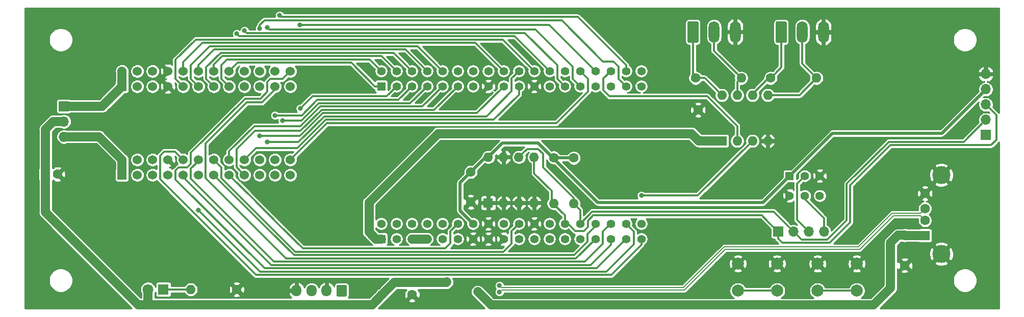
<source format=gbr>
G04 #@! TF.GenerationSoftware,KiCad,Pcbnew,(5.1.5)-3*
G04 #@! TF.CreationDate,2020-03-07T16:25:27-05:00*
G04 #@! TF.ProjectId,PB_16,50425f31-362e-46b6-9963-61645f706362,v1*
G04 #@! TF.SameCoordinates,Original*
G04 #@! TF.FileFunction,Copper,L1,Top*
G04 #@! TF.FilePolarity,Positive*
%FSLAX46Y46*%
G04 Gerber Fmt 4.6, Leading zero omitted, Abs format (unit mm)*
G04 Created by KiCad (PCBNEW (5.1.5)-3) date 2020-03-07 16:25:27*
%MOMM*%
%LPD*%
G04 APERTURE LIST*
%ADD10O,1.700000X1.700000*%
%ADD11R,1.700000X1.700000*%
%ADD12C,1.408000*%
%ADD13R,1.408000X1.408000*%
%ADD14C,1.600000*%
%ADD15R,1.600000X1.600000*%
%ADD16C,3.000000*%
%ADD17O,1.600000X1.600000*%
%ADD18O,1.800000X3.600000*%
%ADD19C,0.100000*%
%ADD20C,1.530000*%
%ADD21R,1.530000X1.530000*%
%ADD22C,2.000000*%
%ADD23C,1.800000*%
%ADD24R,1.800000X1.800000*%
%ADD25C,1.400000*%
%ADD26R,1.400000X1.400000*%
%ADD27O,1.700000X1.950000*%
%ADD28C,1.270000*%
%ADD29C,0.800000*%
%ADD30C,1.500000*%
%ADD31C,0.200000*%
%ADD32C,0.350000*%
%ADD33C,0.500000*%
%ADD34C,0.254000*%
G04 APERTURE END LIST*
D10*
X93218000Y-92964000D03*
X93218000Y-90424000D03*
D11*
X93218000Y-87884000D03*
D12*
X189087760Y-82016600D03*
X189087760Y-84556600D03*
X186547760Y-82016600D03*
X186547760Y-84556600D03*
X184007760Y-82016600D03*
X184007760Y-84556600D03*
X181467760Y-82016600D03*
X181467760Y-84556600D03*
X178927760Y-82016600D03*
X178927760Y-84556600D03*
X176387760Y-82016600D03*
X176387760Y-84556600D03*
X173847760Y-82016600D03*
X173847760Y-84556600D03*
X171307760Y-82016600D03*
X171307760Y-84556600D03*
X168767760Y-82016600D03*
X168767760Y-84556600D03*
X166227760Y-82016600D03*
X166227760Y-84556600D03*
X163687760Y-82016600D03*
X163687760Y-84556600D03*
X161147760Y-82016600D03*
X161147760Y-84556600D03*
X158607760Y-82016600D03*
X158607760Y-84556600D03*
X156067760Y-82016600D03*
X156067760Y-84556600D03*
X153527760Y-82016600D03*
X153527760Y-84556600D03*
X150987760Y-82016600D03*
X150987760Y-84556600D03*
X148447760Y-82016600D03*
X148447760Y-84556600D03*
X145907760Y-82016600D03*
D13*
X145907760Y-84556600D03*
D12*
X189087760Y-107416600D03*
X189087760Y-109956600D03*
X186547760Y-107416600D03*
X186547760Y-109956600D03*
X184007760Y-107416600D03*
X184007760Y-109956600D03*
X181467760Y-107416600D03*
X181467760Y-109956600D03*
X178927760Y-107416600D03*
X178927760Y-109956600D03*
X176387760Y-107416600D03*
X176387760Y-109956600D03*
X173847760Y-107416600D03*
X173847760Y-109956600D03*
X171307760Y-107416600D03*
X171307760Y-109956600D03*
X168767760Y-107416600D03*
X168767760Y-109956600D03*
X166227760Y-107416600D03*
X166227760Y-109956600D03*
X163687760Y-107416600D03*
X163687760Y-109956600D03*
X161147760Y-107416600D03*
X161147760Y-109956600D03*
X158607760Y-107416600D03*
X158607760Y-109956600D03*
X156067760Y-107416600D03*
X156067760Y-109956600D03*
X153527760Y-107416600D03*
X153527760Y-109956600D03*
X150987760Y-107416600D03*
X150987760Y-109956600D03*
X148447760Y-107416600D03*
X148447760Y-109956600D03*
X145907760Y-107416600D03*
D13*
X145907760Y-109956600D03*
D14*
X236181900Y-102385100D03*
X236181900Y-104885100D03*
X236181900Y-106885100D03*
D15*
X236181900Y-109385100D03*
D16*
X238891900Y-112455100D03*
X238891900Y-99315100D03*
D17*
X218186000Y-83185000D03*
D14*
X210566000Y-83185000D03*
D17*
X202463400Y-86029800D03*
X210083400Y-93649800D03*
X205003400Y-86029800D03*
X207543400Y-93649800D03*
X207543400Y-86029800D03*
X205003400Y-93649800D03*
X210083400Y-86029800D03*
D15*
X202463400Y-93649800D03*
D18*
X219318600Y-75539600D03*
X215818600Y-75539600D03*
G04 #@! TA.AperFunction,ComponentPad*
D19*
G36*
X212993104Y-73740804D02*
G01*
X213017373Y-73744404D01*
X213041171Y-73750365D01*
X213064271Y-73758630D01*
X213086449Y-73769120D01*
X213107493Y-73781733D01*
X213127198Y-73796347D01*
X213145377Y-73812823D01*
X213161853Y-73831002D01*
X213176467Y-73850707D01*
X213189080Y-73871751D01*
X213199570Y-73893929D01*
X213207835Y-73917029D01*
X213213796Y-73940827D01*
X213217396Y-73965096D01*
X213218600Y-73989600D01*
X213218600Y-77089600D01*
X213217396Y-77114104D01*
X213213796Y-77138373D01*
X213207835Y-77162171D01*
X213199570Y-77185271D01*
X213189080Y-77207449D01*
X213176467Y-77228493D01*
X213161853Y-77248198D01*
X213145377Y-77266377D01*
X213127198Y-77282853D01*
X213107493Y-77297467D01*
X213086449Y-77310080D01*
X213064271Y-77320570D01*
X213041171Y-77328835D01*
X213017373Y-77334796D01*
X212993104Y-77338396D01*
X212968600Y-77339600D01*
X211668600Y-77339600D01*
X211644096Y-77338396D01*
X211619827Y-77334796D01*
X211596029Y-77328835D01*
X211572929Y-77320570D01*
X211550751Y-77310080D01*
X211529707Y-77297467D01*
X211510002Y-77282853D01*
X211491823Y-77266377D01*
X211475347Y-77248198D01*
X211460733Y-77228493D01*
X211448120Y-77207449D01*
X211437630Y-77185271D01*
X211429365Y-77162171D01*
X211423404Y-77138373D01*
X211419804Y-77114104D01*
X211418600Y-77089600D01*
X211418600Y-73989600D01*
X211419804Y-73965096D01*
X211423404Y-73940827D01*
X211429365Y-73917029D01*
X211437630Y-73893929D01*
X211448120Y-73871751D01*
X211460733Y-73850707D01*
X211475347Y-73831002D01*
X211491823Y-73812823D01*
X211510002Y-73796347D01*
X211529707Y-73781733D01*
X211550751Y-73769120D01*
X211572929Y-73758630D01*
X211596029Y-73750365D01*
X211619827Y-73744404D01*
X211644096Y-73740804D01*
X211668600Y-73739600D01*
X212968600Y-73739600D01*
X212993104Y-73740804D01*
G37*
G04 #@! TD.AperFunction*
D18*
X204667880Y-75519280D03*
X201167880Y-75519280D03*
G04 #@! TA.AperFunction,ComponentPad*
D19*
G36*
X198342384Y-73720484D02*
G01*
X198366653Y-73724084D01*
X198390451Y-73730045D01*
X198413551Y-73738310D01*
X198435729Y-73748800D01*
X198456773Y-73761413D01*
X198476478Y-73776027D01*
X198494657Y-73792503D01*
X198511133Y-73810682D01*
X198525747Y-73830387D01*
X198538360Y-73851431D01*
X198548850Y-73873609D01*
X198557115Y-73896709D01*
X198563076Y-73920507D01*
X198566676Y-73944776D01*
X198567880Y-73969280D01*
X198567880Y-77069280D01*
X198566676Y-77093784D01*
X198563076Y-77118053D01*
X198557115Y-77141851D01*
X198548850Y-77164951D01*
X198538360Y-77187129D01*
X198525747Y-77208173D01*
X198511133Y-77227878D01*
X198494657Y-77246057D01*
X198476478Y-77262533D01*
X198456773Y-77277147D01*
X198435729Y-77289760D01*
X198413551Y-77300250D01*
X198390451Y-77308515D01*
X198366653Y-77314476D01*
X198342384Y-77318076D01*
X198317880Y-77319280D01*
X197017880Y-77319280D01*
X196993376Y-77318076D01*
X196969107Y-77314476D01*
X196945309Y-77308515D01*
X196922209Y-77300250D01*
X196900031Y-77289760D01*
X196878987Y-77277147D01*
X196859282Y-77262533D01*
X196841103Y-77246057D01*
X196824627Y-77227878D01*
X196810013Y-77208173D01*
X196797400Y-77187129D01*
X196786910Y-77164951D01*
X196778645Y-77141851D01*
X196772684Y-77118053D01*
X196769084Y-77093784D01*
X196767880Y-77069280D01*
X196767880Y-73969280D01*
X196769084Y-73944776D01*
X196772684Y-73920507D01*
X196778645Y-73896709D01*
X196786910Y-73873609D01*
X196797400Y-73851431D01*
X196810013Y-73830387D01*
X196824627Y-73810682D01*
X196841103Y-73792503D01*
X196859282Y-73776027D01*
X196878987Y-73761413D01*
X196900031Y-73748800D01*
X196922209Y-73738310D01*
X196945309Y-73730045D01*
X196969107Y-73724084D01*
X196993376Y-73720484D01*
X197017880Y-73719280D01*
X198317880Y-73719280D01*
X198342384Y-73720484D01*
G37*
G04 #@! TD.AperFunction*
D20*
X130810000Y-96774000D03*
X130810000Y-99314000D03*
X128270000Y-96774000D03*
X128270000Y-99314000D03*
X125730000Y-96774000D03*
X125730000Y-99314000D03*
X123190000Y-96774000D03*
X123190000Y-99314000D03*
X120650000Y-96774000D03*
X120650000Y-99314000D03*
X118110000Y-96774000D03*
X118110000Y-99314000D03*
X115570000Y-96774000D03*
X115570000Y-99314000D03*
X113030000Y-96774000D03*
X113030000Y-99314000D03*
X110490000Y-96774000D03*
X110490000Y-99314000D03*
X107950000Y-96774000D03*
X107950000Y-99314000D03*
X105410000Y-96774000D03*
X105410000Y-99314000D03*
X102870000Y-96774000D03*
D21*
X102870000Y-99314000D03*
D20*
X130810000Y-82042000D03*
X130810000Y-84582000D03*
X128270000Y-82042000D03*
X128270000Y-84582000D03*
X125730000Y-82042000D03*
X125730000Y-84582000D03*
X123190000Y-82042000D03*
X123190000Y-84582000D03*
X120650000Y-82042000D03*
X120650000Y-84582000D03*
X118110000Y-82042000D03*
X118110000Y-84582000D03*
X115570000Y-82042000D03*
X115570000Y-84582000D03*
X113030000Y-82042000D03*
X113030000Y-84582000D03*
X110490000Y-82042000D03*
X110490000Y-84582000D03*
X107950000Y-82042000D03*
X107950000Y-84582000D03*
X105410000Y-82042000D03*
X105410000Y-84582000D03*
X102870000Y-82042000D03*
D21*
X102870000Y-84582000D03*
D14*
X92170000Y-99187000D03*
D15*
X90170000Y-99187000D03*
D22*
X224851100Y-114084100D03*
X224851100Y-118584100D03*
X218351100Y-114084100D03*
X218351100Y-118584100D03*
X211630400Y-114071400D03*
X211630400Y-118571400D03*
X205130400Y-114071400D03*
X205130400Y-118571400D03*
D17*
X163677860Y-96347220D03*
X171297860Y-103967220D03*
X166217860Y-96347220D03*
X168757860Y-103967220D03*
X168757860Y-96347220D03*
X166217860Y-103967220D03*
X171297860Y-96347220D03*
D15*
X163677860Y-103967220D03*
D17*
X177850800Y-104101900D03*
D14*
X177850800Y-96481900D03*
D17*
X174536100Y-104038400D03*
D14*
X174536100Y-96418400D03*
X160777860Y-98817220D03*
X160777860Y-103817220D03*
D23*
X107188000Y-118364000D03*
D24*
X109728000Y-118364000D03*
D25*
X218715600Y-102766400D03*
X216215600Y-102766400D03*
X213715600Y-102766400D03*
X218715600Y-99466400D03*
X216215600Y-99466400D03*
D26*
X213715600Y-99466400D03*
D17*
X205694280Y-83185000D03*
D14*
X198074280Y-83185000D03*
D17*
X114300000Y-118364000D03*
D14*
X121920000Y-118364000D03*
D10*
X246278400Y-82511900D03*
X246278400Y-85051900D03*
X246278400Y-87591900D03*
X246278400Y-90131900D03*
D11*
X246278400Y-92671900D03*
D27*
X131844400Y-118557040D03*
X134344400Y-118557040D03*
X136844400Y-118557040D03*
G04 #@! TA.AperFunction,ComponentPad*
D19*
G36*
X139968904Y-117583244D02*
G01*
X139993173Y-117586844D01*
X140016971Y-117592805D01*
X140040071Y-117601070D01*
X140062249Y-117611560D01*
X140083293Y-117624173D01*
X140102998Y-117638787D01*
X140121177Y-117655263D01*
X140137653Y-117673442D01*
X140152267Y-117693147D01*
X140164880Y-117714191D01*
X140175370Y-117736369D01*
X140183635Y-117759469D01*
X140189596Y-117783267D01*
X140193196Y-117807536D01*
X140194400Y-117832040D01*
X140194400Y-119282040D01*
X140193196Y-119306544D01*
X140189596Y-119330813D01*
X140183635Y-119354611D01*
X140175370Y-119377711D01*
X140164880Y-119399889D01*
X140152267Y-119420933D01*
X140137653Y-119440638D01*
X140121177Y-119458817D01*
X140102998Y-119475293D01*
X140083293Y-119489907D01*
X140062249Y-119502520D01*
X140040071Y-119513010D01*
X140016971Y-119521275D01*
X139993173Y-119527236D01*
X139968904Y-119530836D01*
X139944400Y-119532040D01*
X138744400Y-119532040D01*
X138719896Y-119530836D01*
X138695627Y-119527236D01*
X138671829Y-119521275D01*
X138648729Y-119513010D01*
X138626551Y-119502520D01*
X138605507Y-119489907D01*
X138585802Y-119475293D01*
X138567623Y-119458817D01*
X138551147Y-119440638D01*
X138536533Y-119420933D01*
X138523920Y-119399889D01*
X138513430Y-119377711D01*
X138505165Y-119354611D01*
X138499204Y-119330813D01*
X138495604Y-119306544D01*
X138494400Y-119282040D01*
X138494400Y-117832040D01*
X138495604Y-117807536D01*
X138499204Y-117783267D01*
X138505165Y-117759469D01*
X138513430Y-117736369D01*
X138523920Y-117714191D01*
X138536533Y-117693147D01*
X138551147Y-117673442D01*
X138567623Y-117655263D01*
X138585802Y-117638787D01*
X138605507Y-117624173D01*
X138626551Y-117611560D01*
X138648729Y-117601070D01*
X138671829Y-117592805D01*
X138695627Y-117586844D01*
X138719896Y-117583244D01*
X138744400Y-117582040D01*
X139944400Y-117582040D01*
X139968904Y-117583244D01*
G37*
G04 #@! TD.AperFunction*
D10*
X219405200Y-108712000D03*
X216865200Y-108712000D03*
X214325200Y-108712000D03*
D11*
X211785200Y-108712000D03*
D28*
X156812300Y-117145000D03*
X161912300Y-118745000D03*
D14*
X198500000Y-88500000D03*
X198500000Y-93500000D03*
X151050000Y-119253000D03*
X146050000Y-119253000D03*
X232854500Y-114359700D03*
X232854500Y-109359700D03*
D29*
X167386000Y-116967000D03*
X158496000Y-119253000D03*
X165544500Y-117737400D03*
X165544500Y-118787400D03*
X132384800Y-74369880D03*
X129032000Y-72757990D03*
X125742700Y-74919891D03*
X127000000Y-74803000D03*
X123209964Y-75316458D03*
X121920000Y-75818996D03*
X189103000Y-102742998D03*
X132460998Y-88265000D03*
X128270000Y-89408012D03*
X129514600Y-90296992D03*
X125730000Y-92837000D03*
X127000008Y-93853000D03*
X115570000Y-105155994D03*
D30*
X153527760Y-109956600D02*
X150987760Y-109956600D01*
X232879900Y-109385100D02*
X232854500Y-109359700D01*
X236181900Y-109385100D02*
X232879900Y-109385100D01*
X164112290Y-120944990D02*
X227644610Y-120944990D01*
X227644610Y-120944990D02*
X230479600Y-118110000D01*
X231723130Y-109359700D02*
X232854500Y-109359700D01*
X161912300Y-118745000D02*
X164112290Y-120944990D01*
X230479600Y-110603230D02*
X231723130Y-109359700D01*
X230479600Y-118110000D02*
X230479600Y-110603230D01*
X107188000Y-118364000D02*
X107188000Y-119636792D01*
X107188000Y-119636792D02*
X107188000Y-120904000D01*
X144399000Y-120904000D02*
X146050000Y-119253000D01*
X107188000Y-120904000D02*
X144399000Y-120904000D01*
X148082000Y-117221000D02*
X146050000Y-119253000D01*
X156812300Y-117145000D02*
X156736300Y-117221000D01*
X156736300Y-117221000D02*
X148082000Y-117221000D01*
X197456000Y-92456000D02*
X198649800Y-93649800D01*
X145008600Y-109956600D02*
X143891000Y-108839000D01*
X198649800Y-93649800D02*
X202463400Y-93649800D01*
X155321000Y-92456000D02*
X197456000Y-92456000D01*
X145907760Y-109956600D02*
X145008600Y-109956600D01*
X143891000Y-103886000D02*
X155321000Y-92456000D01*
X143891000Y-108839000D02*
X143891000Y-103886000D01*
X105537000Y-120904000D02*
X107188000Y-120904000D01*
X90170000Y-105537000D02*
X105537000Y-120904000D01*
X90170000Y-91694000D02*
X90170000Y-105537000D01*
X93218000Y-90424000D02*
X91440000Y-90424000D01*
X91440000Y-90424000D02*
X90170000Y-91694000D01*
D31*
X165544500Y-117737400D02*
X165844500Y-118037400D01*
X165844500Y-118037400D02*
X196058300Y-118037400D01*
X196058300Y-118037400D02*
X202852800Y-111242900D01*
X202852800Y-111242900D02*
X225141300Y-111242900D01*
X225141300Y-111242900D02*
X230724100Y-105660100D01*
X235406900Y-105660100D02*
X236181900Y-104885100D01*
X230724100Y-105660100D02*
X235406900Y-105660100D01*
X165844500Y-118487400D02*
X196244700Y-118487400D01*
X165544500Y-118787400D02*
X165844500Y-118487400D01*
X196244700Y-118487400D02*
X203039200Y-111692900D01*
X203039200Y-111692900D02*
X225327700Y-111692900D01*
X235406900Y-106110100D02*
X236181900Y-106885100D01*
X230910500Y-106110100D02*
X235406900Y-106110100D01*
X225327700Y-111692900D02*
X230910500Y-106110100D01*
D32*
X219405200Y-106514800D02*
X219405200Y-108712000D01*
X216215600Y-102766400D02*
X216215600Y-103325200D01*
X216215600Y-103325200D02*
X219405200Y-106514800D01*
X216215600Y-99466400D02*
X214934800Y-100747200D01*
X216015201Y-107862001D02*
X216865200Y-108712000D01*
X214934800Y-100747200D02*
X214934800Y-106781600D01*
X214934800Y-106781600D02*
X216015201Y-107862001D01*
X178927760Y-107416600D02*
X178927760Y-105178860D01*
X178927760Y-105178860D02*
X177850800Y-104101900D01*
X170134480Y-94970600D02*
X169557859Y-95547221D01*
X177850800Y-104101900D02*
X177850800Y-103136700D01*
X169557859Y-95547221D02*
X168757860Y-96347220D01*
X172790361Y-98076261D02*
X172790361Y-95815661D01*
X177850800Y-103136700D02*
X172790361Y-98076261D01*
X172790361Y-95815661D02*
X171945300Y-94970600D01*
X171945300Y-94970600D02*
X170134480Y-94970600D01*
X223198589Y-106836311D02*
X219967911Y-110066989D01*
X215175199Y-109561999D02*
X214325200Y-108712000D01*
X219967911Y-110066989D02*
X215680189Y-110066989D01*
X215680189Y-110066989D02*
X215175199Y-109561999D01*
X178927760Y-107416600D02*
X180934360Y-105410000D01*
X211023200Y-105410000D02*
X214325200Y-108712000D01*
X180934360Y-105410000D02*
X211023200Y-105410000D01*
X223198589Y-100803810D02*
X223198589Y-106836311D01*
X246278400Y-90131900D02*
X242620800Y-93789500D01*
X230212899Y-93789500D02*
X223198589Y-100803810D01*
X242620800Y-93789500D02*
X230212899Y-93789500D01*
X171297860Y-99072960D02*
X171297860Y-96347220D01*
X174218600Y-103886000D02*
X174218600Y-101993700D01*
X174218600Y-101993700D02*
X171297860Y-99072960D01*
X176387760Y-107416600D02*
X176387760Y-106055160D01*
X176387760Y-106055160D02*
X174218600Y-103886000D01*
X211734400Y-108712000D02*
X211785200Y-108712000D01*
X210134200Y-107111800D02*
X211734400Y-108712000D01*
X211785200Y-109912000D02*
X212490200Y-110617000D01*
X220332300Y-110617000D02*
X223748600Y-107200700D01*
X211785200Y-108712000D02*
X211785200Y-109912000D01*
X212490200Y-110617000D02*
X220332300Y-110617000D01*
X209067400Y-106045000D02*
X210134200Y-107111800D01*
X180200300Y-106946700D02*
X181102000Y-106045000D01*
X176898300Y-107416600D02*
X178155600Y-108673900D01*
X176387760Y-107416600D02*
X176898300Y-107416600D01*
X181102000Y-106045000D02*
X209067400Y-106045000D01*
X180200300Y-108000800D02*
X180200300Y-106946700D01*
X178155600Y-108673900D02*
X179527200Y-108673900D01*
X179527200Y-108673900D02*
X180200300Y-108000800D01*
X247128399Y-88441899D02*
X246278400Y-87591900D01*
X248031000Y-89344500D02*
X247128399Y-88441899D01*
X223748600Y-101031632D02*
X230440721Y-94339511D01*
X248031000Y-93472000D02*
X248031000Y-89344500D01*
X223748600Y-107200700D02*
X223748600Y-101031632D01*
X230440721Y-94339511D02*
X247163489Y-94339511D01*
X247163489Y-94339511D02*
X248031000Y-93472000D01*
D33*
X163247860Y-96347220D02*
X160777860Y-98817220D01*
X163677860Y-96347220D02*
X163247860Y-96347220D01*
X160443761Y-106712601D02*
X161147760Y-107416600D01*
X160777860Y-98817220D02*
X159004000Y-100591080D01*
X159004000Y-105272840D02*
X160443761Y-106712601D01*
X159004000Y-100591080D02*
X159004000Y-105272840D01*
X220814900Y-92367100D02*
X213715600Y-99466400D01*
X238975900Y-92367100D02*
X220814900Y-92367100D01*
X246278400Y-85051900D02*
X246278400Y-85064600D01*
X246278400Y-85064600D02*
X238975900Y-92367100D01*
X164477859Y-95547221D02*
X163677860Y-96347220D01*
X209296000Y-103886000D02*
X181838600Y-103886000D01*
X171932600Y-93980000D02*
X166045080Y-93980000D01*
X213715600Y-99466400D02*
X209296000Y-103886000D01*
X181838600Y-103886000D02*
X171932600Y-93980000D01*
X166045080Y-93980000D02*
X164477859Y-95547221D01*
X174599600Y-96481900D02*
X174536100Y-96418400D01*
X177850800Y-96481900D02*
X174599600Y-96481900D01*
D32*
X181667814Y-114836546D02*
X185843761Y-110660599D01*
X111760000Y-100076000D02*
X126520546Y-114836546D01*
X111760000Y-98552000D02*
X111760000Y-100076000D01*
X127000000Y-83820000D02*
X127000000Y-85471000D01*
X127508000Y-83312000D02*
X127000000Y-83820000D01*
X127000000Y-85471000D02*
X125857000Y-86614000D01*
X185843761Y-110660599D02*
X186547760Y-109956600D01*
X126520546Y-114836546D02*
X181667814Y-114836546D01*
X114300000Y-95631000D02*
X114300000Y-97497900D01*
X114300000Y-97497900D02*
X113715800Y-98082100D01*
X130810000Y-82042000D02*
X129540000Y-83312000D01*
X129540000Y-83312000D02*
X127508000Y-83312000D01*
X125857000Y-86614000D02*
X123317000Y-86614000D01*
X112229900Y-98082100D02*
X111760000Y-98552000D01*
X123317000Y-86614000D02*
X114300000Y-95631000D01*
X113715800Y-98082100D02*
X112229900Y-98082100D01*
X173821040Y-74369880D02*
X132950485Y-74369880D01*
X132950485Y-74369880D02*
X132384800Y-74369880D01*
X181467760Y-82016600D02*
X173821040Y-74369880D01*
X129299010Y-73025000D02*
X129032000Y-72757990D01*
X186547760Y-82016600D02*
X186547760Y-81020994D01*
X178551766Y-73025000D02*
X129299010Y-73025000D01*
X186547760Y-81020994D02*
X178551766Y-73025000D01*
X128270000Y-85090000D02*
X128270000Y-84582000D01*
X126111000Y-87249000D02*
X128270000Y-85090000D01*
X123571000Y-87249000D02*
X126111000Y-87249000D01*
X178237847Y-113186513D02*
X130077513Y-113186513D01*
X181467760Y-109956600D02*
X178237847Y-113186513D01*
X116713000Y-99822000D02*
X116713000Y-94107000D01*
X130077513Y-113186513D02*
X116713000Y-99822000D01*
X116713000Y-94107000D02*
X123571000Y-87249000D01*
X126521895Y-73575011D02*
X125742700Y-74354206D01*
X185293000Y-81280000D02*
X184429400Y-80416400D01*
X125742700Y-74354206D02*
X125742700Y-74919891D01*
X184429400Y-80416400D02*
X182727600Y-80416400D01*
X182727600Y-80416400D02*
X175886211Y-73575011D01*
X186547760Y-84556600D02*
X185293000Y-83301840D01*
X185293000Y-83301840D02*
X185293000Y-81280000D01*
X175886211Y-73575011D02*
X126521895Y-73575011D01*
X127341890Y-75144890D02*
X127000000Y-74803000D01*
X177673000Y-81280000D02*
X171537890Y-75144890D01*
X178927760Y-84556600D02*
X177673000Y-83301840D01*
X171537890Y-75144890D02*
X127341890Y-75144890D01*
X177673000Y-83301840D02*
X177673000Y-81280000D01*
X169751101Y-75694901D02*
X123588407Y-75694901D01*
X175133000Y-81076800D02*
X169751101Y-75694901D01*
X123588407Y-75694901D02*
X123209964Y-75316458D01*
X176387760Y-84556600D02*
X175133000Y-83301840D01*
X175133000Y-83301840D02*
X175133000Y-81076800D01*
X122319999Y-76218995D02*
X121920000Y-75818996D01*
X173847760Y-82016600D02*
X168076072Y-76244912D01*
X122345916Y-76244912D02*
X122319999Y-76218995D01*
X168076072Y-76244912D02*
X122345916Y-76244912D01*
X144853760Y-84556600D02*
X145907760Y-84556600D01*
X140942160Y-80645000D02*
X144853760Y-84556600D01*
X120650000Y-82042000D02*
X122047000Y-80645000D01*
X122047000Y-80645000D02*
X140942160Y-80645000D01*
X120311011Y-80094989D02*
X119380000Y-81026000D01*
X145907760Y-82016600D02*
X143986149Y-80094989D01*
X143986149Y-80094989D02*
X120311011Y-80094989D01*
X119380000Y-83312000D02*
X120650000Y-84582000D01*
X119380000Y-81026000D02*
X119380000Y-83312000D01*
X119525149Y-79544978D02*
X118110000Y-80960127D01*
X118110000Y-80960127D02*
X118110000Y-82042000D01*
X145976138Y-79544978D02*
X119525149Y-79544978D01*
X148447760Y-82016600D02*
X145976138Y-79544978D01*
X118110000Y-84921768D02*
X118110000Y-85090000D01*
X116840000Y-83312000D02*
X118110000Y-84582000D01*
X116840000Y-81407000D02*
X116840000Y-83312000D01*
X119252033Y-78994967D02*
X116840000Y-81407000D01*
X150987760Y-82016600D02*
X147966127Y-78994967D01*
X147966127Y-78994967D02*
X119252033Y-78994967D01*
X149956116Y-78444956D02*
X152823761Y-81312601D01*
X118151044Y-78444956D02*
X149956116Y-78444956D01*
X152823761Y-81312601D02*
X153527760Y-82016600D01*
X115570000Y-82042000D02*
X115570000Y-81026000D01*
X115570000Y-81026000D02*
X118151044Y-78444956D01*
X117431055Y-77894945D02*
X114300000Y-81026000D01*
X156067760Y-82016600D02*
X151946105Y-77894945D01*
X151946105Y-77894945D02*
X117431055Y-77894945D01*
X114300000Y-83312000D02*
X115570000Y-84582000D01*
X114300000Y-81026000D02*
X114300000Y-83312000D01*
X113030000Y-80518000D02*
X113030000Y-82042000D01*
X162656116Y-78444956D02*
X162645956Y-78444956D01*
X161545934Y-77344934D02*
X116203066Y-77344934D01*
X166227760Y-82016600D02*
X162656116Y-78444956D01*
X162645956Y-78444956D02*
X161545934Y-77344934D01*
X116203066Y-77344934D02*
X113030000Y-80518000D01*
X111760000Y-80137000D02*
X111760000Y-83312000D01*
X115102077Y-76794923D02*
X111760000Y-80137000D01*
X111760000Y-83312000D02*
X113030000Y-84582000D01*
X171307760Y-82016600D02*
X166086083Y-76794923D01*
X166086083Y-76794923D02*
X115102077Y-76794923D01*
X205003400Y-83875880D02*
X205694280Y-83185000D01*
X205003400Y-86029800D02*
X205003400Y-83875880D01*
X201167880Y-78658600D02*
X201167880Y-75519280D01*
X205694280Y-83185000D02*
X201167880Y-78658600D01*
X198074280Y-83185000D02*
X199618600Y-83185000D01*
X199618600Y-83185000D02*
X202463400Y-86029800D01*
X197667880Y-82778600D02*
X198074280Y-83185000D01*
X197667880Y-75519280D02*
X197667880Y-82778600D01*
X210185000Y-83185000D02*
X210566000Y-83185000D01*
X207543400Y-86029800D02*
X207543400Y-85826600D01*
X207543400Y-85826600D02*
X210185000Y-83185000D01*
X211365999Y-82385001D02*
X210566000Y-83185000D01*
X212344000Y-75565000D02*
X212344000Y-81407000D01*
X212344000Y-81407000D02*
X211365999Y-82385001D01*
X212331300Y-75984100D02*
X212323680Y-75976480D01*
X212323680Y-75976480D02*
X212323680Y-75544680D01*
X212323680Y-75544680D02*
X212344000Y-75565000D01*
X215341200Y-86029800D02*
X218186000Y-83185000D01*
X210083400Y-86029800D02*
X215341200Y-86029800D01*
X215823680Y-75722480D02*
X215823680Y-76876480D01*
X218186000Y-83185000D02*
X215823680Y-80822680D01*
X215823680Y-80822680D02*
X215823680Y-75722480D01*
X182753000Y-83271360D02*
X182753000Y-85217000D01*
X184007760Y-82016600D02*
X182753000Y-83271360D01*
X182753000Y-85217000D02*
X183769000Y-86233000D01*
X205003400Y-91160600D02*
X205003400Y-93649800D01*
X183769000Y-86233000D02*
X200075800Y-86233000D01*
X200075800Y-86233000D02*
X205003400Y-91160600D01*
X189668685Y-102742998D02*
X189103000Y-102742998D01*
X198450202Y-102742998D02*
X189668685Y-102742998D01*
X207543400Y-93649800D02*
X198450202Y-102742998D01*
X211630400Y-118571400D02*
X205130400Y-118571400D01*
X224851100Y-118584100D02*
X218351100Y-118584100D01*
X180213000Y-85471000D02*
X180213000Y-83301840D01*
X180213000Y-83301840D02*
X178927760Y-82016600D01*
X175006000Y-90678000D02*
X180213000Y-85471000D01*
X140843000Y-90678000D02*
X175006000Y-90678000D01*
X136906000Y-90678000D02*
X140843000Y-90678000D01*
X130810000Y-96774000D02*
X136906000Y-90678000D01*
X148447760Y-84556600D02*
X146786600Y-86217760D01*
X146786600Y-86217760D02*
X143144238Y-86217760D01*
X143144238Y-86217760D02*
X138445238Y-86217760D01*
X132860997Y-87865001D02*
X132460998Y-88265000D01*
X138445238Y-86217760D02*
X134508238Y-86217760D01*
X134508238Y-86217760D02*
X132860997Y-87865001D01*
X150987760Y-84556600D02*
X148722484Y-86821876D01*
X148722484Y-86821876D02*
X143953293Y-86821876D01*
X144064124Y-86821876D02*
X139254293Y-86821876D01*
X128835685Y-89408012D02*
X128270000Y-89408012D01*
X132731157Y-89408012D02*
X128835685Y-89408012D01*
X139254293Y-86821876D02*
X135317293Y-86821876D01*
X135317293Y-86821876D02*
X132731157Y-89408012D01*
X150712473Y-87371887D02*
X144181115Y-87371887D01*
X153527760Y-84556600D02*
X150712473Y-87371887D01*
X144267887Y-87371887D02*
X139482115Y-87371887D01*
X130080285Y-90296992D02*
X129514600Y-90296992D01*
X132620010Y-90296992D02*
X130080285Y-90296992D01*
X139482115Y-87371887D02*
X135545115Y-87371887D01*
X135545115Y-87371887D02*
X132620010Y-90296992D01*
X161762440Y-89021920D02*
X144864581Y-89021920D01*
X166227760Y-84556600D02*
X161762440Y-89021920D01*
X144864581Y-89021920D02*
X140165581Y-89021920D01*
X126295685Y-92837000D02*
X125730000Y-92837000D01*
X132413501Y-92837000D02*
X126295685Y-92837000D01*
X140165581Y-89021920D02*
X136228581Y-89021920D01*
X136228581Y-89021920D02*
X132413501Y-92837000D01*
X167538400Y-83245960D02*
X167538400Y-85394800D01*
X168767760Y-82016600D02*
X167538400Y-83245960D01*
X163355222Y-89577978D02*
X145086356Y-89577978D01*
X167538400Y-85394800D02*
X163355222Y-89577978D01*
X145086356Y-89577978D02*
X140387356Y-89577978D01*
X140387356Y-89577978D02*
X136450356Y-89577978D01*
X127565693Y-93853000D02*
X127000008Y-93853000D01*
X132175334Y-93853000D02*
X127565693Y-93853000D01*
X136450356Y-89577978D02*
X132175334Y-93853000D01*
X168767760Y-84556600D02*
X168767760Y-85943440D01*
X168767760Y-85943440D02*
X164583211Y-90127989D01*
X164583211Y-90127989D02*
X145314178Y-90127989D01*
X145314178Y-90127989D02*
X140615178Y-90127989D01*
X125081999Y-94882001D02*
X123954999Y-96009001D01*
X136678178Y-90127989D02*
X131937167Y-94869000D01*
X127245001Y-94882001D02*
X125081999Y-94882001D01*
X140615178Y-90127989D02*
X136678178Y-90127989D01*
X123954999Y-96009001D02*
X123190000Y-96774000D01*
X131937167Y-94869000D02*
X127258002Y-94869000D01*
X127258002Y-94869000D02*
X127245001Y-94882001D01*
X154692451Y-88471909D02*
X144636759Y-88471909D01*
X158607760Y-84556600D02*
X154692451Y-88471909D01*
X144636759Y-88471909D02*
X139937759Y-88471909D01*
X122425001Y-98549001D02*
X123190000Y-99314000D01*
X121869200Y-97993200D02*
X122425001Y-98549001D01*
X136000759Y-88471909D02*
X132524668Y-91948000D01*
X121869200Y-95046800D02*
X121869200Y-97993200D01*
X132524668Y-91948000D02*
X124968000Y-91948000D01*
X139937759Y-88471909D02*
X136000759Y-88471909D01*
X124968000Y-91948000D02*
X121869200Y-95046800D01*
X155506001Y-84386001D02*
X156210000Y-85090000D01*
X152702462Y-87921898D02*
X144408937Y-87921898D01*
X156067760Y-84556600D02*
X152702462Y-87921898D01*
X144408937Y-87921898D02*
X139709937Y-87921898D01*
X120650000Y-95692127D02*
X120650000Y-96774000D01*
X135772937Y-87921898D02*
X132508835Y-91186000D01*
X139709937Y-87921898D02*
X135772937Y-87921898D01*
X120650000Y-95377000D02*
X120650000Y-95692127D01*
X132508835Y-91186000D02*
X124841000Y-91186000D01*
X124841000Y-91186000D02*
X120650000Y-95377000D01*
X121414999Y-100078999D02*
X120650000Y-99314000D01*
X124236480Y-102900480D02*
X121414999Y-100078999D01*
X128935480Y-107599480D02*
X124236480Y-102900480D01*
X132872480Y-111536480D02*
X128935480Y-107599480D01*
X157391100Y-110709201D02*
X156563821Y-111536480D01*
X158607760Y-107416600D02*
X157391100Y-108633260D01*
X156563821Y-111536480D02*
X132872480Y-111536480D01*
X157391100Y-108633260D02*
X157391100Y-110709201D01*
X118874999Y-97538999D02*
X118110000Y-96774000D01*
X119380000Y-99806168D02*
X119380000Y-98044000D01*
X167518080Y-108666280D02*
X167518080Y-110738920D01*
X119380000Y-98044000D02*
X118874999Y-97538999D01*
X168767760Y-107416600D02*
X167518080Y-108666280D01*
X131660323Y-112086491D02*
X119380000Y-99806168D01*
X167518080Y-110738920D02*
X166170509Y-112086491D01*
X166170509Y-112086491D02*
X131660323Y-112086491D01*
X118110000Y-99314000D02*
X127495502Y-108699502D01*
X181467760Y-107838240D02*
X181467760Y-107416600D01*
X131432502Y-112636502D02*
X177979545Y-112636502D01*
X127495502Y-108699502D02*
X131432502Y-112636502D01*
X177979545Y-112636502D02*
X180162200Y-110453847D01*
X180162200Y-110453847D02*
X180162200Y-109143800D01*
X180162200Y-109143800D02*
X181467760Y-107838240D01*
X115570000Y-97005732D02*
X114312700Y-98263032D01*
X115570000Y-96774000D02*
X115570000Y-97005732D01*
X114312700Y-98263032D02*
X114312700Y-99961700D01*
X114312700Y-99961700D02*
X124150524Y-109799524D01*
X183303761Y-108120599D02*
X184007760Y-107416600D01*
X128087524Y-113736524D02*
X179696976Y-113736524D01*
X124150524Y-109799524D02*
X128087524Y-113736524D01*
X182702200Y-108722160D02*
X183303761Y-108120599D01*
X179696976Y-113736524D02*
X182702200Y-110731300D01*
X182702200Y-110731300D02*
X182702200Y-108722160D01*
X115969999Y-105555993D02*
X115570000Y-105155994D01*
X186547760Y-107416600D02*
X187833000Y-108701840D01*
X183253943Y-115386557D02*
X125800563Y-115386557D01*
X125800563Y-115386557D02*
X115969999Y-105555993D01*
X187833000Y-110807500D02*
X183253943Y-115386557D01*
X187833000Y-108701840D02*
X187833000Y-110807500D01*
X189085294Y-110952206D02*
X189087760Y-110952206D01*
X184100932Y-115936568D02*
X189085294Y-110952206D01*
X189087760Y-110952206D02*
X189087760Y-109956600D01*
X125080568Y-115936568D02*
X184100932Y-115936568D01*
X111658400Y-95402400D02*
X109893100Y-95402400D01*
X113030000Y-96774000D02*
X111658400Y-95402400D01*
X109181900Y-96113600D02*
X109181900Y-100037900D01*
X109893100Y-95402400D02*
X109181900Y-96113600D01*
X109181900Y-100037900D02*
X125080568Y-115936568D01*
X113030000Y-99314000D02*
X113030000Y-99695000D01*
X113030000Y-99695000D02*
X123684535Y-110349535D01*
X184007760Y-110952206D02*
X184007760Y-109956600D01*
X180673431Y-114286535D02*
X184007760Y-110952206D01*
X123684535Y-110349535D02*
X127621535Y-114286535D01*
X127621535Y-114286535D02*
X180673431Y-114286535D01*
D30*
X102870000Y-82042000D02*
X102870000Y-84582000D01*
X99568000Y-87884000D02*
X102870000Y-84582000D01*
X93218000Y-87884000D02*
X99568000Y-87884000D01*
X102870000Y-96774000D02*
X102870000Y-99314000D01*
X99060000Y-92964000D02*
X102870000Y-96774000D01*
X93218000Y-92964000D02*
X99060000Y-92964000D01*
D32*
X110978000Y-118364000D02*
X114300000Y-118364000D01*
X109728000Y-118364000D02*
X110978000Y-118364000D01*
X189230000Y-85090000D02*
X188526001Y-84386001D01*
D34*
G36*
X248488000Y-121488000D02*
G01*
X228737845Y-121488000D01*
X231257532Y-118968313D01*
X231301681Y-118932081D01*
X231446265Y-118755905D01*
X231553700Y-118554907D01*
X231619859Y-118336812D01*
X231636600Y-118166838D01*
X231636600Y-118166828D01*
X231642197Y-118110001D01*
X231636600Y-118053174D01*
X231636600Y-116642328D01*
X240817000Y-116642328D01*
X240817000Y-117037672D01*
X240894128Y-117425420D01*
X241045420Y-117790671D01*
X241265061Y-118119388D01*
X241544612Y-118398939D01*
X241873329Y-118618580D01*
X242238580Y-118769872D01*
X242626328Y-118847000D01*
X243021672Y-118847000D01*
X243409420Y-118769872D01*
X243774671Y-118618580D01*
X244103388Y-118398939D01*
X244382939Y-118119388D01*
X244602580Y-117790671D01*
X244753872Y-117425420D01*
X244831000Y-117037672D01*
X244831000Y-116642328D01*
X244753872Y-116254580D01*
X244602580Y-115889329D01*
X244382939Y-115560612D01*
X244103388Y-115281061D01*
X243774671Y-115061420D01*
X243409420Y-114910128D01*
X243021672Y-114833000D01*
X242626328Y-114833000D01*
X242238580Y-114910128D01*
X241873329Y-115061420D01*
X241544612Y-115281061D01*
X241265061Y-115560612D01*
X241045420Y-115889329D01*
X240894128Y-116254580D01*
X240817000Y-116642328D01*
X231636600Y-116642328D01*
X231636600Y-115352335D01*
X232177235Y-115352335D01*
X232262184Y-115554344D01*
X232506628Y-115646945D01*
X232764441Y-115690078D01*
X233025716Y-115682084D01*
X233280410Y-115623273D01*
X233446816Y-115554344D01*
X233531765Y-115352335D01*
X232854500Y-114675070D01*
X232177235Y-115352335D01*
X231636600Y-115352335D01*
X231636600Y-114895872D01*
X231659856Y-114952016D01*
X231861865Y-115036965D01*
X232539130Y-114359700D01*
X233169870Y-114359700D01*
X233847135Y-115036965D01*
X234049144Y-114952016D01*
X234141745Y-114707572D01*
X234184878Y-114449759D01*
X234176884Y-114188484D01*
X234121956Y-113950603D01*
X237711766Y-113950603D01*
X237882302Y-114224082D01*
X238246813Y-114387055D01*
X238636114Y-114475783D01*
X239035245Y-114486858D01*
X239428866Y-114419853D01*
X239801853Y-114277344D01*
X239901498Y-114224082D01*
X240072034Y-113950603D01*
X238891900Y-112770470D01*
X237711766Y-113950603D01*
X234121956Y-113950603D01*
X234118073Y-113933790D01*
X234049144Y-113767384D01*
X233847135Y-113682435D01*
X233169870Y-114359700D01*
X232539130Y-114359700D01*
X231861865Y-113682435D01*
X231659856Y-113767384D01*
X231636600Y-113828774D01*
X231636600Y-113367065D01*
X232177235Y-113367065D01*
X232854500Y-114044330D01*
X233531765Y-113367065D01*
X233446816Y-113165056D01*
X233202372Y-113072455D01*
X232944559Y-113029322D01*
X232683284Y-113037316D01*
X232428590Y-113096127D01*
X232262184Y-113165056D01*
X232177235Y-113367065D01*
X231636600Y-113367065D01*
X231636600Y-112598445D01*
X236860142Y-112598445D01*
X236927147Y-112992066D01*
X237069656Y-113365053D01*
X237122918Y-113464698D01*
X237396397Y-113635234D01*
X238576530Y-112455100D01*
X239207270Y-112455100D01*
X240387403Y-113635234D01*
X240660882Y-113464698D01*
X240823855Y-113100187D01*
X240912583Y-112710886D01*
X240923658Y-112311755D01*
X240856653Y-111918134D01*
X240714144Y-111545147D01*
X240660882Y-111445502D01*
X240387403Y-111274966D01*
X239207270Y-112455100D01*
X238576530Y-112455100D01*
X237396397Y-111274966D01*
X237122918Y-111445502D01*
X236959945Y-111810013D01*
X236871217Y-112199314D01*
X236860142Y-112598445D01*
X231636600Y-112598445D01*
X231636600Y-111082475D01*
X231759478Y-110959597D01*
X237711766Y-110959597D01*
X238891900Y-112139730D01*
X240072034Y-110959597D01*
X239901498Y-110686118D01*
X239536987Y-110523145D01*
X239147686Y-110434417D01*
X238748555Y-110423342D01*
X238354934Y-110490347D01*
X237981947Y-110632856D01*
X237882302Y-110686118D01*
X237711766Y-110959597D01*
X231759478Y-110959597D01*
X232202376Y-110516700D01*
X232493701Y-110516700D01*
X232502431Y-110520316D01*
X232735621Y-110566700D01*
X232973379Y-110566700D01*
X233097053Y-110542100D01*
X235186409Y-110542100D01*
X235225394Y-110562938D01*
X235302114Y-110586211D01*
X235381900Y-110594069D01*
X236981900Y-110594069D01*
X237061686Y-110586211D01*
X237138406Y-110562938D01*
X237209111Y-110525145D01*
X237271085Y-110474285D01*
X237321945Y-110412311D01*
X237359738Y-110341606D01*
X237383011Y-110264886D01*
X237390869Y-110185100D01*
X237390869Y-108585100D01*
X237383011Y-108505314D01*
X237359738Y-108428594D01*
X237321945Y-108357889D01*
X237271085Y-108295915D01*
X237209111Y-108245055D01*
X237138406Y-108207262D01*
X237061686Y-108183989D01*
X236981900Y-108176131D01*
X235381900Y-108176131D01*
X235302114Y-108183989D01*
X235225394Y-108207262D01*
X235186409Y-108228100D01*
X233276619Y-108228100D01*
X233206569Y-108199084D01*
X232973379Y-108152700D01*
X232735621Y-108152700D01*
X232502431Y-108199084D01*
X232493701Y-108202700D01*
X231779967Y-108202700D01*
X231723130Y-108197102D01*
X231666292Y-108202700D01*
X231559217Y-108213246D01*
X231496318Y-108219441D01*
X231278223Y-108285600D01*
X231077225Y-108393035D01*
X230945197Y-108501387D01*
X230945193Y-108501391D01*
X230901049Y-108537619D01*
X230864820Y-108581764D01*
X229701664Y-109744921D01*
X229657520Y-109781149D01*
X229621292Y-109825293D01*
X229621287Y-109825298D01*
X229512935Y-109957326D01*
X229405500Y-110158324D01*
X229339341Y-110376419D01*
X229317002Y-110603230D01*
X229322601Y-110660077D01*
X229322600Y-117630755D01*
X227165365Y-119787990D01*
X225581884Y-119787990D01*
X225748010Y-119676988D01*
X225943988Y-119481010D01*
X226097967Y-119250564D01*
X226204030Y-118994507D01*
X226258100Y-118722677D01*
X226258100Y-118445523D01*
X226204030Y-118173693D01*
X226097967Y-117917636D01*
X225943988Y-117687190D01*
X225748010Y-117491212D01*
X225517564Y-117337233D01*
X225261507Y-117231170D01*
X224989677Y-117177100D01*
X224712523Y-117177100D01*
X224440693Y-117231170D01*
X224184636Y-117337233D01*
X223954190Y-117491212D01*
X223758212Y-117687190D01*
X223604233Y-117917636D01*
X223569247Y-118002100D01*
X219632953Y-118002100D01*
X219597967Y-117917636D01*
X219443988Y-117687190D01*
X219248010Y-117491212D01*
X219017564Y-117337233D01*
X218761507Y-117231170D01*
X218489677Y-117177100D01*
X218212523Y-117177100D01*
X217940693Y-117231170D01*
X217684636Y-117337233D01*
X217454190Y-117491212D01*
X217258212Y-117687190D01*
X217104233Y-117917636D01*
X216998170Y-118173693D01*
X216944100Y-118445523D01*
X216944100Y-118722677D01*
X216998170Y-118994507D01*
X217104233Y-119250564D01*
X217258212Y-119481010D01*
X217454190Y-119676988D01*
X217620316Y-119787990D01*
X212342177Y-119787990D01*
X212527310Y-119664288D01*
X212723288Y-119468310D01*
X212877267Y-119237864D01*
X212983330Y-118981807D01*
X213037400Y-118709977D01*
X213037400Y-118432823D01*
X212983330Y-118160993D01*
X212877267Y-117904936D01*
X212723288Y-117674490D01*
X212527310Y-117478512D01*
X212296864Y-117324533D01*
X212040807Y-117218470D01*
X211768977Y-117164400D01*
X211491823Y-117164400D01*
X211219993Y-117218470D01*
X210963936Y-117324533D01*
X210733490Y-117478512D01*
X210537512Y-117674490D01*
X210383533Y-117904936D01*
X210348547Y-117989400D01*
X206412253Y-117989400D01*
X206377267Y-117904936D01*
X206223288Y-117674490D01*
X206027310Y-117478512D01*
X205796864Y-117324533D01*
X205540807Y-117218470D01*
X205268977Y-117164400D01*
X204991823Y-117164400D01*
X204719993Y-117218470D01*
X204463936Y-117324533D01*
X204233490Y-117478512D01*
X204037512Y-117674490D01*
X203883533Y-117904936D01*
X203777470Y-118160993D01*
X203723400Y-118432823D01*
X203723400Y-118709977D01*
X203777470Y-118981807D01*
X203883533Y-119237864D01*
X204037512Y-119468310D01*
X204233490Y-119664288D01*
X204418623Y-119787990D01*
X164591535Y-119787990D01*
X162690232Y-117886687D01*
X162558204Y-117778335D01*
X162357206Y-117670900D01*
X162139111Y-117604741D01*
X161912300Y-117582402D01*
X161685489Y-117604741D01*
X161467394Y-117670900D01*
X161266396Y-117778335D01*
X161090220Y-117922920D01*
X160945635Y-118099096D01*
X160838200Y-118300094D01*
X160772041Y-118518189D01*
X160749702Y-118745000D01*
X160772041Y-118971811D01*
X160838200Y-119189906D01*
X160945635Y-119390904D01*
X161053987Y-119522932D01*
X163019055Y-121488000D01*
X145451245Y-121488000D01*
X146613001Y-120326244D01*
X146621729Y-120322629D01*
X146736959Y-120245635D01*
X150372735Y-120245635D01*
X150457684Y-120447644D01*
X150702128Y-120540245D01*
X150959941Y-120583378D01*
X151221216Y-120575384D01*
X151475910Y-120516573D01*
X151642316Y-120447644D01*
X151727265Y-120245635D01*
X151050000Y-119568370D01*
X150372735Y-120245635D01*
X146736959Y-120245635D01*
X146819418Y-120190538D01*
X146987538Y-120022418D01*
X147119629Y-119824729D01*
X147123244Y-119816001D01*
X148561245Y-118378000D01*
X150040128Y-118378000D01*
X149949878Y-118468250D01*
X150057364Y-118575736D01*
X149855356Y-118660684D01*
X149762755Y-118905128D01*
X149719622Y-119162941D01*
X149727616Y-119424216D01*
X149786427Y-119678910D01*
X149855356Y-119845316D01*
X150057365Y-119930265D01*
X150734630Y-119253000D01*
X150720488Y-119238858D01*
X151035858Y-118923488D01*
X151050000Y-118937630D01*
X151064142Y-118923488D01*
X151379512Y-119238858D01*
X151365370Y-119253000D01*
X152042635Y-119930265D01*
X152244644Y-119845316D01*
X152337245Y-119600872D01*
X152380378Y-119343059D01*
X152372384Y-119081784D01*
X152313573Y-118827090D01*
X152244644Y-118660684D01*
X152042636Y-118575736D01*
X152150122Y-118468250D01*
X152059872Y-118378000D01*
X156679463Y-118378000D01*
X156736300Y-118383598D01*
X156793137Y-118378000D01*
X156793138Y-118378000D01*
X156963112Y-118361259D01*
X157181207Y-118295100D01*
X157382205Y-118187665D01*
X157558381Y-118043081D01*
X157594616Y-117998928D01*
X157670612Y-117922932D01*
X157778965Y-117790904D01*
X157886399Y-117589906D01*
X157952559Y-117371811D01*
X157974897Y-117145001D01*
X157952559Y-116918189D01*
X157886399Y-116700094D01*
X157789373Y-116518568D01*
X184072351Y-116518568D01*
X184100932Y-116521383D01*
X184129513Y-116518568D01*
X184129524Y-116518568D01*
X184215024Y-116510147D01*
X184324731Y-116476868D01*
X184425838Y-116422825D01*
X184514459Y-116350095D01*
X184532688Y-116327883D01*
X189465328Y-111395244D01*
X189501287Y-111365733D01*
X189574017Y-111277112D01*
X189628060Y-111176005D01*
X189661339Y-111066298D01*
X189672576Y-110952206D01*
X189669760Y-110923614D01*
X189669760Y-110903909D01*
X189795981Y-110819570D01*
X189950730Y-110664821D01*
X190072316Y-110482856D01*
X190156065Y-110280667D01*
X190198760Y-110066024D01*
X190198760Y-109847176D01*
X190156065Y-109632533D01*
X190072316Y-109430344D01*
X189950730Y-109248379D01*
X189795981Y-109093630D01*
X189614016Y-108972044D01*
X189411827Y-108888295D01*
X189197184Y-108845600D01*
X188978336Y-108845600D01*
X188763693Y-108888295D01*
X188561504Y-108972044D01*
X188415000Y-109069936D01*
X188415000Y-108730421D01*
X188417815Y-108701840D01*
X188415000Y-108673258D01*
X188415000Y-108673248D01*
X188406579Y-108587748D01*
X188373300Y-108478041D01*
X188319257Y-108376934D01*
X188246527Y-108288313D01*
X188224321Y-108270089D01*
X187629144Y-107674913D01*
X187658760Y-107526024D01*
X187658760Y-107307176D01*
X187616065Y-107092533D01*
X187532316Y-106890344D01*
X187410730Y-106708379D01*
X187329351Y-106627000D01*
X188306169Y-106627000D01*
X188224790Y-106708379D01*
X188103204Y-106890344D01*
X188019455Y-107092533D01*
X187976760Y-107307176D01*
X187976760Y-107526024D01*
X188019455Y-107740667D01*
X188103204Y-107942856D01*
X188224790Y-108124821D01*
X188379539Y-108279570D01*
X188561504Y-108401156D01*
X188763693Y-108484905D01*
X188978336Y-108527600D01*
X189197184Y-108527600D01*
X189411827Y-108484905D01*
X189614016Y-108401156D01*
X189795981Y-108279570D01*
X189950730Y-108124821D01*
X190072316Y-107942856D01*
X190156065Y-107740667D01*
X190198760Y-107526024D01*
X190198760Y-107307176D01*
X190156065Y-107092533D01*
X190072316Y-106890344D01*
X189950730Y-106708379D01*
X189869351Y-106627000D01*
X208826329Y-106627000D01*
X209742881Y-107543553D01*
X209742886Y-107543557D01*
X210526231Y-108326903D01*
X210526231Y-109562000D01*
X210534089Y-109641786D01*
X210557362Y-109718506D01*
X210595155Y-109789211D01*
X210646015Y-109851185D01*
X210707989Y-109902045D01*
X210778694Y-109939838D01*
X210855414Y-109963111D01*
X210935200Y-109970969D01*
X211206193Y-109970969D01*
X211211622Y-110026092D01*
X211244901Y-110135800D01*
X211298944Y-110236906D01*
X211350352Y-110299546D01*
X211371674Y-110325527D01*
X211393880Y-110343751D01*
X211786028Y-110735900D01*
X202877705Y-110735900D01*
X202852799Y-110733447D01*
X202753410Y-110743236D01*
X202724419Y-110752031D01*
X202657841Y-110772227D01*
X202569763Y-110819305D01*
X202492562Y-110882662D01*
X202476682Y-110902012D01*
X195848295Y-117530400D01*
X166326136Y-117530400D01*
X166320488Y-117502007D01*
X166259654Y-117355142D01*
X166171338Y-117222967D01*
X166058933Y-117110562D01*
X165926758Y-117022246D01*
X165779893Y-116961412D01*
X165623983Y-116930400D01*
X165465017Y-116930400D01*
X165309107Y-116961412D01*
X165162242Y-117022246D01*
X165030067Y-117110562D01*
X164917662Y-117222967D01*
X164829346Y-117355142D01*
X164768512Y-117502007D01*
X164737500Y-117657917D01*
X164737500Y-117816883D01*
X164768512Y-117972793D01*
X164829346Y-118119658D01*
X164917662Y-118251833D01*
X164928229Y-118262400D01*
X164917662Y-118272967D01*
X164829346Y-118405142D01*
X164768512Y-118552007D01*
X164737500Y-118707917D01*
X164737500Y-118866883D01*
X164768512Y-119022793D01*
X164829346Y-119169658D01*
X164917662Y-119301833D01*
X165030067Y-119414238D01*
X165162242Y-119502554D01*
X165309107Y-119563388D01*
X165465017Y-119594400D01*
X165623983Y-119594400D01*
X165779893Y-119563388D01*
X165926758Y-119502554D01*
X166058933Y-119414238D01*
X166171338Y-119301833D01*
X166259654Y-119169658D01*
X166320488Y-119022793D01*
X166326136Y-118994400D01*
X196219794Y-118994400D01*
X196244700Y-118996853D01*
X196305264Y-118990888D01*
X196344089Y-118987064D01*
X196439659Y-118958073D01*
X196527737Y-118910995D01*
X196604938Y-118847638D01*
X196620823Y-118828282D01*
X200240819Y-115208286D01*
X204308884Y-115208286D01*
X204418495Y-115430643D01*
X204697349Y-115543412D01*
X204992845Y-115599612D01*
X205293627Y-115597083D01*
X205588136Y-115535924D01*
X205842305Y-115430643D01*
X205951916Y-115208286D01*
X210808884Y-115208286D01*
X210918495Y-115430643D01*
X211197349Y-115543412D01*
X211492845Y-115599612D01*
X211793627Y-115597083D01*
X212088136Y-115535924D01*
X212342305Y-115430643D01*
X212445655Y-115220986D01*
X217529584Y-115220986D01*
X217639195Y-115443343D01*
X217918049Y-115556112D01*
X218213545Y-115612312D01*
X218514327Y-115609783D01*
X218808836Y-115548624D01*
X219063005Y-115443343D01*
X219172616Y-115220986D01*
X224029584Y-115220986D01*
X224139195Y-115443343D01*
X224418049Y-115556112D01*
X224713545Y-115612312D01*
X225014327Y-115609783D01*
X225308836Y-115548624D01*
X225563005Y-115443343D01*
X225672616Y-115220986D01*
X224851100Y-114399470D01*
X224029584Y-115220986D01*
X219172616Y-115220986D01*
X218351100Y-114399470D01*
X217529584Y-115220986D01*
X212445655Y-115220986D01*
X212451916Y-115208286D01*
X211630400Y-114386770D01*
X210808884Y-115208286D01*
X205951916Y-115208286D01*
X205130400Y-114386770D01*
X204308884Y-115208286D01*
X200240819Y-115208286D01*
X201515260Y-113933845D01*
X203602188Y-113933845D01*
X203604717Y-114234627D01*
X203665876Y-114529136D01*
X203771157Y-114783305D01*
X203993514Y-114892916D01*
X204815030Y-114071400D01*
X205445770Y-114071400D01*
X206267286Y-114892916D01*
X206489643Y-114783305D01*
X206602412Y-114504451D01*
X206658612Y-114208955D01*
X206656299Y-113933845D01*
X210102188Y-113933845D01*
X210104717Y-114234627D01*
X210165876Y-114529136D01*
X210271157Y-114783305D01*
X210493514Y-114892916D01*
X211315030Y-114071400D01*
X211945770Y-114071400D01*
X212767286Y-114892916D01*
X212989643Y-114783305D01*
X213102412Y-114504451D01*
X213158612Y-114208955D01*
X213156406Y-113946545D01*
X216822888Y-113946545D01*
X216825417Y-114247327D01*
X216886576Y-114541836D01*
X216991857Y-114796005D01*
X217214214Y-114905616D01*
X218035730Y-114084100D01*
X218666470Y-114084100D01*
X219487986Y-114905616D01*
X219710343Y-114796005D01*
X219823112Y-114517151D01*
X219879312Y-114221655D01*
X219876999Y-113946545D01*
X223322888Y-113946545D01*
X223325417Y-114247327D01*
X223386576Y-114541836D01*
X223491857Y-114796005D01*
X223714214Y-114905616D01*
X224535730Y-114084100D01*
X225166470Y-114084100D01*
X225987986Y-114905616D01*
X226210343Y-114796005D01*
X226323112Y-114517151D01*
X226379312Y-114221655D01*
X226376783Y-113920873D01*
X226315624Y-113626364D01*
X226210343Y-113372195D01*
X225987986Y-113262584D01*
X225166470Y-114084100D01*
X224535730Y-114084100D01*
X223714214Y-113262584D01*
X223491857Y-113372195D01*
X223379088Y-113651049D01*
X223322888Y-113946545D01*
X219876999Y-113946545D01*
X219876783Y-113920873D01*
X219815624Y-113626364D01*
X219710343Y-113372195D01*
X219487986Y-113262584D01*
X218666470Y-114084100D01*
X218035730Y-114084100D01*
X217214214Y-113262584D01*
X216991857Y-113372195D01*
X216879088Y-113651049D01*
X216822888Y-113946545D01*
X213156406Y-113946545D01*
X213156083Y-113908173D01*
X213094924Y-113613664D01*
X212989643Y-113359495D01*
X212767286Y-113249884D01*
X211945770Y-114071400D01*
X211315030Y-114071400D01*
X210493514Y-113249884D01*
X210271157Y-113359495D01*
X210158388Y-113638349D01*
X210102188Y-113933845D01*
X206656299Y-113933845D01*
X206656083Y-113908173D01*
X206594924Y-113613664D01*
X206489643Y-113359495D01*
X206267286Y-113249884D01*
X205445770Y-114071400D01*
X204815030Y-114071400D01*
X203993514Y-113249884D01*
X203771157Y-113359495D01*
X203658388Y-113638349D01*
X203602188Y-113933845D01*
X201515260Y-113933845D01*
X202514591Y-112934514D01*
X204308884Y-112934514D01*
X205130400Y-113756030D01*
X205951916Y-112934514D01*
X210808884Y-112934514D01*
X211630400Y-113756030D01*
X212439216Y-112947214D01*
X217529584Y-112947214D01*
X218351100Y-113768730D01*
X219172616Y-112947214D01*
X224029584Y-112947214D01*
X224851100Y-113768730D01*
X225672616Y-112947214D01*
X225563005Y-112724857D01*
X225284151Y-112612088D01*
X224988655Y-112555888D01*
X224687873Y-112558417D01*
X224393364Y-112619576D01*
X224139195Y-112724857D01*
X224029584Y-112947214D01*
X219172616Y-112947214D01*
X219063005Y-112724857D01*
X218784151Y-112612088D01*
X218488655Y-112555888D01*
X218187873Y-112558417D01*
X217893364Y-112619576D01*
X217639195Y-112724857D01*
X217529584Y-112947214D01*
X212439216Y-112947214D01*
X212451916Y-112934514D01*
X212342305Y-112712157D01*
X212063451Y-112599388D01*
X211767955Y-112543188D01*
X211467173Y-112545717D01*
X211172664Y-112606876D01*
X210918495Y-112712157D01*
X210808884Y-112934514D01*
X205951916Y-112934514D01*
X205842305Y-112712157D01*
X205563451Y-112599388D01*
X205267955Y-112543188D01*
X204967173Y-112545717D01*
X204672664Y-112606876D01*
X204418495Y-112712157D01*
X204308884Y-112934514D01*
X202514591Y-112934514D01*
X203249206Y-112199900D01*
X225302794Y-112199900D01*
X225327700Y-112202353D01*
X225358556Y-112199314D01*
X225427089Y-112192564D01*
X225522659Y-112163573D01*
X225610737Y-112116495D01*
X225687938Y-112053138D01*
X225703823Y-112033782D01*
X231120507Y-106617100D01*
X235004562Y-106617100D01*
X234974900Y-106766221D01*
X234974900Y-107003979D01*
X235021284Y-107237169D01*
X235112271Y-107456829D01*
X235244362Y-107654518D01*
X235412482Y-107822638D01*
X235610171Y-107954729D01*
X235829831Y-108045716D01*
X236063021Y-108092100D01*
X236300779Y-108092100D01*
X236533969Y-108045716D01*
X236753629Y-107954729D01*
X236951318Y-107822638D01*
X237119438Y-107654518D01*
X237251529Y-107456829D01*
X237342516Y-107237169D01*
X237388900Y-107003979D01*
X237388900Y-106766221D01*
X237342516Y-106533031D01*
X237251529Y-106313371D01*
X237119438Y-106115682D01*
X236951318Y-105947562D01*
X236857837Y-105885100D01*
X236951318Y-105822638D01*
X237119438Y-105654518D01*
X237251529Y-105456829D01*
X237342516Y-105237169D01*
X237388900Y-105003979D01*
X237388900Y-104766221D01*
X237342516Y-104533031D01*
X237251529Y-104313371D01*
X237119438Y-104115682D01*
X236951318Y-103947562D01*
X236753629Y-103815471D01*
X236533969Y-103724484D01*
X236397259Y-103697291D01*
X236607810Y-103648673D01*
X236774216Y-103579744D01*
X236859165Y-103377735D01*
X236181900Y-102700470D01*
X235504635Y-103377735D01*
X235589584Y-103579744D01*
X235834028Y-103672345D01*
X235974121Y-103695783D01*
X235829831Y-103724484D01*
X235610171Y-103815471D01*
X235412482Y-103947562D01*
X235244362Y-104115682D01*
X235112271Y-104313371D01*
X235021284Y-104533031D01*
X234974900Y-104766221D01*
X234974900Y-105003979D01*
X235004562Y-105153100D01*
X230749002Y-105153100D01*
X230724099Y-105150647D01*
X230699196Y-105153100D01*
X230699194Y-105153100D01*
X230624711Y-105160436D01*
X230529141Y-105189427D01*
X230441063Y-105236505D01*
X230363862Y-105299862D01*
X230347986Y-105319207D01*
X224931295Y-110735900D01*
X221036471Y-110735900D01*
X224139921Y-107632451D01*
X224162127Y-107614227D01*
X224189971Y-107580300D01*
X224226504Y-107535784D01*
X224234857Y-107525606D01*
X224288900Y-107424499D01*
X224322179Y-107314792D01*
X224330600Y-107229292D01*
X224330600Y-107229284D01*
X224333415Y-107200700D01*
X224330600Y-107172116D01*
X224330600Y-102295041D01*
X234851522Y-102295041D01*
X234859516Y-102556316D01*
X234918327Y-102811010D01*
X234987256Y-102977416D01*
X235189265Y-103062365D01*
X235866530Y-102385100D01*
X236497270Y-102385100D01*
X237174535Y-103062365D01*
X237376544Y-102977416D01*
X237469145Y-102732972D01*
X237512278Y-102475159D01*
X237504284Y-102213884D01*
X237445473Y-101959190D01*
X237376544Y-101792784D01*
X237174535Y-101707835D01*
X236497270Y-102385100D01*
X235866530Y-102385100D01*
X235189265Y-101707835D01*
X234987256Y-101792784D01*
X234894655Y-102037228D01*
X234851522Y-102295041D01*
X224330600Y-102295041D01*
X224330600Y-101392465D01*
X235504635Y-101392465D01*
X236181900Y-102069730D01*
X236859165Y-101392465D01*
X236774216Y-101190456D01*
X236529772Y-101097855D01*
X236271959Y-101054722D01*
X236010684Y-101062716D01*
X235755990Y-101121527D01*
X235589584Y-101190456D01*
X235504635Y-101392465D01*
X224330600Y-101392465D01*
X224330600Y-101272703D01*
X224792700Y-100810603D01*
X237711766Y-100810603D01*
X237882302Y-101084082D01*
X238246813Y-101247055D01*
X238636114Y-101335783D01*
X239035245Y-101346858D01*
X239428866Y-101279853D01*
X239801853Y-101137344D01*
X239901498Y-101084082D01*
X240072034Y-100810603D01*
X238891900Y-99630470D01*
X237711766Y-100810603D01*
X224792700Y-100810603D01*
X226144858Y-99458445D01*
X236860142Y-99458445D01*
X236927147Y-99852066D01*
X237069656Y-100225053D01*
X237122918Y-100324698D01*
X237396397Y-100495234D01*
X238576530Y-99315100D01*
X239207270Y-99315100D01*
X240387403Y-100495234D01*
X240660882Y-100324698D01*
X240823855Y-99960187D01*
X240912583Y-99570886D01*
X240923658Y-99171755D01*
X240856653Y-98778134D01*
X240714144Y-98405147D01*
X240660882Y-98305502D01*
X240387403Y-98134966D01*
X239207270Y-99315100D01*
X238576530Y-99315100D01*
X237396397Y-98134966D01*
X237122918Y-98305502D01*
X236959945Y-98670013D01*
X236871217Y-99059314D01*
X236860142Y-99458445D01*
X226144858Y-99458445D01*
X227783706Y-97819597D01*
X237711766Y-97819597D01*
X238891900Y-98999730D01*
X240072034Y-97819597D01*
X239901498Y-97546118D01*
X239536987Y-97383145D01*
X239147686Y-97294417D01*
X238748555Y-97283342D01*
X238354934Y-97350347D01*
X237981947Y-97492856D01*
X237882302Y-97546118D01*
X237711766Y-97819597D01*
X227783706Y-97819597D01*
X230681793Y-94921511D01*
X247134908Y-94921511D01*
X247163489Y-94924326D01*
X247192070Y-94921511D01*
X247192081Y-94921511D01*
X247277581Y-94913090D01*
X247387288Y-94879811D01*
X247488395Y-94825768D01*
X247577016Y-94753038D01*
X247595245Y-94730826D01*
X248422321Y-93903751D01*
X248444527Y-93885527D01*
X248463881Y-93861945D01*
X248488001Y-93832555D01*
X248488000Y-121488000D01*
G37*
X248488000Y-121488000D02*
X228737845Y-121488000D01*
X231257532Y-118968313D01*
X231301681Y-118932081D01*
X231446265Y-118755905D01*
X231553700Y-118554907D01*
X231619859Y-118336812D01*
X231636600Y-118166838D01*
X231636600Y-118166828D01*
X231642197Y-118110001D01*
X231636600Y-118053174D01*
X231636600Y-116642328D01*
X240817000Y-116642328D01*
X240817000Y-117037672D01*
X240894128Y-117425420D01*
X241045420Y-117790671D01*
X241265061Y-118119388D01*
X241544612Y-118398939D01*
X241873329Y-118618580D01*
X242238580Y-118769872D01*
X242626328Y-118847000D01*
X243021672Y-118847000D01*
X243409420Y-118769872D01*
X243774671Y-118618580D01*
X244103388Y-118398939D01*
X244382939Y-118119388D01*
X244602580Y-117790671D01*
X244753872Y-117425420D01*
X244831000Y-117037672D01*
X244831000Y-116642328D01*
X244753872Y-116254580D01*
X244602580Y-115889329D01*
X244382939Y-115560612D01*
X244103388Y-115281061D01*
X243774671Y-115061420D01*
X243409420Y-114910128D01*
X243021672Y-114833000D01*
X242626328Y-114833000D01*
X242238580Y-114910128D01*
X241873329Y-115061420D01*
X241544612Y-115281061D01*
X241265061Y-115560612D01*
X241045420Y-115889329D01*
X240894128Y-116254580D01*
X240817000Y-116642328D01*
X231636600Y-116642328D01*
X231636600Y-115352335D01*
X232177235Y-115352335D01*
X232262184Y-115554344D01*
X232506628Y-115646945D01*
X232764441Y-115690078D01*
X233025716Y-115682084D01*
X233280410Y-115623273D01*
X233446816Y-115554344D01*
X233531765Y-115352335D01*
X232854500Y-114675070D01*
X232177235Y-115352335D01*
X231636600Y-115352335D01*
X231636600Y-114895872D01*
X231659856Y-114952016D01*
X231861865Y-115036965D01*
X232539130Y-114359700D01*
X233169870Y-114359700D01*
X233847135Y-115036965D01*
X234049144Y-114952016D01*
X234141745Y-114707572D01*
X234184878Y-114449759D01*
X234176884Y-114188484D01*
X234121956Y-113950603D01*
X237711766Y-113950603D01*
X237882302Y-114224082D01*
X238246813Y-114387055D01*
X238636114Y-114475783D01*
X239035245Y-114486858D01*
X239428866Y-114419853D01*
X239801853Y-114277344D01*
X239901498Y-114224082D01*
X240072034Y-113950603D01*
X238891900Y-112770470D01*
X237711766Y-113950603D01*
X234121956Y-113950603D01*
X234118073Y-113933790D01*
X234049144Y-113767384D01*
X233847135Y-113682435D01*
X233169870Y-114359700D01*
X232539130Y-114359700D01*
X231861865Y-113682435D01*
X231659856Y-113767384D01*
X231636600Y-113828774D01*
X231636600Y-113367065D01*
X232177235Y-113367065D01*
X232854500Y-114044330D01*
X233531765Y-113367065D01*
X233446816Y-113165056D01*
X233202372Y-113072455D01*
X232944559Y-113029322D01*
X232683284Y-113037316D01*
X232428590Y-113096127D01*
X232262184Y-113165056D01*
X232177235Y-113367065D01*
X231636600Y-113367065D01*
X231636600Y-112598445D01*
X236860142Y-112598445D01*
X236927147Y-112992066D01*
X237069656Y-113365053D01*
X237122918Y-113464698D01*
X237396397Y-113635234D01*
X238576530Y-112455100D01*
X239207270Y-112455100D01*
X240387403Y-113635234D01*
X240660882Y-113464698D01*
X240823855Y-113100187D01*
X240912583Y-112710886D01*
X240923658Y-112311755D01*
X240856653Y-111918134D01*
X240714144Y-111545147D01*
X240660882Y-111445502D01*
X240387403Y-111274966D01*
X239207270Y-112455100D01*
X238576530Y-112455100D01*
X237396397Y-111274966D01*
X237122918Y-111445502D01*
X236959945Y-111810013D01*
X236871217Y-112199314D01*
X236860142Y-112598445D01*
X231636600Y-112598445D01*
X231636600Y-111082475D01*
X231759478Y-110959597D01*
X237711766Y-110959597D01*
X238891900Y-112139730D01*
X240072034Y-110959597D01*
X239901498Y-110686118D01*
X239536987Y-110523145D01*
X239147686Y-110434417D01*
X238748555Y-110423342D01*
X238354934Y-110490347D01*
X237981947Y-110632856D01*
X237882302Y-110686118D01*
X237711766Y-110959597D01*
X231759478Y-110959597D01*
X232202376Y-110516700D01*
X232493701Y-110516700D01*
X232502431Y-110520316D01*
X232735621Y-110566700D01*
X232973379Y-110566700D01*
X233097053Y-110542100D01*
X235186409Y-110542100D01*
X235225394Y-110562938D01*
X235302114Y-110586211D01*
X235381900Y-110594069D01*
X236981900Y-110594069D01*
X237061686Y-110586211D01*
X237138406Y-110562938D01*
X237209111Y-110525145D01*
X237271085Y-110474285D01*
X237321945Y-110412311D01*
X237359738Y-110341606D01*
X237383011Y-110264886D01*
X237390869Y-110185100D01*
X237390869Y-108585100D01*
X237383011Y-108505314D01*
X237359738Y-108428594D01*
X237321945Y-108357889D01*
X237271085Y-108295915D01*
X237209111Y-108245055D01*
X237138406Y-108207262D01*
X237061686Y-108183989D01*
X236981900Y-108176131D01*
X235381900Y-108176131D01*
X235302114Y-108183989D01*
X235225394Y-108207262D01*
X235186409Y-108228100D01*
X233276619Y-108228100D01*
X233206569Y-108199084D01*
X232973379Y-108152700D01*
X232735621Y-108152700D01*
X232502431Y-108199084D01*
X232493701Y-108202700D01*
X231779967Y-108202700D01*
X231723130Y-108197102D01*
X231666292Y-108202700D01*
X231559217Y-108213246D01*
X231496318Y-108219441D01*
X231278223Y-108285600D01*
X231077225Y-108393035D01*
X230945197Y-108501387D01*
X230945193Y-108501391D01*
X230901049Y-108537619D01*
X230864820Y-108581764D01*
X229701664Y-109744921D01*
X229657520Y-109781149D01*
X229621292Y-109825293D01*
X229621287Y-109825298D01*
X229512935Y-109957326D01*
X229405500Y-110158324D01*
X229339341Y-110376419D01*
X229317002Y-110603230D01*
X229322601Y-110660077D01*
X229322600Y-117630755D01*
X227165365Y-119787990D01*
X225581884Y-119787990D01*
X225748010Y-119676988D01*
X225943988Y-119481010D01*
X226097967Y-119250564D01*
X226204030Y-118994507D01*
X226258100Y-118722677D01*
X226258100Y-118445523D01*
X226204030Y-118173693D01*
X226097967Y-117917636D01*
X225943988Y-117687190D01*
X225748010Y-117491212D01*
X225517564Y-117337233D01*
X225261507Y-117231170D01*
X224989677Y-117177100D01*
X224712523Y-117177100D01*
X224440693Y-117231170D01*
X224184636Y-117337233D01*
X223954190Y-117491212D01*
X223758212Y-117687190D01*
X223604233Y-117917636D01*
X223569247Y-118002100D01*
X219632953Y-118002100D01*
X219597967Y-117917636D01*
X219443988Y-117687190D01*
X219248010Y-117491212D01*
X219017564Y-117337233D01*
X218761507Y-117231170D01*
X218489677Y-117177100D01*
X218212523Y-117177100D01*
X217940693Y-117231170D01*
X217684636Y-117337233D01*
X217454190Y-117491212D01*
X217258212Y-117687190D01*
X217104233Y-117917636D01*
X216998170Y-118173693D01*
X216944100Y-118445523D01*
X216944100Y-118722677D01*
X216998170Y-118994507D01*
X217104233Y-119250564D01*
X217258212Y-119481010D01*
X217454190Y-119676988D01*
X217620316Y-119787990D01*
X212342177Y-119787990D01*
X212527310Y-119664288D01*
X212723288Y-119468310D01*
X212877267Y-119237864D01*
X212983330Y-118981807D01*
X213037400Y-118709977D01*
X213037400Y-118432823D01*
X212983330Y-118160993D01*
X212877267Y-117904936D01*
X212723288Y-117674490D01*
X212527310Y-117478512D01*
X212296864Y-117324533D01*
X212040807Y-117218470D01*
X211768977Y-117164400D01*
X211491823Y-117164400D01*
X211219993Y-117218470D01*
X210963936Y-117324533D01*
X210733490Y-117478512D01*
X210537512Y-117674490D01*
X210383533Y-117904936D01*
X210348547Y-117989400D01*
X206412253Y-117989400D01*
X206377267Y-117904936D01*
X206223288Y-117674490D01*
X206027310Y-117478512D01*
X205796864Y-117324533D01*
X205540807Y-117218470D01*
X205268977Y-117164400D01*
X204991823Y-117164400D01*
X204719993Y-117218470D01*
X204463936Y-117324533D01*
X204233490Y-117478512D01*
X204037512Y-117674490D01*
X203883533Y-117904936D01*
X203777470Y-118160993D01*
X203723400Y-118432823D01*
X203723400Y-118709977D01*
X203777470Y-118981807D01*
X203883533Y-119237864D01*
X204037512Y-119468310D01*
X204233490Y-119664288D01*
X204418623Y-119787990D01*
X164591535Y-119787990D01*
X162690232Y-117886687D01*
X162558204Y-117778335D01*
X162357206Y-117670900D01*
X162139111Y-117604741D01*
X161912300Y-117582402D01*
X161685489Y-117604741D01*
X161467394Y-117670900D01*
X161266396Y-117778335D01*
X161090220Y-117922920D01*
X160945635Y-118099096D01*
X160838200Y-118300094D01*
X160772041Y-118518189D01*
X160749702Y-118745000D01*
X160772041Y-118971811D01*
X160838200Y-119189906D01*
X160945635Y-119390904D01*
X161053987Y-119522932D01*
X163019055Y-121488000D01*
X145451245Y-121488000D01*
X146613001Y-120326244D01*
X146621729Y-120322629D01*
X146736959Y-120245635D01*
X150372735Y-120245635D01*
X150457684Y-120447644D01*
X150702128Y-120540245D01*
X150959941Y-120583378D01*
X151221216Y-120575384D01*
X151475910Y-120516573D01*
X151642316Y-120447644D01*
X151727265Y-120245635D01*
X151050000Y-119568370D01*
X150372735Y-120245635D01*
X146736959Y-120245635D01*
X146819418Y-120190538D01*
X146987538Y-120022418D01*
X147119629Y-119824729D01*
X147123244Y-119816001D01*
X148561245Y-118378000D01*
X150040128Y-118378000D01*
X149949878Y-118468250D01*
X150057364Y-118575736D01*
X149855356Y-118660684D01*
X149762755Y-118905128D01*
X149719622Y-119162941D01*
X149727616Y-119424216D01*
X149786427Y-119678910D01*
X149855356Y-119845316D01*
X150057365Y-119930265D01*
X150734630Y-119253000D01*
X150720488Y-119238858D01*
X151035858Y-118923488D01*
X151050000Y-118937630D01*
X151064142Y-118923488D01*
X151379512Y-119238858D01*
X151365370Y-119253000D01*
X152042635Y-119930265D01*
X152244644Y-119845316D01*
X152337245Y-119600872D01*
X152380378Y-119343059D01*
X152372384Y-119081784D01*
X152313573Y-118827090D01*
X152244644Y-118660684D01*
X152042636Y-118575736D01*
X152150122Y-118468250D01*
X152059872Y-118378000D01*
X156679463Y-118378000D01*
X156736300Y-118383598D01*
X156793137Y-118378000D01*
X156793138Y-118378000D01*
X156963112Y-118361259D01*
X157181207Y-118295100D01*
X157382205Y-118187665D01*
X157558381Y-118043081D01*
X157594616Y-117998928D01*
X157670612Y-117922932D01*
X157778965Y-117790904D01*
X157886399Y-117589906D01*
X157952559Y-117371811D01*
X157974897Y-117145001D01*
X157952559Y-116918189D01*
X157886399Y-116700094D01*
X157789373Y-116518568D01*
X184072351Y-116518568D01*
X184100932Y-116521383D01*
X184129513Y-116518568D01*
X184129524Y-116518568D01*
X184215024Y-116510147D01*
X184324731Y-116476868D01*
X184425838Y-116422825D01*
X184514459Y-116350095D01*
X184532688Y-116327883D01*
X189465328Y-111395244D01*
X189501287Y-111365733D01*
X189574017Y-111277112D01*
X189628060Y-111176005D01*
X189661339Y-111066298D01*
X189672576Y-110952206D01*
X189669760Y-110923614D01*
X189669760Y-110903909D01*
X189795981Y-110819570D01*
X189950730Y-110664821D01*
X190072316Y-110482856D01*
X190156065Y-110280667D01*
X190198760Y-110066024D01*
X190198760Y-109847176D01*
X190156065Y-109632533D01*
X190072316Y-109430344D01*
X189950730Y-109248379D01*
X189795981Y-109093630D01*
X189614016Y-108972044D01*
X189411827Y-108888295D01*
X189197184Y-108845600D01*
X188978336Y-108845600D01*
X188763693Y-108888295D01*
X188561504Y-108972044D01*
X188415000Y-109069936D01*
X188415000Y-108730421D01*
X188417815Y-108701840D01*
X188415000Y-108673258D01*
X188415000Y-108673248D01*
X188406579Y-108587748D01*
X188373300Y-108478041D01*
X188319257Y-108376934D01*
X188246527Y-108288313D01*
X188224321Y-108270089D01*
X187629144Y-107674913D01*
X187658760Y-107526024D01*
X187658760Y-107307176D01*
X187616065Y-107092533D01*
X187532316Y-106890344D01*
X187410730Y-106708379D01*
X187329351Y-106627000D01*
X188306169Y-106627000D01*
X188224790Y-106708379D01*
X188103204Y-106890344D01*
X188019455Y-107092533D01*
X187976760Y-107307176D01*
X187976760Y-107526024D01*
X188019455Y-107740667D01*
X188103204Y-107942856D01*
X188224790Y-108124821D01*
X188379539Y-108279570D01*
X188561504Y-108401156D01*
X188763693Y-108484905D01*
X188978336Y-108527600D01*
X189197184Y-108527600D01*
X189411827Y-108484905D01*
X189614016Y-108401156D01*
X189795981Y-108279570D01*
X189950730Y-108124821D01*
X190072316Y-107942856D01*
X190156065Y-107740667D01*
X190198760Y-107526024D01*
X190198760Y-107307176D01*
X190156065Y-107092533D01*
X190072316Y-106890344D01*
X189950730Y-106708379D01*
X189869351Y-106627000D01*
X208826329Y-106627000D01*
X209742881Y-107543553D01*
X209742886Y-107543557D01*
X210526231Y-108326903D01*
X210526231Y-109562000D01*
X210534089Y-109641786D01*
X210557362Y-109718506D01*
X210595155Y-109789211D01*
X210646015Y-109851185D01*
X210707989Y-109902045D01*
X210778694Y-109939838D01*
X210855414Y-109963111D01*
X210935200Y-109970969D01*
X211206193Y-109970969D01*
X211211622Y-110026092D01*
X211244901Y-110135800D01*
X211298944Y-110236906D01*
X211350352Y-110299546D01*
X211371674Y-110325527D01*
X211393880Y-110343751D01*
X211786028Y-110735900D01*
X202877705Y-110735900D01*
X202852799Y-110733447D01*
X202753410Y-110743236D01*
X202724419Y-110752031D01*
X202657841Y-110772227D01*
X202569763Y-110819305D01*
X202492562Y-110882662D01*
X202476682Y-110902012D01*
X195848295Y-117530400D01*
X166326136Y-117530400D01*
X166320488Y-117502007D01*
X166259654Y-117355142D01*
X166171338Y-117222967D01*
X166058933Y-117110562D01*
X165926758Y-117022246D01*
X165779893Y-116961412D01*
X165623983Y-116930400D01*
X165465017Y-116930400D01*
X165309107Y-116961412D01*
X165162242Y-117022246D01*
X165030067Y-117110562D01*
X164917662Y-117222967D01*
X164829346Y-117355142D01*
X164768512Y-117502007D01*
X164737500Y-117657917D01*
X164737500Y-117816883D01*
X164768512Y-117972793D01*
X164829346Y-118119658D01*
X164917662Y-118251833D01*
X164928229Y-118262400D01*
X164917662Y-118272967D01*
X164829346Y-118405142D01*
X164768512Y-118552007D01*
X164737500Y-118707917D01*
X164737500Y-118866883D01*
X164768512Y-119022793D01*
X164829346Y-119169658D01*
X164917662Y-119301833D01*
X165030067Y-119414238D01*
X165162242Y-119502554D01*
X165309107Y-119563388D01*
X165465017Y-119594400D01*
X165623983Y-119594400D01*
X165779893Y-119563388D01*
X165926758Y-119502554D01*
X166058933Y-119414238D01*
X166171338Y-119301833D01*
X166259654Y-119169658D01*
X166320488Y-119022793D01*
X166326136Y-118994400D01*
X196219794Y-118994400D01*
X196244700Y-118996853D01*
X196305264Y-118990888D01*
X196344089Y-118987064D01*
X196439659Y-118958073D01*
X196527737Y-118910995D01*
X196604938Y-118847638D01*
X196620823Y-118828282D01*
X200240819Y-115208286D01*
X204308884Y-115208286D01*
X204418495Y-115430643D01*
X204697349Y-115543412D01*
X204992845Y-115599612D01*
X205293627Y-115597083D01*
X205588136Y-115535924D01*
X205842305Y-115430643D01*
X205951916Y-115208286D01*
X210808884Y-115208286D01*
X210918495Y-115430643D01*
X211197349Y-115543412D01*
X211492845Y-115599612D01*
X211793627Y-115597083D01*
X212088136Y-115535924D01*
X212342305Y-115430643D01*
X212445655Y-115220986D01*
X217529584Y-115220986D01*
X217639195Y-115443343D01*
X217918049Y-115556112D01*
X218213545Y-115612312D01*
X218514327Y-115609783D01*
X218808836Y-115548624D01*
X219063005Y-115443343D01*
X219172616Y-115220986D01*
X224029584Y-115220986D01*
X224139195Y-115443343D01*
X224418049Y-115556112D01*
X224713545Y-115612312D01*
X225014327Y-115609783D01*
X225308836Y-115548624D01*
X225563005Y-115443343D01*
X225672616Y-115220986D01*
X224851100Y-114399470D01*
X224029584Y-115220986D01*
X219172616Y-115220986D01*
X218351100Y-114399470D01*
X217529584Y-115220986D01*
X212445655Y-115220986D01*
X212451916Y-115208286D01*
X211630400Y-114386770D01*
X210808884Y-115208286D01*
X205951916Y-115208286D01*
X205130400Y-114386770D01*
X204308884Y-115208286D01*
X200240819Y-115208286D01*
X201515260Y-113933845D01*
X203602188Y-113933845D01*
X203604717Y-114234627D01*
X203665876Y-114529136D01*
X203771157Y-114783305D01*
X203993514Y-114892916D01*
X204815030Y-114071400D01*
X205445770Y-114071400D01*
X206267286Y-114892916D01*
X206489643Y-114783305D01*
X206602412Y-114504451D01*
X206658612Y-114208955D01*
X206656299Y-113933845D01*
X210102188Y-113933845D01*
X210104717Y-114234627D01*
X210165876Y-114529136D01*
X210271157Y-114783305D01*
X210493514Y-114892916D01*
X211315030Y-114071400D01*
X211945770Y-114071400D01*
X212767286Y-114892916D01*
X212989643Y-114783305D01*
X213102412Y-114504451D01*
X213158612Y-114208955D01*
X213156406Y-113946545D01*
X216822888Y-113946545D01*
X216825417Y-114247327D01*
X216886576Y-114541836D01*
X216991857Y-114796005D01*
X217214214Y-114905616D01*
X218035730Y-114084100D01*
X218666470Y-114084100D01*
X219487986Y-114905616D01*
X219710343Y-114796005D01*
X219823112Y-114517151D01*
X219879312Y-114221655D01*
X219876999Y-113946545D01*
X223322888Y-113946545D01*
X223325417Y-114247327D01*
X223386576Y-114541836D01*
X223491857Y-114796005D01*
X223714214Y-114905616D01*
X224535730Y-114084100D01*
X225166470Y-114084100D01*
X225987986Y-114905616D01*
X226210343Y-114796005D01*
X226323112Y-114517151D01*
X226379312Y-114221655D01*
X226376783Y-113920873D01*
X226315624Y-113626364D01*
X226210343Y-113372195D01*
X225987986Y-113262584D01*
X225166470Y-114084100D01*
X224535730Y-114084100D01*
X223714214Y-113262584D01*
X223491857Y-113372195D01*
X223379088Y-113651049D01*
X223322888Y-113946545D01*
X219876999Y-113946545D01*
X219876783Y-113920873D01*
X219815624Y-113626364D01*
X219710343Y-113372195D01*
X219487986Y-113262584D01*
X218666470Y-114084100D01*
X218035730Y-114084100D01*
X217214214Y-113262584D01*
X216991857Y-113372195D01*
X216879088Y-113651049D01*
X216822888Y-113946545D01*
X213156406Y-113946545D01*
X213156083Y-113908173D01*
X213094924Y-113613664D01*
X212989643Y-113359495D01*
X212767286Y-113249884D01*
X211945770Y-114071400D01*
X211315030Y-114071400D01*
X210493514Y-113249884D01*
X210271157Y-113359495D01*
X210158388Y-113638349D01*
X210102188Y-113933845D01*
X206656299Y-113933845D01*
X206656083Y-113908173D01*
X206594924Y-113613664D01*
X206489643Y-113359495D01*
X206267286Y-113249884D01*
X205445770Y-114071400D01*
X204815030Y-114071400D01*
X203993514Y-113249884D01*
X203771157Y-113359495D01*
X203658388Y-113638349D01*
X203602188Y-113933845D01*
X201515260Y-113933845D01*
X202514591Y-112934514D01*
X204308884Y-112934514D01*
X205130400Y-113756030D01*
X205951916Y-112934514D01*
X210808884Y-112934514D01*
X211630400Y-113756030D01*
X212439216Y-112947214D01*
X217529584Y-112947214D01*
X218351100Y-113768730D01*
X219172616Y-112947214D01*
X224029584Y-112947214D01*
X224851100Y-113768730D01*
X225672616Y-112947214D01*
X225563005Y-112724857D01*
X225284151Y-112612088D01*
X224988655Y-112555888D01*
X224687873Y-112558417D01*
X224393364Y-112619576D01*
X224139195Y-112724857D01*
X224029584Y-112947214D01*
X219172616Y-112947214D01*
X219063005Y-112724857D01*
X218784151Y-112612088D01*
X218488655Y-112555888D01*
X218187873Y-112558417D01*
X217893364Y-112619576D01*
X217639195Y-112724857D01*
X217529584Y-112947214D01*
X212439216Y-112947214D01*
X212451916Y-112934514D01*
X212342305Y-112712157D01*
X212063451Y-112599388D01*
X211767955Y-112543188D01*
X211467173Y-112545717D01*
X211172664Y-112606876D01*
X210918495Y-112712157D01*
X210808884Y-112934514D01*
X205951916Y-112934514D01*
X205842305Y-112712157D01*
X205563451Y-112599388D01*
X205267955Y-112543188D01*
X204967173Y-112545717D01*
X204672664Y-112606876D01*
X204418495Y-112712157D01*
X204308884Y-112934514D01*
X202514591Y-112934514D01*
X203249206Y-112199900D01*
X225302794Y-112199900D01*
X225327700Y-112202353D01*
X225358556Y-112199314D01*
X225427089Y-112192564D01*
X225522659Y-112163573D01*
X225610737Y-112116495D01*
X225687938Y-112053138D01*
X225703823Y-112033782D01*
X231120507Y-106617100D01*
X235004562Y-106617100D01*
X234974900Y-106766221D01*
X234974900Y-107003979D01*
X235021284Y-107237169D01*
X235112271Y-107456829D01*
X235244362Y-107654518D01*
X235412482Y-107822638D01*
X235610171Y-107954729D01*
X235829831Y-108045716D01*
X236063021Y-108092100D01*
X236300779Y-108092100D01*
X236533969Y-108045716D01*
X236753629Y-107954729D01*
X236951318Y-107822638D01*
X237119438Y-107654518D01*
X237251529Y-107456829D01*
X237342516Y-107237169D01*
X237388900Y-107003979D01*
X237388900Y-106766221D01*
X237342516Y-106533031D01*
X237251529Y-106313371D01*
X237119438Y-106115682D01*
X236951318Y-105947562D01*
X236857837Y-105885100D01*
X236951318Y-105822638D01*
X237119438Y-105654518D01*
X237251529Y-105456829D01*
X237342516Y-105237169D01*
X237388900Y-105003979D01*
X237388900Y-104766221D01*
X237342516Y-104533031D01*
X237251529Y-104313371D01*
X237119438Y-104115682D01*
X236951318Y-103947562D01*
X236753629Y-103815471D01*
X236533969Y-103724484D01*
X236397259Y-103697291D01*
X236607810Y-103648673D01*
X236774216Y-103579744D01*
X236859165Y-103377735D01*
X236181900Y-102700470D01*
X235504635Y-103377735D01*
X235589584Y-103579744D01*
X235834028Y-103672345D01*
X235974121Y-103695783D01*
X235829831Y-103724484D01*
X235610171Y-103815471D01*
X235412482Y-103947562D01*
X235244362Y-104115682D01*
X235112271Y-104313371D01*
X235021284Y-104533031D01*
X234974900Y-104766221D01*
X234974900Y-105003979D01*
X235004562Y-105153100D01*
X230749002Y-105153100D01*
X230724099Y-105150647D01*
X230699196Y-105153100D01*
X230699194Y-105153100D01*
X230624711Y-105160436D01*
X230529141Y-105189427D01*
X230441063Y-105236505D01*
X230363862Y-105299862D01*
X230347986Y-105319207D01*
X224931295Y-110735900D01*
X221036471Y-110735900D01*
X224139921Y-107632451D01*
X224162127Y-107614227D01*
X224189971Y-107580300D01*
X224226504Y-107535784D01*
X224234857Y-107525606D01*
X224288900Y-107424499D01*
X224322179Y-107314792D01*
X224330600Y-107229292D01*
X224330600Y-107229284D01*
X224333415Y-107200700D01*
X224330600Y-107172116D01*
X224330600Y-102295041D01*
X234851522Y-102295041D01*
X234859516Y-102556316D01*
X234918327Y-102811010D01*
X234987256Y-102977416D01*
X235189265Y-103062365D01*
X235866530Y-102385100D01*
X236497270Y-102385100D01*
X237174535Y-103062365D01*
X237376544Y-102977416D01*
X237469145Y-102732972D01*
X237512278Y-102475159D01*
X237504284Y-102213884D01*
X237445473Y-101959190D01*
X237376544Y-101792784D01*
X237174535Y-101707835D01*
X236497270Y-102385100D01*
X235866530Y-102385100D01*
X235189265Y-101707835D01*
X234987256Y-101792784D01*
X234894655Y-102037228D01*
X234851522Y-102295041D01*
X224330600Y-102295041D01*
X224330600Y-101392465D01*
X235504635Y-101392465D01*
X236181900Y-102069730D01*
X236859165Y-101392465D01*
X236774216Y-101190456D01*
X236529772Y-101097855D01*
X236271959Y-101054722D01*
X236010684Y-101062716D01*
X235755990Y-101121527D01*
X235589584Y-101190456D01*
X235504635Y-101392465D01*
X224330600Y-101392465D01*
X224330600Y-101272703D01*
X224792700Y-100810603D01*
X237711766Y-100810603D01*
X237882302Y-101084082D01*
X238246813Y-101247055D01*
X238636114Y-101335783D01*
X239035245Y-101346858D01*
X239428866Y-101279853D01*
X239801853Y-101137344D01*
X239901498Y-101084082D01*
X240072034Y-100810603D01*
X238891900Y-99630470D01*
X237711766Y-100810603D01*
X224792700Y-100810603D01*
X226144858Y-99458445D01*
X236860142Y-99458445D01*
X236927147Y-99852066D01*
X237069656Y-100225053D01*
X237122918Y-100324698D01*
X237396397Y-100495234D01*
X238576530Y-99315100D01*
X239207270Y-99315100D01*
X240387403Y-100495234D01*
X240660882Y-100324698D01*
X240823855Y-99960187D01*
X240912583Y-99570886D01*
X240923658Y-99171755D01*
X240856653Y-98778134D01*
X240714144Y-98405147D01*
X240660882Y-98305502D01*
X240387403Y-98134966D01*
X239207270Y-99315100D01*
X238576530Y-99315100D01*
X237396397Y-98134966D01*
X237122918Y-98305502D01*
X236959945Y-98670013D01*
X236871217Y-99059314D01*
X236860142Y-99458445D01*
X226144858Y-99458445D01*
X227783706Y-97819597D01*
X237711766Y-97819597D01*
X238891900Y-98999730D01*
X240072034Y-97819597D01*
X239901498Y-97546118D01*
X239536987Y-97383145D01*
X239147686Y-97294417D01*
X238748555Y-97283342D01*
X238354934Y-97350347D01*
X237981947Y-97492856D01*
X237882302Y-97546118D01*
X237711766Y-97819597D01*
X227783706Y-97819597D01*
X230681793Y-94921511D01*
X247134908Y-94921511D01*
X247163489Y-94924326D01*
X247192070Y-94921511D01*
X247192081Y-94921511D01*
X247277581Y-94913090D01*
X247387288Y-94879811D01*
X247488395Y-94825768D01*
X247577016Y-94753038D01*
X247595245Y-94730826D01*
X248422321Y-93903751D01*
X248444527Y-93885527D01*
X248463881Y-93861945D01*
X248488001Y-93832555D01*
X248488000Y-121488000D01*
G36*
X248488001Y-88983944D02*
G01*
X248462754Y-88953181D01*
X248462747Y-88953174D01*
X248444527Y-88930973D01*
X248422325Y-88912752D01*
X247560156Y-88050585D01*
X247560152Y-88050580D01*
X247481538Y-87971966D01*
X247487094Y-87958553D01*
X247535400Y-87715704D01*
X247535400Y-87468096D01*
X247487094Y-87225247D01*
X247392339Y-86996487D01*
X247254776Y-86790609D01*
X247079691Y-86615524D01*
X246873813Y-86477961D01*
X246645053Y-86383206D01*
X246402204Y-86334900D01*
X246154596Y-86334900D01*
X245911747Y-86383206D01*
X245872799Y-86399339D01*
X245994986Y-86277151D01*
X246154596Y-86308900D01*
X246402204Y-86308900D01*
X246645053Y-86260594D01*
X246873813Y-86165839D01*
X247079691Y-86028276D01*
X247254776Y-85853191D01*
X247392339Y-85647313D01*
X247487094Y-85418553D01*
X247535400Y-85175704D01*
X247535400Y-84928096D01*
X247487094Y-84685247D01*
X247392339Y-84456487D01*
X247254776Y-84250609D01*
X247079691Y-84075524D01*
X246873813Y-83937961D01*
X246645053Y-83843206D01*
X246501402Y-83814632D01*
X246501402Y-83738983D01*
X246711223Y-83819118D01*
X246957932Y-83709561D01*
X247178527Y-83553978D01*
X247364531Y-83358349D01*
X247508795Y-83130191D01*
X247585609Y-82944721D01*
X247503520Y-82734900D01*
X246501400Y-82734900D01*
X246501400Y-82754900D01*
X246055400Y-82754900D01*
X246055400Y-82734900D01*
X245053280Y-82734900D01*
X244971191Y-82944721D01*
X245048005Y-83130191D01*
X245192269Y-83358349D01*
X245378273Y-83553978D01*
X245598868Y-83709561D01*
X245845577Y-83819118D01*
X246055398Y-83738983D01*
X246055398Y-83814632D01*
X245911747Y-83843206D01*
X245682987Y-83937961D01*
X245477109Y-84075524D01*
X245302024Y-84250609D01*
X245164461Y-84456487D01*
X245069706Y-84685247D01*
X245021400Y-84928096D01*
X245021400Y-85175704D01*
X245057363Y-85356499D01*
X238703763Y-91710100D01*
X220847156Y-91710100D01*
X220814899Y-91706923D01*
X220782642Y-91710100D01*
X220782633Y-91710100D01*
X220686106Y-91719607D01*
X220562261Y-91757175D01*
X220448125Y-91818182D01*
X220448123Y-91818183D01*
X220448124Y-91818183D01*
X220373146Y-91879715D01*
X220373140Y-91879721D01*
X220348084Y-91900284D01*
X220327521Y-91925340D01*
X213895432Y-98357431D01*
X213015600Y-98357431D01*
X212935814Y-98365289D01*
X212859094Y-98388562D01*
X212788389Y-98426355D01*
X212726415Y-98477215D01*
X212675555Y-98539189D01*
X212637762Y-98609894D01*
X212614489Y-98686614D01*
X212606631Y-98766400D01*
X212606631Y-99646230D01*
X209023863Y-103229000D01*
X198775419Y-103229000D01*
X198863729Y-103156525D01*
X198881958Y-103134313D01*
X207203446Y-94812826D01*
X207424521Y-94856800D01*
X207662279Y-94856800D01*
X207895469Y-94810416D01*
X208115129Y-94719429D01*
X208312818Y-94587338D01*
X208480938Y-94419218D01*
X208613029Y-94221529D01*
X208673851Y-94074692D01*
X208826252Y-94074692D01*
X208933300Y-94311785D01*
X209084546Y-94523439D01*
X209274177Y-94701519D01*
X209494906Y-94839182D01*
X209658509Y-94906938D01*
X209860400Y-94824063D01*
X209860400Y-93872800D01*
X210306400Y-93872800D01*
X210306400Y-94824063D01*
X210508291Y-94906938D01*
X210671894Y-94839182D01*
X210892623Y-94701519D01*
X211082254Y-94523439D01*
X211233500Y-94311785D01*
X211340548Y-94074692D01*
X211259788Y-93872800D01*
X210306400Y-93872800D01*
X209860400Y-93872800D01*
X208907012Y-93872800D01*
X208826252Y-94074692D01*
X208673851Y-94074692D01*
X208704016Y-94001869D01*
X208750400Y-93768679D01*
X208750400Y-93530921D01*
X208704016Y-93297731D01*
X208673852Y-93224908D01*
X208826252Y-93224908D01*
X208907012Y-93426800D01*
X209860400Y-93426800D01*
X209860400Y-92475537D01*
X210306400Y-92475537D01*
X210306400Y-93426800D01*
X211259788Y-93426800D01*
X211340548Y-93224908D01*
X211233500Y-92987815D01*
X211082254Y-92776161D01*
X210892623Y-92598081D01*
X210671894Y-92460418D01*
X210508291Y-92392662D01*
X210306400Y-92475537D01*
X209860400Y-92475537D01*
X209658509Y-92392662D01*
X209494906Y-92460418D01*
X209274177Y-92598081D01*
X209084546Y-92776161D01*
X208933300Y-92987815D01*
X208826252Y-93224908D01*
X208673852Y-93224908D01*
X208613029Y-93078071D01*
X208480938Y-92880382D01*
X208312818Y-92712262D01*
X208115129Y-92580171D01*
X207895469Y-92489184D01*
X207662279Y-92442800D01*
X207424521Y-92442800D01*
X207191331Y-92489184D01*
X206971671Y-92580171D01*
X206773982Y-92712262D01*
X206605862Y-92880382D01*
X206473771Y-93078071D01*
X206382784Y-93297731D01*
X206336400Y-93530921D01*
X206336400Y-93768679D01*
X206380374Y-93989754D01*
X198209131Y-102160998D01*
X189662271Y-102160998D01*
X189617433Y-102116160D01*
X189485258Y-102027844D01*
X189338393Y-101967010D01*
X189182483Y-101935998D01*
X189023517Y-101935998D01*
X188867607Y-101967010D01*
X188720742Y-102027844D01*
X188588567Y-102116160D01*
X188476162Y-102228565D01*
X188387846Y-102360740D01*
X188327012Y-102507605D01*
X188296000Y-102663515D01*
X188296000Y-102822481D01*
X188327012Y-102978391D01*
X188387846Y-103125256D01*
X188457165Y-103229000D01*
X182110738Y-103229000D01*
X176020637Y-97138900D01*
X176838147Y-97138900D01*
X176913262Y-97251318D01*
X177081382Y-97419438D01*
X177279071Y-97551529D01*
X177498731Y-97642516D01*
X177731921Y-97688900D01*
X177969679Y-97688900D01*
X178202869Y-97642516D01*
X178422529Y-97551529D01*
X178620218Y-97419438D01*
X178788338Y-97251318D01*
X178920429Y-97053629D01*
X179011416Y-96833969D01*
X179057800Y-96600779D01*
X179057800Y-96363021D01*
X179011416Y-96129831D01*
X178920429Y-95910171D01*
X178788338Y-95712482D01*
X178620218Y-95544362D01*
X178422529Y-95412271D01*
X178202869Y-95321284D01*
X177969679Y-95274900D01*
X177731921Y-95274900D01*
X177498731Y-95321284D01*
X177279071Y-95412271D01*
X177081382Y-95544362D01*
X176913262Y-95712482D01*
X176838147Y-95824900D01*
X175591182Y-95824900D01*
X175473638Y-95648982D01*
X175305518Y-95480862D01*
X175107829Y-95348771D01*
X174888169Y-95257784D01*
X174654979Y-95211400D01*
X174417221Y-95211400D01*
X174184031Y-95257784D01*
X174152558Y-95270821D01*
X172494737Y-93613000D01*
X196976755Y-93613000D01*
X197426756Y-94063001D01*
X197430371Y-94071729D01*
X197562462Y-94269418D01*
X197730582Y-94437538D01*
X197928271Y-94569629D01*
X197965733Y-94585147D01*
X198003895Y-94616465D01*
X198204893Y-94723900D01*
X198422988Y-94790059D01*
X198592962Y-94806800D01*
X198592969Y-94806800D01*
X198649799Y-94812397D01*
X198706629Y-94806800D01*
X201467909Y-94806800D01*
X201506894Y-94827638D01*
X201583614Y-94850911D01*
X201663400Y-94858769D01*
X203263400Y-94858769D01*
X203343186Y-94850911D01*
X203419906Y-94827638D01*
X203490611Y-94789845D01*
X203552585Y-94738985D01*
X203603445Y-94677011D01*
X203641238Y-94606306D01*
X203664511Y-94529586D01*
X203672369Y-94449800D01*
X203672369Y-92849800D01*
X203664511Y-92770014D01*
X203641238Y-92693294D01*
X203603445Y-92622589D01*
X203552585Y-92560615D01*
X203490611Y-92509755D01*
X203419906Y-92471962D01*
X203343186Y-92448689D01*
X203263400Y-92440831D01*
X201663400Y-92440831D01*
X201583614Y-92448689D01*
X201506894Y-92471962D01*
X201467909Y-92492800D01*
X199165161Y-92492800D01*
X199071729Y-92430371D01*
X199063001Y-92426756D01*
X198314314Y-91678069D01*
X198278081Y-91633919D01*
X198101905Y-91489335D01*
X197900907Y-91381900D01*
X197682812Y-91315741D01*
X197512838Y-91299000D01*
X197512837Y-91299000D01*
X197456000Y-91293402D01*
X197399163Y-91299000D01*
X155377837Y-91299000D01*
X155320999Y-91293402D01*
X155094188Y-91315741D01*
X154876093Y-91381900D01*
X154675095Y-91489335D01*
X154543067Y-91597687D01*
X154543063Y-91597691D01*
X154498919Y-91633919D01*
X154462691Y-91678063D01*
X143113064Y-103027691D01*
X143068920Y-103063919D01*
X143032692Y-103108063D01*
X143032687Y-103108068D01*
X142924335Y-103240096D01*
X142816900Y-103441094D01*
X142750741Y-103659189D01*
X142728402Y-103886000D01*
X142734001Y-103942847D01*
X142734000Y-108782162D01*
X142728402Y-108839000D01*
X142734000Y-108895837D01*
X142750741Y-109065811D01*
X142816900Y-109283906D01*
X142924335Y-109484904D01*
X143068919Y-109661081D01*
X143113069Y-109697314D01*
X144150290Y-110734536D01*
X144186519Y-110778681D01*
X144230663Y-110814909D01*
X144230667Y-110814913D01*
X144362695Y-110923265D01*
X144421095Y-110954480D01*
X133113552Y-110954480D01*
X129367243Y-107208172D01*
X129367234Y-107208161D01*
X124668237Y-102509166D01*
X124668233Y-102509161D01*
X121783261Y-99624189D01*
X121822000Y-99429432D01*
X121822000Y-99198568D01*
X121776961Y-98972140D01*
X121688613Y-98758850D01*
X121560352Y-98566893D01*
X121397107Y-98403648D01*
X121205150Y-98275387D01*
X120991860Y-98187039D01*
X120765432Y-98142000D01*
X120534568Y-98142000D01*
X120308140Y-98187039D01*
X120094850Y-98275387D01*
X119962000Y-98364154D01*
X119962000Y-98072581D01*
X119964815Y-98043999D01*
X119962000Y-98015418D01*
X119962000Y-98015408D01*
X119953579Y-97929908D01*
X119920300Y-97820201D01*
X119866257Y-97719094D01*
X119820003Y-97662734D01*
X119811753Y-97652681D01*
X119811752Y-97652680D01*
X119793527Y-97630473D01*
X119771320Y-97612248D01*
X119306756Y-97147685D01*
X119306752Y-97147680D01*
X119243261Y-97084189D01*
X119282000Y-96889432D01*
X119282000Y-96658568D01*
X119236961Y-96432140D01*
X119148613Y-96218850D01*
X119020352Y-96026893D01*
X118857107Y-95863648D01*
X118665150Y-95735387D01*
X118451860Y-95647039D01*
X118225432Y-95602000D01*
X117994568Y-95602000D01*
X117768140Y-95647039D01*
X117554850Y-95735387D01*
X117362893Y-95863648D01*
X117295000Y-95931541D01*
X117295000Y-94348071D01*
X123812073Y-87831000D01*
X126082419Y-87831000D01*
X126111000Y-87833815D01*
X126139581Y-87831000D01*
X126139592Y-87831000D01*
X126225092Y-87822579D01*
X126334799Y-87789300D01*
X126435906Y-87735257D01*
X126524527Y-87662527D01*
X126542756Y-87640315D01*
X128439908Y-85743164D01*
X128611860Y-85708961D01*
X128825150Y-85620613D01*
X129017107Y-85492352D01*
X129180352Y-85329107D01*
X129308613Y-85137150D01*
X129396961Y-84923860D01*
X129442000Y-84697432D01*
X129442000Y-84466568D01*
X129638000Y-84466568D01*
X129638000Y-84697432D01*
X129683039Y-84923860D01*
X129771387Y-85137150D01*
X129899648Y-85329107D01*
X130062893Y-85492352D01*
X130254850Y-85620613D01*
X130468140Y-85708961D01*
X130694568Y-85754000D01*
X130925432Y-85754000D01*
X131151860Y-85708961D01*
X131365150Y-85620613D01*
X131557107Y-85492352D01*
X131720352Y-85329107D01*
X131848613Y-85137150D01*
X131936961Y-84923860D01*
X131982000Y-84697432D01*
X131982000Y-84466568D01*
X131936961Y-84240140D01*
X131848613Y-84026850D01*
X131720352Y-83834893D01*
X131557107Y-83671648D01*
X131365150Y-83543387D01*
X131151860Y-83455039D01*
X130925432Y-83410000D01*
X130694568Y-83410000D01*
X130468140Y-83455039D01*
X130254850Y-83543387D01*
X130062893Y-83671648D01*
X129899648Y-83834893D01*
X129771387Y-84026850D01*
X129683039Y-84240140D01*
X129638000Y-84466568D01*
X129442000Y-84466568D01*
X129396961Y-84240140D01*
X129308613Y-84026850D01*
X129219846Y-83894000D01*
X129511419Y-83894000D01*
X129540000Y-83896815D01*
X129568581Y-83894000D01*
X129568592Y-83894000D01*
X129654092Y-83885579D01*
X129763799Y-83852300D01*
X129864906Y-83798257D01*
X129953527Y-83725527D01*
X129971756Y-83703315D01*
X130499811Y-83175261D01*
X130694568Y-83214000D01*
X130925432Y-83214000D01*
X131151860Y-83168961D01*
X131365150Y-83080613D01*
X131557107Y-82952352D01*
X131720352Y-82789107D01*
X131848613Y-82597150D01*
X131936961Y-82383860D01*
X131982000Y-82157432D01*
X131982000Y-81926568D01*
X131936961Y-81700140D01*
X131848613Y-81486850D01*
X131720352Y-81294893D01*
X131652459Y-81227000D01*
X140701089Y-81227000D01*
X144422007Y-84947919D01*
X144440233Y-84970127D01*
X144528854Y-85042857D01*
X144629961Y-85096900D01*
X144706388Y-85120084D01*
X144739667Y-85130179D01*
X144749357Y-85131133D01*
X144794791Y-85135608D01*
X144794791Y-85260600D01*
X144802649Y-85340386D01*
X144825922Y-85417106D01*
X144863715Y-85487811D01*
X144914575Y-85549785D01*
X144976549Y-85600645D01*
X145042244Y-85635760D01*
X134536822Y-85635760D01*
X134508238Y-85632945D01*
X134479654Y-85635760D01*
X134479646Y-85635760D01*
X134403835Y-85643227D01*
X134394145Y-85644181D01*
X134360866Y-85654276D01*
X134284439Y-85677460D01*
X134237374Y-85702617D01*
X134183331Y-85731503D01*
X134116919Y-85786006D01*
X134116912Y-85786013D01*
X134094711Y-85804233D01*
X134076491Y-85826435D01*
X132469683Y-87433244D01*
X132469678Y-87433248D01*
X132444926Y-87458000D01*
X132381515Y-87458000D01*
X132225605Y-87489012D01*
X132078740Y-87549846D01*
X131946565Y-87638162D01*
X131834160Y-87750567D01*
X131745844Y-87882742D01*
X131685010Y-88029607D01*
X131653998Y-88185517D01*
X131653998Y-88344483D01*
X131685010Y-88500393D01*
X131745844Y-88647258D01*
X131834160Y-88779433D01*
X131880739Y-88826012D01*
X128829271Y-88826012D01*
X128784433Y-88781174D01*
X128652258Y-88692858D01*
X128505393Y-88632024D01*
X128349483Y-88601012D01*
X128190517Y-88601012D01*
X128034607Y-88632024D01*
X127887742Y-88692858D01*
X127755567Y-88781174D01*
X127643162Y-88893579D01*
X127554846Y-89025754D01*
X127494012Y-89172619D01*
X127463000Y-89328529D01*
X127463000Y-89487495D01*
X127494012Y-89643405D01*
X127554846Y-89790270D01*
X127643162Y-89922445D01*
X127755567Y-90034850D01*
X127887742Y-90123166D01*
X128034607Y-90184000D01*
X128190517Y-90215012D01*
X128349483Y-90215012D01*
X128505393Y-90184000D01*
X128652258Y-90123166D01*
X128737725Y-90066059D01*
X128707600Y-90217509D01*
X128707600Y-90376475D01*
X128738612Y-90532385D01*
X128768276Y-90604000D01*
X124869581Y-90604000D01*
X124840999Y-90601185D01*
X124812418Y-90604000D01*
X124812408Y-90604000D01*
X124726908Y-90612421D01*
X124617201Y-90645700D01*
X124516094Y-90699743D01*
X124427473Y-90772473D01*
X124409248Y-90794680D01*
X120258685Y-94945244D01*
X120236473Y-94963473D01*
X120163743Y-95052095D01*
X120109700Y-95153202D01*
X120076421Y-95262909D01*
X120068000Y-95348409D01*
X120068000Y-95348419D01*
X120065185Y-95377000D01*
X120068000Y-95405581D01*
X120068000Y-95753327D01*
X119902893Y-95863648D01*
X119739648Y-96026893D01*
X119611387Y-96218850D01*
X119523039Y-96432140D01*
X119478000Y-96658568D01*
X119478000Y-96889432D01*
X119523039Y-97115860D01*
X119611387Y-97329150D01*
X119739648Y-97521107D01*
X119902893Y-97684352D01*
X120094850Y-97812613D01*
X120308140Y-97900961D01*
X120534568Y-97946000D01*
X120765432Y-97946000D01*
X120991860Y-97900961D01*
X121205150Y-97812613D01*
X121287201Y-97757789D01*
X121287201Y-97964609D01*
X121284385Y-97993200D01*
X121295622Y-98107292D01*
X121328901Y-98217000D01*
X121382944Y-98318106D01*
X121409451Y-98350404D01*
X121455674Y-98406727D01*
X121477880Y-98424952D01*
X122033682Y-98980754D01*
X122033687Y-98980758D01*
X122056739Y-99003810D01*
X122018000Y-99198568D01*
X122018000Y-99429432D01*
X122063039Y-99655860D01*
X122151387Y-99869150D01*
X122279648Y-100061107D01*
X122442893Y-100224352D01*
X122634850Y-100352613D01*
X122848140Y-100440961D01*
X123074568Y-100486000D01*
X123305432Y-100486000D01*
X123531860Y-100440961D01*
X123745150Y-100352613D01*
X123937107Y-100224352D01*
X124100352Y-100061107D01*
X124228613Y-99869150D01*
X124316961Y-99655860D01*
X124362000Y-99429432D01*
X124362000Y-99198568D01*
X124558000Y-99198568D01*
X124558000Y-99429432D01*
X124603039Y-99655860D01*
X124691387Y-99869150D01*
X124819648Y-100061107D01*
X124982893Y-100224352D01*
X125174850Y-100352613D01*
X125388140Y-100440961D01*
X125614568Y-100486000D01*
X125845432Y-100486000D01*
X126071860Y-100440961D01*
X126285150Y-100352613D01*
X126477107Y-100224352D01*
X126640352Y-100061107D01*
X126768613Y-99869150D01*
X126856961Y-99655860D01*
X126902000Y-99429432D01*
X126902000Y-99198568D01*
X127098000Y-99198568D01*
X127098000Y-99429432D01*
X127143039Y-99655860D01*
X127231387Y-99869150D01*
X127359648Y-100061107D01*
X127522893Y-100224352D01*
X127714850Y-100352613D01*
X127928140Y-100440961D01*
X128154568Y-100486000D01*
X128385432Y-100486000D01*
X128611860Y-100440961D01*
X128825150Y-100352613D01*
X129017107Y-100224352D01*
X129180352Y-100061107D01*
X129308613Y-99869150D01*
X129396961Y-99655860D01*
X129442000Y-99429432D01*
X129442000Y-99198568D01*
X129638000Y-99198568D01*
X129638000Y-99429432D01*
X129683039Y-99655860D01*
X129771387Y-99869150D01*
X129899648Y-100061107D01*
X130062893Y-100224352D01*
X130254850Y-100352613D01*
X130468140Y-100440961D01*
X130694568Y-100486000D01*
X130925432Y-100486000D01*
X131151860Y-100440961D01*
X131365150Y-100352613D01*
X131557107Y-100224352D01*
X131720352Y-100061107D01*
X131848613Y-99869150D01*
X131936961Y-99655860D01*
X131982000Y-99429432D01*
X131982000Y-99198568D01*
X131936961Y-98972140D01*
X131848613Y-98758850D01*
X131720352Y-98566893D01*
X131557107Y-98403648D01*
X131365150Y-98275387D01*
X131151860Y-98187039D01*
X130925432Y-98142000D01*
X130694568Y-98142000D01*
X130468140Y-98187039D01*
X130254850Y-98275387D01*
X130062893Y-98403648D01*
X129899648Y-98566893D01*
X129771387Y-98758850D01*
X129683039Y-98972140D01*
X129638000Y-99198568D01*
X129442000Y-99198568D01*
X129396961Y-98972140D01*
X129308613Y-98758850D01*
X129180352Y-98566893D01*
X129017107Y-98403648D01*
X128825150Y-98275387D01*
X128611860Y-98187039D01*
X128385432Y-98142000D01*
X128154568Y-98142000D01*
X127928140Y-98187039D01*
X127714850Y-98275387D01*
X127522893Y-98403648D01*
X127359648Y-98566893D01*
X127231387Y-98758850D01*
X127143039Y-98972140D01*
X127098000Y-99198568D01*
X126902000Y-99198568D01*
X126856961Y-98972140D01*
X126768613Y-98758850D01*
X126640352Y-98566893D01*
X126477107Y-98403648D01*
X126285150Y-98275387D01*
X126071860Y-98187039D01*
X125845432Y-98142000D01*
X125614568Y-98142000D01*
X125388140Y-98187039D01*
X125174850Y-98275387D01*
X124982893Y-98403648D01*
X124819648Y-98566893D01*
X124691387Y-98758850D01*
X124603039Y-98972140D01*
X124558000Y-99198568D01*
X124362000Y-99198568D01*
X124316961Y-98972140D01*
X124228613Y-98758850D01*
X124100352Y-98566893D01*
X123937107Y-98403648D01*
X123745150Y-98275387D01*
X123531860Y-98187039D01*
X123305432Y-98142000D01*
X123074568Y-98142000D01*
X122879810Y-98180739D01*
X122856758Y-98157687D01*
X122856754Y-98157682D01*
X122451200Y-97752129D01*
X122451200Y-97689903D01*
X122634850Y-97812613D01*
X122848140Y-97900961D01*
X123074568Y-97946000D01*
X123305432Y-97946000D01*
X123531860Y-97900961D01*
X123745150Y-97812613D01*
X123937107Y-97684352D01*
X124100352Y-97521107D01*
X124228613Y-97329150D01*
X124316961Y-97115860D01*
X124362000Y-96889432D01*
X124362000Y-96658568D01*
X124558000Y-96658568D01*
X124558000Y-96889432D01*
X124603039Y-97115860D01*
X124691387Y-97329150D01*
X124819648Y-97521107D01*
X124982893Y-97684352D01*
X125174850Y-97812613D01*
X125388140Y-97900961D01*
X125614568Y-97946000D01*
X125845432Y-97946000D01*
X126071860Y-97900961D01*
X126285150Y-97812613D01*
X126477107Y-97684352D01*
X126640352Y-97521107D01*
X126768613Y-97329150D01*
X126856961Y-97115860D01*
X126902000Y-96889432D01*
X126902000Y-96658568D01*
X127098000Y-96658568D01*
X127098000Y-96889432D01*
X127143039Y-97115860D01*
X127231387Y-97329150D01*
X127359648Y-97521107D01*
X127522893Y-97684352D01*
X127714850Y-97812613D01*
X127928140Y-97900961D01*
X128154568Y-97946000D01*
X128385432Y-97946000D01*
X128611860Y-97900961D01*
X128825150Y-97812613D01*
X129017107Y-97684352D01*
X129180352Y-97521107D01*
X129308613Y-97329150D01*
X129396961Y-97115860D01*
X129442000Y-96889432D01*
X129442000Y-96658568D01*
X129396961Y-96432140D01*
X129308613Y-96218850D01*
X129180352Y-96026893D01*
X129017107Y-95863648D01*
X128825150Y-95735387D01*
X128611860Y-95647039D01*
X128385432Y-95602000D01*
X128154568Y-95602000D01*
X127928140Y-95647039D01*
X127714850Y-95735387D01*
X127522893Y-95863648D01*
X127359648Y-96026893D01*
X127231387Y-96218850D01*
X127143039Y-96432140D01*
X127098000Y-96658568D01*
X126902000Y-96658568D01*
X126856961Y-96432140D01*
X126768613Y-96218850D01*
X126640352Y-96026893D01*
X126477107Y-95863648D01*
X126285150Y-95735387D01*
X126071860Y-95647039D01*
X125845432Y-95602000D01*
X125614568Y-95602000D01*
X125388140Y-95647039D01*
X125174850Y-95735387D01*
X124982893Y-95863648D01*
X124819648Y-96026893D01*
X124691387Y-96218850D01*
X124603039Y-96432140D01*
X124558000Y-96658568D01*
X124362000Y-96658568D01*
X124323261Y-96463811D01*
X124386752Y-96400320D01*
X124386756Y-96400315D01*
X125323071Y-95464001D01*
X127216420Y-95464001D01*
X127245001Y-95466816D01*
X127273582Y-95464001D01*
X127273593Y-95464001D01*
X127359093Y-95455580D01*
X127374191Y-95451000D01*
X131309929Y-95451000D01*
X131120189Y-95640739D01*
X130925432Y-95602000D01*
X130694568Y-95602000D01*
X130468140Y-95647039D01*
X130254850Y-95735387D01*
X130062893Y-95863648D01*
X129899648Y-96026893D01*
X129771387Y-96218850D01*
X129683039Y-96432140D01*
X129638000Y-96658568D01*
X129638000Y-96889432D01*
X129683039Y-97115860D01*
X129771387Y-97329150D01*
X129899648Y-97521107D01*
X130062893Y-97684352D01*
X130254850Y-97812613D01*
X130468140Y-97900961D01*
X130694568Y-97946000D01*
X130925432Y-97946000D01*
X131151860Y-97900961D01*
X131365150Y-97812613D01*
X131557107Y-97684352D01*
X131720352Y-97521107D01*
X131848613Y-97329150D01*
X131936961Y-97115860D01*
X131982000Y-96889432D01*
X131982000Y-96658568D01*
X131943261Y-96463811D01*
X137147072Y-91260000D01*
X174977419Y-91260000D01*
X175006000Y-91262815D01*
X175034581Y-91260000D01*
X175034592Y-91260000D01*
X175120092Y-91251579D01*
X175229799Y-91218300D01*
X175330906Y-91164257D01*
X175419527Y-91091527D01*
X175437756Y-91069315D01*
X177014436Y-89492635D01*
X197822735Y-89492635D01*
X197907684Y-89694644D01*
X198152128Y-89787245D01*
X198409941Y-89830378D01*
X198671216Y-89822384D01*
X198925910Y-89763573D01*
X199092316Y-89694644D01*
X199177265Y-89492635D01*
X198500000Y-88815370D01*
X197822735Y-89492635D01*
X177014436Y-89492635D01*
X178097130Y-88409941D01*
X197169622Y-88409941D01*
X197177616Y-88671216D01*
X197236427Y-88925910D01*
X197305356Y-89092316D01*
X197507365Y-89177265D01*
X198184630Y-88500000D01*
X198815370Y-88500000D01*
X199492635Y-89177265D01*
X199694644Y-89092316D01*
X199787245Y-88847872D01*
X199830378Y-88590059D01*
X199822384Y-88328784D01*
X199763573Y-88074090D01*
X199694644Y-87907684D01*
X199492635Y-87822735D01*
X198815370Y-88500000D01*
X198184630Y-88500000D01*
X197507365Y-87822735D01*
X197305356Y-87907684D01*
X197212755Y-88152128D01*
X197169622Y-88409941D01*
X178097130Y-88409941D01*
X178999706Y-87507365D01*
X197822735Y-87507365D01*
X198500000Y-88184630D01*
X199177265Y-87507365D01*
X199092316Y-87305356D01*
X198847872Y-87212755D01*
X198590059Y-87169622D01*
X198328784Y-87177616D01*
X198074090Y-87236427D01*
X197907684Y-87305356D01*
X197822735Y-87507365D01*
X178999706Y-87507365D01*
X180604321Y-85902751D01*
X180626527Y-85884527D01*
X180699257Y-85795906D01*
X180753300Y-85694799D01*
X180786579Y-85585092D01*
X180795000Y-85499592D01*
X180795000Y-85499582D01*
X180797815Y-85471001D01*
X180795089Y-85443324D01*
X180941504Y-85541156D01*
X181143693Y-85624905D01*
X181358336Y-85667600D01*
X181577184Y-85667600D01*
X181791827Y-85624905D01*
X181994016Y-85541156D01*
X182175981Y-85419570D01*
X182199214Y-85396337D01*
X182212701Y-85440800D01*
X182266744Y-85541906D01*
X182316720Y-85602801D01*
X182339474Y-85630527D01*
X182361681Y-85648752D01*
X183337246Y-86624318D01*
X183355473Y-86646527D01*
X183444094Y-86719257D01*
X183545201Y-86773300D01*
X183654908Y-86806579D01*
X183740408Y-86815000D01*
X183740418Y-86815000D01*
X183769000Y-86817815D01*
X183797581Y-86815000D01*
X199834729Y-86815000D01*
X204421400Y-91401672D01*
X204421401Y-92587033D01*
X204233982Y-92712262D01*
X204065862Y-92880382D01*
X203933771Y-93078071D01*
X203842784Y-93297731D01*
X203796400Y-93530921D01*
X203796400Y-93768679D01*
X203842784Y-94001869D01*
X203933771Y-94221529D01*
X204065862Y-94419218D01*
X204233982Y-94587338D01*
X204431671Y-94719429D01*
X204651331Y-94810416D01*
X204884521Y-94856800D01*
X205122279Y-94856800D01*
X205355469Y-94810416D01*
X205575129Y-94719429D01*
X205772818Y-94587338D01*
X205940938Y-94419218D01*
X206073029Y-94221529D01*
X206164016Y-94001869D01*
X206210400Y-93768679D01*
X206210400Y-93530921D01*
X206164016Y-93297731D01*
X206073029Y-93078071D01*
X205940938Y-92880382D01*
X205772818Y-92712262D01*
X205585400Y-92587034D01*
X205585400Y-91189184D01*
X205588215Y-91160600D01*
X205585400Y-91132016D01*
X205585400Y-91132008D01*
X205576979Y-91046508D01*
X205543700Y-90936801D01*
X205503234Y-90861094D01*
X205489657Y-90835693D01*
X205435153Y-90769281D01*
X205435152Y-90769280D01*
X205416927Y-90747073D01*
X205394721Y-90728849D01*
X200507556Y-85841685D01*
X200489327Y-85819473D01*
X200400706Y-85746743D01*
X200299599Y-85692700D01*
X200189892Y-85659421D01*
X200104392Y-85651000D01*
X200104381Y-85651000D01*
X200075800Y-85648185D01*
X200047219Y-85651000D01*
X189385557Y-85651000D01*
X189453800Y-85630299D01*
X189554906Y-85576256D01*
X189581024Y-85554822D01*
X189614016Y-85541156D01*
X189795981Y-85419570D01*
X189950730Y-85264821D01*
X190072316Y-85082856D01*
X190156065Y-84880667D01*
X190198760Y-84666024D01*
X190198760Y-84447176D01*
X190156065Y-84232533D01*
X190072316Y-84030344D01*
X189950730Y-83848379D01*
X189795981Y-83693630D01*
X189614016Y-83572044D01*
X189411827Y-83488295D01*
X189197184Y-83445600D01*
X188978336Y-83445600D01*
X188763693Y-83488295D01*
X188561504Y-83572044D01*
X188379539Y-83693630D01*
X188224790Y-83848379D01*
X188177565Y-83919055D01*
X188112474Y-83972474D01*
X188039745Y-84061095D01*
X187985702Y-84162201D01*
X187952423Y-84271909D01*
X187941186Y-84386001D01*
X187952423Y-84500093D01*
X187976760Y-84580323D01*
X187976760Y-84666024D01*
X188019455Y-84880667D01*
X188103204Y-85082856D01*
X188224790Y-85264821D01*
X188379539Y-85419570D01*
X188561504Y-85541156D01*
X188763693Y-85624905D01*
X188894882Y-85651000D01*
X186740638Y-85651000D01*
X186871827Y-85624905D01*
X187074016Y-85541156D01*
X187255981Y-85419570D01*
X187410730Y-85264821D01*
X187532316Y-85082856D01*
X187616065Y-84880667D01*
X187658760Y-84666024D01*
X187658760Y-84447176D01*
X187616065Y-84232533D01*
X187532316Y-84030344D01*
X187410730Y-83848379D01*
X187255981Y-83693630D01*
X187074016Y-83572044D01*
X186871827Y-83488295D01*
X186657184Y-83445600D01*
X186438336Y-83445600D01*
X186289448Y-83475216D01*
X185875000Y-83060769D01*
X185875000Y-82903264D01*
X186021504Y-83001156D01*
X186223693Y-83084905D01*
X186438336Y-83127600D01*
X186657184Y-83127600D01*
X186871827Y-83084905D01*
X187074016Y-83001156D01*
X187255981Y-82879570D01*
X187410730Y-82724821D01*
X187532316Y-82542856D01*
X187616065Y-82340667D01*
X187658760Y-82126024D01*
X187658760Y-81907176D01*
X187976760Y-81907176D01*
X187976760Y-82126024D01*
X188019455Y-82340667D01*
X188103204Y-82542856D01*
X188224790Y-82724821D01*
X188379539Y-82879570D01*
X188561504Y-83001156D01*
X188763693Y-83084905D01*
X188978336Y-83127600D01*
X189197184Y-83127600D01*
X189411827Y-83084905D01*
X189614016Y-83001156D01*
X189795981Y-82879570D01*
X189950730Y-82724821D01*
X190072316Y-82542856D01*
X190156065Y-82340667D01*
X190198760Y-82126024D01*
X190198760Y-81907176D01*
X190156065Y-81692533D01*
X190072316Y-81490344D01*
X189950730Y-81308379D01*
X189795981Y-81153630D01*
X189614016Y-81032044D01*
X189411827Y-80948295D01*
X189197184Y-80905600D01*
X188978336Y-80905600D01*
X188763693Y-80948295D01*
X188561504Y-81032044D01*
X188379539Y-81153630D01*
X188224790Y-81308379D01*
X188103204Y-81490344D01*
X188019455Y-81692533D01*
X187976760Y-81907176D01*
X187658760Y-81907176D01*
X187616065Y-81692533D01*
X187532316Y-81490344D01*
X187410730Y-81308379D01*
X187255981Y-81153630D01*
X187129760Y-81069291D01*
X187129760Y-81049575D01*
X187132575Y-81020993D01*
X187129760Y-80992412D01*
X187129760Y-80992402D01*
X187121339Y-80906902D01*
X187088060Y-80797195D01*
X187034017Y-80696088D01*
X186983622Y-80634682D01*
X186979513Y-80629675D01*
X186979512Y-80629674D01*
X186961287Y-80607467D01*
X186939080Y-80589242D01*
X180319118Y-73969280D01*
X196358911Y-73969280D01*
X196358911Y-77069280D01*
X196371573Y-77197838D01*
X196409072Y-77321457D01*
X196469967Y-77435384D01*
X196551919Y-77535241D01*
X196651776Y-77617193D01*
X196765703Y-77678088D01*
X196889322Y-77715587D01*
X197017880Y-77728249D01*
X197085880Y-77728249D01*
X197085881Y-82491701D01*
X197004651Y-82613271D01*
X196913664Y-82832931D01*
X196867280Y-83066121D01*
X196867280Y-83303879D01*
X196913664Y-83537069D01*
X197004651Y-83756729D01*
X197136742Y-83954418D01*
X197304862Y-84122538D01*
X197502551Y-84254629D01*
X197722211Y-84345616D01*
X197955401Y-84392000D01*
X198193159Y-84392000D01*
X198426349Y-84345616D01*
X198646009Y-84254629D01*
X198843698Y-84122538D01*
X199011818Y-83954418D01*
X199137046Y-83767000D01*
X199377529Y-83767000D01*
X201300374Y-85689846D01*
X201256400Y-85910921D01*
X201256400Y-86148679D01*
X201302784Y-86381869D01*
X201393771Y-86601529D01*
X201525862Y-86799218D01*
X201693982Y-86967338D01*
X201891671Y-87099429D01*
X202111331Y-87190416D01*
X202344521Y-87236800D01*
X202582279Y-87236800D01*
X202815469Y-87190416D01*
X203035129Y-87099429D01*
X203232818Y-86967338D01*
X203400938Y-86799218D01*
X203533029Y-86601529D01*
X203624016Y-86381869D01*
X203670400Y-86148679D01*
X203670400Y-85910921D01*
X203624016Y-85677731D01*
X203533029Y-85458071D01*
X203400938Y-85260382D01*
X203232818Y-85092262D01*
X203035129Y-84960171D01*
X202815469Y-84869184D01*
X202582279Y-84822800D01*
X202344521Y-84822800D01*
X202123446Y-84866774D01*
X200050356Y-82793685D01*
X200032127Y-82771473D01*
X199943506Y-82698743D01*
X199842399Y-82644700D01*
X199732692Y-82611421D01*
X199647192Y-82603000D01*
X199647181Y-82603000D01*
X199618600Y-82600185D01*
X199590019Y-82603000D01*
X199137046Y-82603000D01*
X199011818Y-82415582D01*
X198843698Y-82247462D01*
X198646009Y-82115371D01*
X198426349Y-82024384D01*
X198249880Y-81989282D01*
X198249880Y-77728249D01*
X198317880Y-77728249D01*
X198446438Y-77715587D01*
X198570057Y-77678088D01*
X198683984Y-77617193D01*
X198783841Y-77535241D01*
X198865793Y-77435384D01*
X198926688Y-77321457D01*
X198964187Y-77197838D01*
X198976849Y-77069280D01*
X198976849Y-74555072D01*
X199860880Y-74555072D01*
X199860880Y-76483489D01*
X199879792Y-76675497D01*
X199954528Y-76921867D01*
X200075892Y-77148924D01*
X200239221Y-77347940D01*
X200438237Y-77511269D01*
X200585880Y-77590186D01*
X200585880Y-78630018D01*
X200583065Y-78658600D01*
X200585880Y-78687181D01*
X200585880Y-78687191D01*
X200594301Y-78772691D01*
X200627580Y-78882398D01*
X200681623Y-78983505D01*
X200754353Y-79072127D01*
X200776565Y-79090356D01*
X204531254Y-82845046D01*
X204487280Y-83066121D01*
X204487280Y-83303879D01*
X204532667Y-83532059D01*
X204517144Y-83550974D01*
X204463101Y-83652080D01*
X204438792Y-83732216D01*
X204429822Y-83761788D01*
X204424176Y-83819118D01*
X204418585Y-83875880D01*
X204421401Y-83904471D01*
X204421400Y-84967034D01*
X204233982Y-85092262D01*
X204065862Y-85260382D01*
X203933771Y-85458071D01*
X203842784Y-85677731D01*
X203796400Y-85910921D01*
X203796400Y-86148679D01*
X203842784Y-86381869D01*
X203933771Y-86601529D01*
X204065862Y-86799218D01*
X204233982Y-86967338D01*
X204431671Y-87099429D01*
X204651331Y-87190416D01*
X204884521Y-87236800D01*
X205122279Y-87236800D01*
X205355469Y-87190416D01*
X205575129Y-87099429D01*
X205772818Y-86967338D01*
X205940938Y-86799218D01*
X206073029Y-86601529D01*
X206164016Y-86381869D01*
X206210400Y-86148679D01*
X206210400Y-85910921D01*
X206336400Y-85910921D01*
X206336400Y-86148679D01*
X206382784Y-86381869D01*
X206473771Y-86601529D01*
X206605862Y-86799218D01*
X206773982Y-86967338D01*
X206971671Y-87099429D01*
X207191331Y-87190416D01*
X207424521Y-87236800D01*
X207662279Y-87236800D01*
X207895469Y-87190416D01*
X208115129Y-87099429D01*
X208312818Y-86967338D01*
X208480938Y-86799218D01*
X208613029Y-86601529D01*
X208704016Y-86381869D01*
X208750400Y-86148679D01*
X208750400Y-85910921D01*
X208876400Y-85910921D01*
X208876400Y-86148679D01*
X208922784Y-86381869D01*
X209013771Y-86601529D01*
X209145862Y-86799218D01*
X209313982Y-86967338D01*
X209511671Y-87099429D01*
X209731331Y-87190416D01*
X209964521Y-87236800D01*
X210202279Y-87236800D01*
X210435469Y-87190416D01*
X210655129Y-87099429D01*
X210852818Y-86967338D01*
X211020938Y-86799218D01*
X211146166Y-86611800D01*
X215312619Y-86611800D01*
X215341200Y-86614615D01*
X215369781Y-86611800D01*
X215369792Y-86611800D01*
X215455292Y-86603379D01*
X215564999Y-86570100D01*
X215666106Y-86516057D01*
X215754727Y-86443327D01*
X215772956Y-86421115D01*
X217846046Y-84348026D01*
X218067121Y-84392000D01*
X218304879Y-84392000D01*
X218538069Y-84345616D01*
X218757729Y-84254629D01*
X218955418Y-84122538D01*
X219123538Y-83954418D01*
X219255629Y-83756729D01*
X219346616Y-83537069D01*
X219393000Y-83303879D01*
X219393000Y-83066121D01*
X219346616Y-82832931D01*
X219255629Y-82613271D01*
X219123538Y-82415582D01*
X218955418Y-82247462D01*
X218757729Y-82115371D01*
X218670114Y-82079079D01*
X244971191Y-82079079D01*
X245053280Y-82288900D01*
X246055400Y-82288900D01*
X246055400Y-81284818D01*
X246501400Y-81284818D01*
X246501400Y-82288900D01*
X247503520Y-82288900D01*
X247585609Y-82079079D01*
X247508795Y-81893609D01*
X247364531Y-81665451D01*
X247178527Y-81469822D01*
X246957932Y-81314239D01*
X246711223Y-81204682D01*
X246501400Y-81284818D01*
X246055400Y-81284818D01*
X245845577Y-81204682D01*
X245598868Y-81314239D01*
X245378273Y-81469822D01*
X245192269Y-81665451D01*
X245048005Y-81893609D01*
X244971191Y-82079079D01*
X218670114Y-82079079D01*
X218538069Y-82024384D01*
X218304879Y-81978000D01*
X218067121Y-81978000D01*
X217846046Y-82021974D01*
X216405680Y-80581609D01*
X216405680Y-77607791D01*
X216548244Y-77531589D01*
X216747260Y-77368260D01*
X216910589Y-77169244D01*
X217031953Y-76942187D01*
X217106689Y-76695817D01*
X217125600Y-76503809D01*
X217125600Y-75762600D01*
X217891600Y-75762600D01*
X217891600Y-76662600D01*
X217962525Y-76936709D01*
X218085563Y-77191714D01*
X218255986Y-77417816D01*
X218467244Y-77606326D01*
X218711220Y-77749999D01*
X218877856Y-77796830D01*
X219095600Y-77715509D01*
X219095600Y-75762600D01*
X219541600Y-75762600D01*
X219541600Y-77715509D01*
X219759344Y-77796830D01*
X219925980Y-77749999D01*
X220169956Y-77606326D01*
X220381214Y-77417816D01*
X220551637Y-77191714D01*
X220674675Y-76936709D01*
X220745600Y-76662600D01*
X220745600Y-76637328D01*
X240817000Y-76637328D01*
X240817000Y-77032672D01*
X240894128Y-77420420D01*
X241045420Y-77785671D01*
X241265061Y-78114388D01*
X241544612Y-78393939D01*
X241873329Y-78613580D01*
X242238580Y-78764872D01*
X242626328Y-78842000D01*
X243021672Y-78842000D01*
X243409420Y-78764872D01*
X243774671Y-78613580D01*
X244103388Y-78393939D01*
X244382939Y-78114388D01*
X244602580Y-77785671D01*
X244753872Y-77420420D01*
X244831000Y-77032672D01*
X244831000Y-76637328D01*
X244753872Y-76249580D01*
X244602580Y-75884329D01*
X244382939Y-75555612D01*
X244103388Y-75276061D01*
X243774671Y-75056420D01*
X243409420Y-74905128D01*
X243021672Y-74828000D01*
X242626328Y-74828000D01*
X242238580Y-74905128D01*
X241873329Y-75056420D01*
X241544612Y-75276061D01*
X241265061Y-75555612D01*
X241045420Y-75884329D01*
X240894128Y-76249580D01*
X240817000Y-76637328D01*
X220745600Y-76637328D01*
X220745600Y-75762600D01*
X219541600Y-75762600D01*
X219095600Y-75762600D01*
X217891600Y-75762600D01*
X217125600Y-75762600D01*
X217125600Y-74575391D01*
X217109961Y-74416600D01*
X217891600Y-74416600D01*
X217891600Y-75316600D01*
X219095600Y-75316600D01*
X219095600Y-73363691D01*
X219541600Y-73363691D01*
X219541600Y-75316600D01*
X220745600Y-75316600D01*
X220745600Y-74416600D01*
X220674675Y-74142491D01*
X220551637Y-73887486D01*
X220381214Y-73661384D01*
X220169956Y-73472874D01*
X219925980Y-73329201D01*
X219759344Y-73282370D01*
X219541600Y-73363691D01*
X219095600Y-73363691D01*
X218877856Y-73282370D01*
X218711220Y-73329201D01*
X218467244Y-73472874D01*
X218255986Y-73661384D01*
X218085563Y-73887486D01*
X217962525Y-74142491D01*
X217891600Y-74416600D01*
X217109961Y-74416600D01*
X217106689Y-74383383D01*
X217031953Y-74137013D01*
X216910589Y-73909956D01*
X216747260Y-73710940D01*
X216548243Y-73547611D01*
X216321186Y-73426247D01*
X216074816Y-73351511D01*
X215818600Y-73326276D01*
X215562383Y-73351511D01*
X215316013Y-73426247D01*
X215088956Y-73547611D01*
X214889940Y-73710940D01*
X214726611Y-73909957D01*
X214605247Y-74137014D01*
X214530511Y-74383384D01*
X214511600Y-74575392D01*
X214511600Y-76503809D01*
X214530512Y-76695817D01*
X214605248Y-76942187D01*
X214726612Y-77169244D01*
X214889941Y-77368260D01*
X215088957Y-77531589D01*
X215241681Y-77613221D01*
X215241680Y-80794099D01*
X215238865Y-80822680D01*
X215241680Y-80851261D01*
X215241680Y-80851271D01*
X215250101Y-80936771D01*
X215283380Y-81046478D01*
X215337423Y-81147585D01*
X215410153Y-81236207D01*
X215432365Y-81254436D01*
X217022974Y-82845046D01*
X216979000Y-83066121D01*
X216979000Y-83303879D01*
X217022974Y-83524954D01*
X215100129Y-85447800D01*
X211146166Y-85447800D01*
X211020938Y-85260382D01*
X210852818Y-85092262D01*
X210655129Y-84960171D01*
X210435469Y-84869184D01*
X210202279Y-84822800D01*
X209964521Y-84822800D01*
X209731331Y-84869184D01*
X209511671Y-84960171D01*
X209313982Y-85092262D01*
X209145862Y-85260382D01*
X209013771Y-85458071D01*
X208922784Y-85677731D01*
X208876400Y-85910921D01*
X208750400Y-85910921D01*
X208704016Y-85677731D01*
X208648754Y-85544318D01*
X209960805Y-84232268D01*
X209994271Y-84254629D01*
X210213931Y-84345616D01*
X210447121Y-84392000D01*
X210684879Y-84392000D01*
X210918069Y-84345616D01*
X211137729Y-84254629D01*
X211335418Y-84122538D01*
X211503538Y-83954418D01*
X211635629Y-83756729D01*
X211726616Y-83537069D01*
X211773000Y-83303879D01*
X211773000Y-83066121D01*
X211729026Y-82845046D01*
X211797752Y-82776320D01*
X211797756Y-82776315D01*
X212735320Y-81838752D01*
X212757527Y-81820527D01*
X212830257Y-81731906D01*
X212877320Y-81643858D01*
X212884299Y-81630801D01*
X212884300Y-81630799D01*
X212917579Y-81521092D01*
X212926000Y-81435592D01*
X212926000Y-81435582D01*
X212928815Y-81407001D01*
X212926000Y-81378419D01*
X212926000Y-77748569D01*
X212968600Y-77748569D01*
X213097158Y-77735907D01*
X213220777Y-77698408D01*
X213334704Y-77637513D01*
X213434561Y-77555561D01*
X213516513Y-77455704D01*
X213577408Y-77341777D01*
X213614907Y-77218158D01*
X213627569Y-77089600D01*
X213627569Y-73989600D01*
X213614907Y-73861042D01*
X213577408Y-73737423D01*
X213516513Y-73623496D01*
X213434561Y-73523639D01*
X213334704Y-73441687D01*
X213220777Y-73380792D01*
X213097158Y-73343293D01*
X212968600Y-73330631D01*
X211668600Y-73330631D01*
X211540042Y-73343293D01*
X211416423Y-73380792D01*
X211302496Y-73441687D01*
X211202639Y-73523639D01*
X211120687Y-73623496D01*
X211059792Y-73737423D01*
X211022293Y-73861042D01*
X211009631Y-73989600D01*
X211009631Y-77089600D01*
X211022293Y-77218158D01*
X211059792Y-77341777D01*
X211120687Y-77455704D01*
X211202639Y-77555561D01*
X211302496Y-77637513D01*
X211416423Y-77698408D01*
X211540042Y-77735907D01*
X211668600Y-77748569D01*
X211762000Y-77748569D01*
X211762001Y-81165927D01*
X210974685Y-81953244D01*
X210974680Y-81953248D01*
X210905954Y-82021974D01*
X210684879Y-81978000D01*
X210447121Y-81978000D01*
X210213931Y-82024384D01*
X209994271Y-82115371D01*
X209796582Y-82247462D01*
X209628462Y-82415582D01*
X209496371Y-82613271D01*
X209405384Y-82832931D01*
X209359000Y-83066121D01*
X209359000Y-83187927D01*
X207713867Y-84833061D01*
X207662279Y-84822800D01*
X207424521Y-84822800D01*
X207191331Y-84869184D01*
X206971671Y-84960171D01*
X206773982Y-85092262D01*
X206605862Y-85260382D01*
X206473771Y-85458071D01*
X206382784Y-85677731D01*
X206336400Y-85910921D01*
X206210400Y-85910921D01*
X206164016Y-85677731D01*
X206073029Y-85458071D01*
X205940938Y-85260382D01*
X205772818Y-85092262D01*
X205585400Y-84967034D01*
X205585400Y-84392000D01*
X205813159Y-84392000D01*
X206046349Y-84345616D01*
X206266009Y-84254629D01*
X206463698Y-84122538D01*
X206631818Y-83954418D01*
X206763909Y-83756729D01*
X206854896Y-83537069D01*
X206901280Y-83303879D01*
X206901280Y-83066121D01*
X206854896Y-82832931D01*
X206763909Y-82613271D01*
X206631818Y-82415582D01*
X206463698Y-82247462D01*
X206266009Y-82115371D01*
X206046349Y-82024384D01*
X205813159Y-81978000D01*
X205575401Y-81978000D01*
X205354326Y-82021974D01*
X201749880Y-78417529D01*
X201749880Y-77590186D01*
X201897524Y-77511269D01*
X202096540Y-77347940D01*
X202259869Y-77148924D01*
X202381233Y-76921867D01*
X202455969Y-76675497D01*
X202474880Y-76483489D01*
X202474880Y-75742280D01*
X203240880Y-75742280D01*
X203240880Y-76642280D01*
X203311805Y-76916389D01*
X203434843Y-77171394D01*
X203605266Y-77397496D01*
X203816524Y-77586006D01*
X204060500Y-77729679D01*
X204227136Y-77776510D01*
X204444880Y-77695189D01*
X204444880Y-75742280D01*
X204890880Y-75742280D01*
X204890880Y-77695189D01*
X205108624Y-77776510D01*
X205275260Y-77729679D01*
X205519236Y-77586006D01*
X205730494Y-77397496D01*
X205900917Y-77171394D01*
X206023955Y-76916389D01*
X206094880Y-76642280D01*
X206094880Y-75742280D01*
X204890880Y-75742280D01*
X204444880Y-75742280D01*
X203240880Y-75742280D01*
X202474880Y-75742280D01*
X202474880Y-74555071D01*
X202459241Y-74396280D01*
X203240880Y-74396280D01*
X203240880Y-75296280D01*
X204444880Y-75296280D01*
X204444880Y-73343371D01*
X204890880Y-73343371D01*
X204890880Y-75296280D01*
X206094880Y-75296280D01*
X206094880Y-74396280D01*
X206023955Y-74122171D01*
X205900917Y-73867166D01*
X205730494Y-73641064D01*
X205519236Y-73452554D01*
X205275260Y-73308881D01*
X205108624Y-73262050D01*
X204890880Y-73343371D01*
X204444880Y-73343371D01*
X204227136Y-73262050D01*
X204060500Y-73308881D01*
X203816524Y-73452554D01*
X203605266Y-73641064D01*
X203434843Y-73867166D01*
X203311805Y-74122171D01*
X203240880Y-74396280D01*
X202459241Y-74396280D01*
X202455969Y-74363063D01*
X202381233Y-74116693D01*
X202259869Y-73889636D01*
X202096540Y-73690620D01*
X201897523Y-73527291D01*
X201670466Y-73405927D01*
X201424096Y-73331191D01*
X201167880Y-73305956D01*
X200911663Y-73331191D01*
X200665293Y-73405927D01*
X200438236Y-73527291D01*
X200239220Y-73690620D01*
X200075891Y-73889637D01*
X199954527Y-74116694D01*
X199879791Y-74363064D01*
X199860880Y-74555072D01*
X198976849Y-74555072D01*
X198976849Y-73969280D01*
X198964187Y-73840722D01*
X198926688Y-73717103D01*
X198865793Y-73603176D01*
X198783841Y-73503319D01*
X198683984Y-73421367D01*
X198570057Y-73360472D01*
X198446438Y-73322973D01*
X198317880Y-73310311D01*
X197017880Y-73310311D01*
X196889322Y-73322973D01*
X196765703Y-73360472D01*
X196651776Y-73421367D01*
X196551919Y-73503319D01*
X196469967Y-73603176D01*
X196409072Y-73717103D01*
X196371573Y-73840722D01*
X196358911Y-73969280D01*
X180319118Y-73969280D01*
X178983522Y-72633685D01*
X178965293Y-72611473D01*
X178876672Y-72538743D01*
X178775565Y-72484700D01*
X178665858Y-72451421D01*
X178580358Y-72443000D01*
X178580347Y-72443000D01*
X178551766Y-72440185D01*
X178523185Y-72443000D01*
X129775018Y-72443000D01*
X129747154Y-72375732D01*
X129658838Y-72243557D01*
X129546433Y-72131152D01*
X129414258Y-72042836D01*
X129267393Y-71982002D01*
X129111483Y-71950990D01*
X128952517Y-71950990D01*
X128796607Y-71982002D01*
X128649742Y-72042836D01*
X128517567Y-72131152D01*
X128405162Y-72243557D01*
X128316846Y-72375732D01*
X128256012Y-72522597D01*
X128225000Y-72678507D01*
X128225000Y-72837473D01*
X128255938Y-72993011D01*
X126550476Y-72993011D01*
X126521894Y-72990196D01*
X126493313Y-72993011D01*
X126493303Y-72993011D01*
X126407803Y-73001432D01*
X126298096Y-73034711D01*
X126196989Y-73088754D01*
X126108368Y-73161484D01*
X126090143Y-73183691D01*
X125351385Y-73922450D01*
X125329173Y-73940679D01*
X125256443Y-74029301D01*
X125202400Y-74130408D01*
X125169121Y-74240115D01*
X125160700Y-74325615D01*
X125160700Y-74325625D01*
X125157885Y-74354206D01*
X125158712Y-74362608D01*
X125115862Y-74405458D01*
X125027546Y-74537633D01*
X124966712Y-74684498D01*
X124935700Y-74840408D01*
X124935700Y-74999374D01*
X124958282Y-75112901D01*
X123992284Y-75112901D01*
X123985952Y-75081065D01*
X123925118Y-74934200D01*
X123836802Y-74802025D01*
X123724397Y-74689620D01*
X123592222Y-74601304D01*
X123445357Y-74540470D01*
X123289447Y-74509458D01*
X123130481Y-74509458D01*
X122974571Y-74540470D01*
X122827706Y-74601304D01*
X122695531Y-74689620D01*
X122583126Y-74802025D01*
X122494810Y-74934200D01*
X122433976Y-75081065D01*
X122414524Y-75178856D01*
X122302258Y-75103842D01*
X122155393Y-75043008D01*
X121999483Y-75011996D01*
X121840517Y-75011996D01*
X121684607Y-75043008D01*
X121537742Y-75103842D01*
X121405567Y-75192158D01*
X121293162Y-75304563D01*
X121204846Y-75436738D01*
X121144012Y-75583603D01*
X121113000Y-75739513D01*
X121113000Y-75898479D01*
X121144012Y-76054389D01*
X121204846Y-76201254D01*
X121212643Y-76212923D01*
X115130661Y-76212923D01*
X115102077Y-76210108D01*
X115073493Y-76212923D01*
X115073485Y-76212923D01*
X114997674Y-76220390D01*
X114987984Y-76221344D01*
X114954705Y-76231439D01*
X114878278Y-76254623D01*
X114836599Y-76276901D01*
X114777170Y-76308666D01*
X114710758Y-76363169D01*
X114710751Y-76363176D01*
X114688550Y-76381396D01*
X114670330Y-76403597D01*
X111368685Y-79705244D01*
X111346473Y-79723473D01*
X111273743Y-79812095D01*
X111219700Y-79913202D01*
X111186421Y-80022909D01*
X111178000Y-80108409D01*
X111178000Y-80108419D01*
X111175185Y-80137000D01*
X111178000Y-80165582D01*
X111178000Y-81038628D01*
X111141942Y-81074686D01*
X111061340Y-80876228D01*
X110822931Y-80787165D01*
X110571727Y-80746324D01*
X110317383Y-80755276D01*
X110069672Y-80813676D01*
X109918660Y-80876228D01*
X109838057Y-81074687D01*
X110490000Y-81726630D01*
X110504142Y-81712488D01*
X110819512Y-82027858D01*
X110805370Y-82042000D01*
X110819512Y-82056142D01*
X110504142Y-82371512D01*
X110490000Y-82357370D01*
X109838057Y-83009313D01*
X109918660Y-83207772D01*
X110157069Y-83296835D01*
X110248038Y-83311625D01*
X110069672Y-83353676D01*
X109918660Y-83416228D01*
X109838057Y-83614687D01*
X110490000Y-84266630D01*
X110504142Y-84252488D01*
X110819512Y-84567858D01*
X110805370Y-84582000D01*
X111457313Y-85233943D01*
X111655772Y-85153340D01*
X111744835Y-84914931D01*
X111785676Y-84663727D01*
X111776724Y-84409383D01*
X111718324Y-84161672D01*
X111670044Y-84045115D01*
X111896739Y-84271811D01*
X111858000Y-84466568D01*
X111858000Y-84697432D01*
X111903039Y-84923860D01*
X111991387Y-85137150D01*
X112119648Y-85329107D01*
X112282893Y-85492352D01*
X112474850Y-85620613D01*
X112688140Y-85708961D01*
X112914568Y-85754000D01*
X113145432Y-85754000D01*
X113371860Y-85708961D01*
X113585150Y-85620613D01*
X113777107Y-85492352D01*
X113940352Y-85329107D01*
X114068613Y-85137150D01*
X114156961Y-84923860D01*
X114202000Y-84697432D01*
X114202000Y-84466568D01*
X114156961Y-84240140D01*
X114068613Y-84026850D01*
X113940352Y-83834893D01*
X113777107Y-83671648D01*
X113585150Y-83543387D01*
X113371860Y-83455039D01*
X113145432Y-83410000D01*
X112914568Y-83410000D01*
X112719811Y-83448739D01*
X112342000Y-83070929D01*
X112342000Y-82991846D01*
X112474850Y-83080613D01*
X112688140Y-83168961D01*
X112914568Y-83214000D01*
X113145432Y-83214000D01*
X113371860Y-83168961D01*
X113585150Y-83080613D01*
X113718001Y-82991845D01*
X113718001Y-83283409D01*
X113715185Y-83312000D01*
X113726422Y-83426092D01*
X113759701Y-83535800D01*
X113813744Y-83636906D01*
X113862319Y-83696094D01*
X113886474Y-83725527D01*
X113908681Y-83743752D01*
X114436739Y-84271811D01*
X114398000Y-84466568D01*
X114398000Y-84697432D01*
X114443039Y-84923860D01*
X114531387Y-85137150D01*
X114659648Y-85329107D01*
X114822893Y-85492352D01*
X115014850Y-85620613D01*
X115228140Y-85708961D01*
X115454568Y-85754000D01*
X115685432Y-85754000D01*
X115911860Y-85708961D01*
X116125150Y-85620613D01*
X116317107Y-85492352D01*
X116480352Y-85329107D01*
X116608613Y-85137150D01*
X116696961Y-84923860D01*
X116742000Y-84697432D01*
X116742000Y-84466568D01*
X116696961Y-84240140D01*
X116608613Y-84026850D01*
X116480352Y-83834893D01*
X116317107Y-83671648D01*
X116125150Y-83543387D01*
X115911860Y-83455039D01*
X115685432Y-83410000D01*
X115454568Y-83410000D01*
X115259811Y-83448739D01*
X114882000Y-83070929D01*
X114882000Y-82991846D01*
X115014850Y-83080613D01*
X115228140Y-83168961D01*
X115454568Y-83214000D01*
X115685432Y-83214000D01*
X115911860Y-83168961D01*
X116125150Y-83080613D01*
X116258001Y-82991845D01*
X116258001Y-83283409D01*
X116255185Y-83312000D01*
X116266422Y-83426092D01*
X116299701Y-83535800D01*
X116353744Y-83636906D01*
X116402319Y-83696094D01*
X116426474Y-83725527D01*
X116448681Y-83743752D01*
X116976739Y-84271811D01*
X116938000Y-84466568D01*
X116938000Y-84697432D01*
X116983039Y-84923860D01*
X117071387Y-85137150D01*
X117199648Y-85329107D01*
X117362893Y-85492352D01*
X117554850Y-85620613D01*
X117768140Y-85708961D01*
X117994568Y-85754000D01*
X118225432Y-85754000D01*
X118451860Y-85708961D01*
X118665150Y-85620613D01*
X118857107Y-85492352D01*
X119020352Y-85329107D01*
X119148613Y-85137150D01*
X119236961Y-84923860D01*
X119282000Y-84697432D01*
X119282000Y-84466568D01*
X119236961Y-84240140D01*
X119148613Y-84026850D01*
X119020352Y-83834893D01*
X118857107Y-83671648D01*
X118665150Y-83543387D01*
X118451860Y-83455039D01*
X118225432Y-83410000D01*
X117994568Y-83410000D01*
X117799811Y-83448739D01*
X117422000Y-83070929D01*
X117422000Y-82991846D01*
X117554850Y-83080613D01*
X117768140Y-83168961D01*
X117994568Y-83214000D01*
X118225432Y-83214000D01*
X118451860Y-83168961D01*
X118665150Y-83080613D01*
X118798001Y-82991845D01*
X118798001Y-83283409D01*
X118795185Y-83312000D01*
X118806422Y-83426092D01*
X118839701Y-83535800D01*
X118893744Y-83636906D01*
X118942319Y-83696094D01*
X118966474Y-83725527D01*
X118988681Y-83743752D01*
X119516739Y-84271811D01*
X119478000Y-84466568D01*
X119478000Y-84697432D01*
X119523039Y-84923860D01*
X119611387Y-85137150D01*
X119739648Y-85329107D01*
X119902893Y-85492352D01*
X120094850Y-85620613D01*
X120308140Y-85708961D01*
X120534568Y-85754000D01*
X120765432Y-85754000D01*
X120991860Y-85708961D01*
X121205150Y-85620613D01*
X121397107Y-85492352D01*
X121560352Y-85329107D01*
X121688613Y-85137150D01*
X121776961Y-84923860D01*
X121822000Y-84697432D01*
X121822000Y-84466568D01*
X122018000Y-84466568D01*
X122018000Y-84697432D01*
X122063039Y-84923860D01*
X122151387Y-85137150D01*
X122279648Y-85329107D01*
X122442893Y-85492352D01*
X122634850Y-85620613D01*
X122848140Y-85708961D01*
X123074568Y-85754000D01*
X123305432Y-85754000D01*
X123531860Y-85708961D01*
X123745150Y-85620613D01*
X123937107Y-85492352D01*
X124100352Y-85329107D01*
X124228613Y-85137150D01*
X124316961Y-84923860D01*
X124362000Y-84697432D01*
X124362000Y-84466568D01*
X124316961Y-84240140D01*
X124228613Y-84026850D01*
X124100352Y-83834893D01*
X123937107Y-83671648D01*
X123745150Y-83543387D01*
X123531860Y-83455039D01*
X123305432Y-83410000D01*
X123074568Y-83410000D01*
X122848140Y-83455039D01*
X122634850Y-83543387D01*
X122442893Y-83671648D01*
X122279648Y-83834893D01*
X122151387Y-84026850D01*
X122063039Y-84240140D01*
X122018000Y-84466568D01*
X121822000Y-84466568D01*
X121776961Y-84240140D01*
X121688613Y-84026850D01*
X121560352Y-83834893D01*
X121397107Y-83671648D01*
X121205150Y-83543387D01*
X120991860Y-83455039D01*
X120765432Y-83410000D01*
X120534568Y-83410000D01*
X120339811Y-83448739D01*
X119962000Y-83070929D01*
X119962000Y-82991846D01*
X120094850Y-83080613D01*
X120308140Y-83168961D01*
X120534568Y-83214000D01*
X120765432Y-83214000D01*
X120991860Y-83168961D01*
X121205150Y-83080613D01*
X121397107Y-82952352D01*
X121560352Y-82789107D01*
X121688613Y-82597150D01*
X121776961Y-82383860D01*
X121822000Y-82157432D01*
X121822000Y-81926568D01*
X121783261Y-81731811D01*
X122288072Y-81227000D01*
X122347541Y-81227000D01*
X122279648Y-81294893D01*
X122151387Y-81486850D01*
X122063039Y-81700140D01*
X122018000Y-81926568D01*
X122018000Y-82157432D01*
X122063039Y-82383860D01*
X122151387Y-82597150D01*
X122279648Y-82789107D01*
X122442893Y-82952352D01*
X122634850Y-83080613D01*
X122848140Y-83168961D01*
X123074568Y-83214000D01*
X123305432Y-83214000D01*
X123531860Y-83168961D01*
X123745150Y-83080613D01*
X123937107Y-82952352D01*
X124100352Y-82789107D01*
X124228613Y-82597150D01*
X124316961Y-82383860D01*
X124362000Y-82157432D01*
X124362000Y-81926568D01*
X124316961Y-81700140D01*
X124228613Y-81486850D01*
X124100352Y-81294893D01*
X124032459Y-81227000D01*
X124887541Y-81227000D01*
X124819648Y-81294893D01*
X124691387Y-81486850D01*
X124603039Y-81700140D01*
X124558000Y-81926568D01*
X124558000Y-82157432D01*
X124603039Y-82383860D01*
X124691387Y-82597150D01*
X124819648Y-82789107D01*
X124982893Y-82952352D01*
X125174850Y-83080613D01*
X125388140Y-83168961D01*
X125614568Y-83214000D01*
X125845432Y-83214000D01*
X126071860Y-83168961D01*
X126285150Y-83080613D01*
X126477107Y-82952352D01*
X126640352Y-82789107D01*
X126768613Y-82597150D01*
X126856961Y-82383860D01*
X126902000Y-82157432D01*
X126902000Y-81926568D01*
X126856961Y-81700140D01*
X126768613Y-81486850D01*
X126640352Y-81294893D01*
X126572459Y-81227000D01*
X127427541Y-81227000D01*
X127359648Y-81294893D01*
X127231387Y-81486850D01*
X127143039Y-81700140D01*
X127098000Y-81926568D01*
X127098000Y-82157432D01*
X127143039Y-82383860D01*
X127231387Y-82597150D01*
X127337262Y-82755604D01*
X127284201Y-82771700D01*
X127183094Y-82825743D01*
X127152411Y-82850924D01*
X127127636Y-82871257D01*
X127094473Y-82898473D01*
X127076248Y-82920680D01*
X126608685Y-83388244D01*
X126586473Y-83406473D01*
X126513743Y-83495095D01*
X126459700Y-83596202D01*
X126443604Y-83649262D01*
X126285150Y-83543387D01*
X126071860Y-83455039D01*
X125845432Y-83410000D01*
X125614568Y-83410000D01*
X125388140Y-83455039D01*
X125174850Y-83543387D01*
X124982893Y-83671648D01*
X124819648Y-83834893D01*
X124691387Y-84026850D01*
X124603039Y-84240140D01*
X124558000Y-84466568D01*
X124558000Y-84697432D01*
X124603039Y-84923860D01*
X124691387Y-85137150D01*
X124819648Y-85329107D01*
X124982893Y-85492352D01*
X125174850Y-85620613D01*
X125388140Y-85708961D01*
X125614568Y-85754000D01*
X125845432Y-85754000D01*
X125905970Y-85741958D01*
X125615929Y-86032000D01*
X123345584Y-86032000D01*
X123317000Y-86029185D01*
X123288416Y-86032000D01*
X123288408Y-86032000D01*
X123212597Y-86039467D01*
X123202907Y-86040421D01*
X123170011Y-86050400D01*
X123093201Y-86073700D01*
X123046136Y-86098857D01*
X122992093Y-86127743D01*
X122945674Y-86165839D01*
X122903473Y-86200473D01*
X122885248Y-86222680D01*
X113908685Y-95199244D01*
X113886473Y-95217473D01*
X113813743Y-95306095D01*
X113759700Y-95407202D01*
X113726421Y-95516909D01*
X113718000Y-95602409D01*
X113718000Y-95602419D01*
X113715185Y-95631000D01*
X113718000Y-95659582D01*
X113718000Y-95824154D01*
X113585150Y-95735387D01*
X113371860Y-95647039D01*
X113145432Y-95602000D01*
X112914568Y-95602000D01*
X112719811Y-95640739D01*
X112090156Y-95011085D01*
X112071927Y-94988873D01*
X111983306Y-94916143D01*
X111882199Y-94862100D01*
X111772492Y-94828821D01*
X111686992Y-94820400D01*
X111686981Y-94820400D01*
X111658400Y-94817585D01*
X111629819Y-94820400D01*
X109921684Y-94820400D01*
X109893100Y-94817585D01*
X109864516Y-94820400D01*
X109864508Y-94820400D01*
X109791019Y-94827638D01*
X109779007Y-94828821D01*
X109753034Y-94836700D01*
X109669301Y-94862100D01*
X109636168Y-94879810D01*
X109568193Y-94916143D01*
X109501837Y-94970601D01*
X109479573Y-94988873D01*
X109461348Y-95011080D01*
X108790585Y-95681844D01*
X108768373Y-95700073D01*
X108695643Y-95788695D01*
X108666508Y-95843203D01*
X108505150Y-95735387D01*
X108291860Y-95647039D01*
X108065432Y-95602000D01*
X107834568Y-95602000D01*
X107608140Y-95647039D01*
X107394850Y-95735387D01*
X107202893Y-95863648D01*
X107039648Y-96026893D01*
X106911387Y-96218850D01*
X106823039Y-96432140D01*
X106778000Y-96658568D01*
X106778000Y-96889432D01*
X106823039Y-97115860D01*
X106911387Y-97329150D01*
X107039648Y-97521107D01*
X107202893Y-97684352D01*
X107394850Y-97812613D01*
X107608140Y-97900961D01*
X107834568Y-97946000D01*
X108065432Y-97946000D01*
X108291860Y-97900961D01*
X108505150Y-97812613D01*
X108599900Y-97749303D01*
X108599901Y-98338697D01*
X108505150Y-98275387D01*
X108291860Y-98187039D01*
X108065432Y-98142000D01*
X107834568Y-98142000D01*
X107608140Y-98187039D01*
X107394850Y-98275387D01*
X107202893Y-98403648D01*
X107039648Y-98566893D01*
X106911387Y-98758850D01*
X106823039Y-98972140D01*
X106778000Y-99198568D01*
X106778000Y-99429432D01*
X106823039Y-99655860D01*
X106911387Y-99869150D01*
X107039648Y-100061107D01*
X107202893Y-100224352D01*
X107394850Y-100352613D01*
X107608140Y-100440961D01*
X107834568Y-100486000D01*
X108065432Y-100486000D01*
X108291860Y-100440961D01*
X108505150Y-100352613D01*
X108641535Y-100261484D01*
X108641601Y-100261700D01*
X108695644Y-100362806D01*
X108744466Y-100422295D01*
X108768374Y-100451427D01*
X108790581Y-100469652D01*
X124648816Y-116327888D01*
X124667041Y-116350095D01*
X124755662Y-116422825D01*
X124856769Y-116476868D01*
X124966476Y-116510147D01*
X125051976Y-116518568D01*
X125051986Y-116518568D01*
X125080568Y-116521383D01*
X125109149Y-116518568D01*
X147148187Y-116518568D01*
X145486999Y-118179756D01*
X145478271Y-118183371D01*
X145280582Y-118315462D01*
X145112462Y-118483582D01*
X144980371Y-118681271D01*
X144976756Y-118689999D01*
X143919755Y-119747000D01*
X140411183Y-119747000D01*
X140492313Y-119648144D01*
X140553208Y-119534217D01*
X140590707Y-119410598D01*
X140603369Y-119282040D01*
X140603369Y-117832040D01*
X140590707Y-117703482D01*
X140553208Y-117579863D01*
X140492313Y-117465936D01*
X140410361Y-117366079D01*
X140310504Y-117284127D01*
X140196577Y-117223232D01*
X140072958Y-117185733D01*
X139944400Y-117173071D01*
X138744400Y-117173071D01*
X138615842Y-117185733D01*
X138492223Y-117223232D01*
X138378296Y-117284127D01*
X138278439Y-117366079D01*
X138196487Y-117465936D01*
X138135592Y-117579863D01*
X138098093Y-117703482D01*
X138085431Y-117832040D01*
X138085431Y-117849813D01*
X137960499Y-117633158D01*
X137783199Y-117430768D01*
X137569822Y-117266857D01*
X137328567Y-117147723D01*
X137277221Y-117124831D01*
X137067400Y-117206920D01*
X137067400Y-118334040D01*
X137087400Y-118334040D01*
X137087400Y-118780040D01*
X137067400Y-118780040D01*
X137067400Y-118800040D01*
X136621400Y-118800040D01*
X136621400Y-118780040D01*
X136601400Y-118780040D01*
X136601400Y-118334040D01*
X136621400Y-118334040D01*
X136621400Y-117206920D01*
X136411579Y-117124831D01*
X136360233Y-117147723D01*
X136118978Y-117266857D01*
X135905601Y-117430768D01*
X135728301Y-117633158D01*
X135593892Y-117866248D01*
X135537137Y-118033736D01*
X135511336Y-117948680D01*
X135394614Y-117730310D01*
X135237534Y-117538906D01*
X135046131Y-117381826D01*
X134827761Y-117265104D01*
X134590815Y-117193228D01*
X134344400Y-117168958D01*
X134097986Y-117193228D01*
X133861040Y-117265104D01*
X133642670Y-117381826D01*
X133451267Y-117538906D01*
X133294186Y-117730309D01*
X133177464Y-117948679D01*
X133151663Y-118033736D01*
X133094908Y-117866248D01*
X132960499Y-117633158D01*
X132783199Y-117430768D01*
X132569822Y-117266857D01*
X132328567Y-117147723D01*
X132277221Y-117124831D01*
X132067400Y-117206920D01*
X132067400Y-118334040D01*
X132087400Y-118334040D01*
X132087400Y-118780040D01*
X132067400Y-118780040D01*
X132067400Y-118800040D01*
X131621400Y-118800040D01*
X131621400Y-118780040D01*
X130607104Y-118780040D01*
X130507540Y-118992999D01*
X130593892Y-119247832D01*
X130728301Y-119480922D01*
X130905601Y-119683312D01*
X130988509Y-119747000D01*
X108345000Y-119747000D01*
X108345000Y-118984965D01*
X108346248Y-118983097D01*
X108419031Y-118807384D01*
X108419031Y-119264000D01*
X108426889Y-119343786D01*
X108450162Y-119420506D01*
X108487955Y-119491211D01*
X108538815Y-119553185D01*
X108600789Y-119604045D01*
X108671494Y-119641838D01*
X108748214Y-119665111D01*
X108828000Y-119672969D01*
X110628000Y-119672969D01*
X110707786Y-119665111D01*
X110784506Y-119641838D01*
X110855211Y-119604045D01*
X110917185Y-119553185D01*
X110968045Y-119491211D01*
X111005838Y-119420506D01*
X111029111Y-119343786D01*
X111036969Y-119264000D01*
X111036969Y-118946000D01*
X113237234Y-118946000D01*
X113362462Y-119133418D01*
X113530582Y-119301538D01*
X113728271Y-119433629D01*
X113947931Y-119524616D01*
X114181121Y-119571000D01*
X114418879Y-119571000D01*
X114652069Y-119524616D01*
X114871729Y-119433629D01*
X114986959Y-119356635D01*
X121242735Y-119356635D01*
X121327684Y-119558644D01*
X121572128Y-119651245D01*
X121829941Y-119694378D01*
X122091216Y-119686384D01*
X122345910Y-119627573D01*
X122512316Y-119558644D01*
X122597265Y-119356635D01*
X121920000Y-118679370D01*
X121242735Y-119356635D01*
X114986959Y-119356635D01*
X115069418Y-119301538D01*
X115237538Y-119133418D01*
X115369629Y-118935729D01*
X115460616Y-118716069D01*
X115507000Y-118482879D01*
X115507000Y-118273941D01*
X120589622Y-118273941D01*
X120597616Y-118535216D01*
X120656427Y-118789910D01*
X120725356Y-118956316D01*
X120927365Y-119041265D01*
X121604630Y-118364000D01*
X122235370Y-118364000D01*
X122912635Y-119041265D01*
X123114644Y-118956316D01*
X123207245Y-118711872D01*
X123250378Y-118454059D01*
X123242384Y-118192784D01*
X123225828Y-118121081D01*
X130507540Y-118121081D01*
X130607104Y-118334040D01*
X131621400Y-118334040D01*
X131621400Y-117206920D01*
X131411579Y-117124831D01*
X131360233Y-117147723D01*
X131118978Y-117266857D01*
X130905601Y-117430768D01*
X130728301Y-117633158D01*
X130593892Y-117866248D01*
X130507540Y-118121081D01*
X123225828Y-118121081D01*
X123183573Y-117938090D01*
X123114644Y-117771684D01*
X122912635Y-117686735D01*
X122235370Y-118364000D01*
X121604630Y-118364000D01*
X120927365Y-117686735D01*
X120725356Y-117771684D01*
X120632755Y-118016128D01*
X120589622Y-118273941D01*
X115507000Y-118273941D01*
X115507000Y-118245121D01*
X115460616Y-118011931D01*
X115369629Y-117792271D01*
X115237538Y-117594582D01*
X115069418Y-117426462D01*
X114986960Y-117371365D01*
X121242735Y-117371365D01*
X121920000Y-118048630D01*
X122597265Y-117371365D01*
X122512316Y-117169356D01*
X122267872Y-117076755D01*
X122010059Y-117033622D01*
X121748784Y-117041616D01*
X121494090Y-117100427D01*
X121327684Y-117169356D01*
X121242735Y-117371365D01*
X114986960Y-117371365D01*
X114871729Y-117294371D01*
X114652069Y-117203384D01*
X114418879Y-117157000D01*
X114181121Y-117157000D01*
X113947931Y-117203384D01*
X113728271Y-117294371D01*
X113530582Y-117426462D01*
X113362462Y-117594582D01*
X113237234Y-117782000D01*
X111036969Y-117782000D01*
X111036969Y-117464000D01*
X111029111Y-117384214D01*
X111005838Y-117307494D01*
X110968045Y-117236789D01*
X110917185Y-117174815D01*
X110855211Y-117123955D01*
X110784506Y-117086162D01*
X110707786Y-117062889D01*
X110628000Y-117055031D01*
X108828000Y-117055031D01*
X108748214Y-117062889D01*
X108671494Y-117086162D01*
X108600789Y-117123955D01*
X108538815Y-117174815D01*
X108487955Y-117236789D01*
X108450162Y-117307494D01*
X108426889Y-117384214D01*
X108419031Y-117464000D01*
X108419031Y-117920616D01*
X108346248Y-117744903D01*
X108203213Y-117530836D01*
X108021164Y-117348787D01*
X107807097Y-117205752D01*
X107569238Y-117107227D01*
X107316728Y-117057000D01*
X107059272Y-117057000D01*
X106806762Y-117107227D01*
X106568903Y-117205752D01*
X106354836Y-117348787D01*
X106172787Y-117530836D01*
X106029752Y-117744903D01*
X105931227Y-117982762D01*
X105881000Y-118235272D01*
X105881000Y-118492728D01*
X105931227Y-118745238D01*
X106029752Y-118983097D01*
X106031000Y-118984965D01*
X106031000Y-119747000D01*
X106016245Y-119747000D01*
X91327000Y-105057755D01*
X91327000Y-100228872D01*
X91385250Y-100287122D01*
X91492736Y-100179636D01*
X91577684Y-100381644D01*
X91822128Y-100474245D01*
X92079941Y-100517378D01*
X92341216Y-100509384D01*
X92595910Y-100450573D01*
X92762316Y-100381644D01*
X92847265Y-100179635D01*
X92170000Y-99502370D01*
X92155858Y-99516512D01*
X91840488Y-99201142D01*
X91854630Y-99187000D01*
X92485370Y-99187000D01*
X93162635Y-99864265D01*
X93364644Y-99779316D01*
X93457245Y-99534872D01*
X93500378Y-99277059D01*
X93492384Y-99015784D01*
X93433573Y-98761090D01*
X93364644Y-98594684D01*
X93162635Y-98509735D01*
X92485370Y-99187000D01*
X91854630Y-99187000D01*
X91840488Y-99172858D01*
X92155858Y-98857488D01*
X92170000Y-98871630D01*
X92847265Y-98194365D01*
X92762316Y-97992356D01*
X92517872Y-97899755D01*
X92260059Y-97856622D01*
X91998784Y-97864616D01*
X91744090Y-97923427D01*
X91577684Y-97992356D01*
X91492736Y-98194364D01*
X91385250Y-98086878D01*
X91327000Y-98145128D01*
X91327000Y-92840196D01*
X91961000Y-92840196D01*
X91961000Y-93087804D01*
X92009306Y-93330653D01*
X92104061Y-93559413D01*
X92241624Y-93765291D01*
X92416709Y-93940376D01*
X92622587Y-94077939D01*
X92851347Y-94172694D01*
X93094196Y-94221000D01*
X93341804Y-94221000D01*
X93584653Y-94172694D01*
X93709454Y-94121000D01*
X98580755Y-94121000D01*
X101713000Y-97253245D01*
X101713001Y-98439177D01*
X101703889Y-98469214D01*
X101696031Y-98549000D01*
X101696031Y-100079000D01*
X101703889Y-100158786D01*
X101727162Y-100235506D01*
X101764955Y-100306211D01*
X101815815Y-100368185D01*
X101877789Y-100419045D01*
X101948494Y-100456838D01*
X102025214Y-100480111D01*
X102105000Y-100487969D01*
X103635000Y-100487969D01*
X103714786Y-100480111D01*
X103791506Y-100456838D01*
X103862211Y-100419045D01*
X103924185Y-100368185D01*
X103975045Y-100306211D01*
X104012838Y-100235506D01*
X104036111Y-100158786D01*
X104043969Y-100079000D01*
X104043969Y-99198568D01*
X104238000Y-99198568D01*
X104238000Y-99429432D01*
X104283039Y-99655860D01*
X104371387Y-99869150D01*
X104499648Y-100061107D01*
X104662893Y-100224352D01*
X104854850Y-100352613D01*
X105068140Y-100440961D01*
X105294568Y-100486000D01*
X105525432Y-100486000D01*
X105751860Y-100440961D01*
X105965150Y-100352613D01*
X106157107Y-100224352D01*
X106320352Y-100061107D01*
X106448613Y-99869150D01*
X106536961Y-99655860D01*
X106582000Y-99429432D01*
X106582000Y-99198568D01*
X106536961Y-98972140D01*
X106448613Y-98758850D01*
X106320352Y-98566893D01*
X106157107Y-98403648D01*
X105965150Y-98275387D01*
X105751860Y-98187039D01*
X105525432Y-98142000D01*
X105294568Y-98142000D01*
X105068140Y-98187039D01*
X104854850Y-98275387D01*
X104662893Y-98403648D01*
X104499648Y-98566893D01*
X104371387Y-98758850D01*
X104283039Y-98972140D01*
X104238000Y-99198568D01*
X104043969Y-99198568D01*
X104043969Y-98549000D01*
X104036111Y-98469214D01*
X104027000Y-98439179D01*
X104027000Y-96964843D01*
X104042000Y-96889432D01*
X104042000Y-96658568D01*
X104238000Y-96658568D01*
X104238000Y-96889432D01*
X104283039Y-97115860D01*
X104371387Y-97329150D01*
X104499648Y-97521107D01*
X104662893Y-97684352D01*
X104854850Y-97812613D01*
X105068140Y-97900961D01*
X105294568Y-97946000D01*
X105525432Y-97946000D01*
X105751860Y-97900961D01*
X105965150Y-97812613D01*
X106157107Y-97684352D01*
X106320352Y-97521107D01*
X106448613Y-97329150D01*
X106536961Y-97115860D01*
X106582000Y-96889432D01*
X106582000Y-96658568D01*
X106536961Y-96432140D01*
X106448613Y-96218850D01*
X106320352Y-96026893D01*
X106157107Y-95863648D01*
X105965150Y-95735387D01*
X105751860Y-95647039D01*
X105525432Y-95602000D01*
X105294568Y-95602000D01*
X105068140Y-95647039D01*
X104854850Y-95735387D01*
X104662893Y-95863648D01*
X104499648Y-96026893D01*
X104371387Y-96218850D01*
X104283039Y-96432140D01*
X104238000Y-96658568D01*
X104042000Y-96658568D01*
X103996961Y-96432140D01*
X103908613Y-96218850D01*
X103780352Y-96026893D01*
X103617107Y-95863648D01*
X103553176Y-95820931D01*
X99918314Y-92186069D01*
X99882081Y-92141919D01*
X99705905Y-91997335D01*
X99504907Y-91889900D01*
X99286812Y-91823741D01*
X99116838Y-91807000D01*
X99116837Y-91807000D01*
X99060000Y-91801402D01*
X99003163Y-91807000D01*
X93709454Y-91807000D01*
X93584653Y-91755306D01*
X93341804Y-91707000D01*
X93094196Y-91707000D01*
X92851347Y-91755306D01*
X92622587Y-91850061D01*
X92416709Y-91987624D01*
X92241624Y-92162709D01*
X92104061Y-92368587D01*
X92009306Y-92597347D01*
X91961000Y-92840196D01*
X91327000Y-92840196D01*
X91327000Y-92173245D01*
X91919245Y-91581000D01*
X92726546Y-91581000D01*
X92851347Y-91632694D01*
X93094196Y-91681000D01*
X93341804Y-91681000D01*
X93584653Y-91632694D01*
X93813413Y-91537939D01*
X94019291Y-91400376D01*
X94194376Y-91225291D01*
X94331939Y-91019413D01*
X94426694Y-90790653D01*
X94475000Y-90547804D01*
X94475000Y-90300196D01*
X94426694Y-90057347D01*
X94331939Y-89828587D01*
X94194376Y-89622709D01*
X94019291Y-89447624D01*
X93813413Y-89310061D01*
X93584653Y-89215306D01*
X93341804Y-89167000D01*
X93094196Y-89167000D01*
X92851347Y-89215306D01*
X92726546Y-89267000D01*
X91496829Y-89267000D01*
X91439999Y-89261403D01*
X91383169Y-89267000D01*
X91383162Y-89267000D01*
X91213188Y-89283741D01*
X90995093Y-89349900D01*
X90794095Y-89457335D01*
X90617919Y-89601919D01*
X90581686Y-89646069D01*
X89392069Y-90835686D01*
X89347919Y-90871919D01*
X89311687Y-90916068D01*
X89203335Y-91048096D01*
X89095900Y-91249094D01*
X89029741Y-91467189D01*
X89007402Y-91694000D01*
X89013000Y-91750837D01*
X89013000Y-98191508D01*
X88992162Y-98230494D01*
X88968889Y-98307214D01*
X88961031Y-98387000D01*
X88961031Y-99987000D01*
X88968889Y-100066786D01*
X88992162Y-100143506D01*
X89013001Y-100182492D01*
X89013001Y-105480153D01*
X89007402Y-105537000D01*
X89029741Y-105763811D01*
X89095900Y-105981906D01*
X89203335Y-106182904D01*
X89311687Y-106314932D01*
X89311692Y-106314937D01*
X89347920Y-106359081D01*
X89392064Y-106395309D01*
X104484755Y-121488000D01*
X86792000Y-121488000D01*
X86792000Y-116642328D01*
X90703000Y-116642328D01*
X90703000Y-117037672D01*
X90780128Y-117425420D01*
X90931420Y-117790671D01*
X91151061Y-118119388D01*
X91430612Y-118398939D01*
X91759329Y-118618580D01*
X92124580Y-118769872D01*
X92512328Y-118847000D01*
X92907672Y-118847000D01*
X93295420Y-118769872D01*
X93660671Y-118618580D01*
X93989388Y-118398939D01*
X94268939Y-118119388D01*
X94488580Y-117790671D01*
X94639872Y-117425420D01*
X94717000Y-117037672D01*
X94717000Y-116642328D01*
X94639872Y-116254580D01*
X94488580Y-115889329D01*
X94268939Y-115560612D01*
X93989388Y-115281061D01*
X93660671Y-115061420D01*
X93295420Y-114910128D01*
X92907672Y-114833000D01*
X92512328Y-114833000D01*
X92124580Y-114910128D01*
X91759329Y-115061420D01*
X91430612Y-115281061D01*
X91151061Y-115560612D01*
X90931420Y-115889329D01*
X90780128Y-116254580D01*
X90703000Y-116642328D01*
X86792000Y-116642328D01*
X86792000Y-87034000D01*
X91959031Y-87034000D01*
X91959031Y-88734000D01*
X91966889Y-88813786D01*
X91990162Y-88890506D01*
X92027955Y-88961211D01*
X92078815Y-89023185D01*
X92140789Y-89074045D01*
X92211494Y-89111838D01*
X92288214Y-89135111D01*
X92368000Y-89142969D01*
X94068000Y-89142969D01*
X94147786Y-89135111D01*
X94224506Y-89111838D01*
X94295211Y-89074045D01*
X94335477Y-89041000D01*
X99511163Y-89041000D01*
X99568000Y-89046598D01*
X99624837Y-89041000D01*
X99624838Y-89041000D01*
X99794812Y-89024259D01*
X100012907Y-88958100D01*
X100213905Y-88850665D01*
X100390081Y-88706081D01*
X100426314Y-88661931D01*
X103332276Y-85755969D01*
X103635000Y-85755969D01*
X103714786Y-85748111D01*
X103791506Y-85724838D01*
X103862211Y-85687045D01*
X103924185Y-85636185D01*
X103975045Y-85574211D01*
X104012838Y-85503506D01*
X104036111Y-85426786D01*
X104043969Y-85347000D01*
X104043969Y-84466568D01*
X104238000Y-84466568D01*
X104238000Y-84697432D01*
X104283039Y-84923860D01*
X104371387Y-85137150D01*
X104499648Y-85329107D01*
X104662893Y-85492352D01*
X104854850Y-85620613D01*
X105068140Y-85708961D01*
X105294568Y-85754000D01*
X105525432Y-85754000D01*
X105751860Y-85708961D01*
X105965150Y-85620613D01*
X106157107Y-85492352D01*
X106320352Y-85329107D01*
X106448613Y-85137150D01*
X106536961Y-84923860D01*
X106582000Y-84697432D01*
X106582000Y-84466568D01*
X106778000Y-84466568D01*
X106778000Y-84697432D01*
X106823039Y-84923860D01*
X106911387Y-85137150D01*
X107039648Y-85329107D01*
X107202893Y-85492352D01*
X107394850Y-85620613D01*
X107608140Y-85708961D01*
X107834568Y-85754000D01*
X108065432Y-85754000D01*
X108291860Y-85708961D01*
X108505150Y-85620613D01*
X108611858Y-85549313D01*
X109838057Y-85549313D01*
X109918660Y-85747772D01*
X110157069Y-85836835D01*
X110408273Y-85877676D01*
X110662617Y-85868724D01*
X110910328Y-85810324D01*
X111061340Y-85747772D01*
X111141943Y-85549313D01*
X110490000Y-84897370D01*
X109838057Y-85549313D01*
X108611858Y-85549313D01*
X108697107Y-85492352D01*
X108860352Y-85329107D01*
X108988613Y-85137150D01*
X109076961Y-84923860D01*
X109122000Y-84697432D01*
X109122000Y-84500273D01*
X109194324Y-84500273D01*
X109203276Y-84754617D01*
X109261676Y-85002328D01*
X109324228Y-85153340D01*
X109522687Y-85233943D01*
X110174630Y-84582000D01*
X109522687Y-83930057D01*
X109324228Y-84010660D01*
X109235165Y-84249069D01*
X109194324Y-84500273D01*
X109122000Y-84500273D01*
X109122000Y-84466568D01*
X109076961Y-84240140D01*
X108988613Y-84026850D01*
X108860352Y-83834893D01*
X108697107Y-83671648D01*
X108505150Y-83543387D01*
X108291860Y-83455039D01*
X108065432Y-83410000D01*
X107834568Y-83410000D01*
X107608140Y-83455039D01*
X107394850Y-83543387D01*
X107202893Y-83671648D01*
X107039648Y-83834893D01*
X106911387Y-84026850D01*
X106823039Y-84240140D01*
X106778000Y-84466568D01*
X106582000Y-84466568D01*
X106536961Y-84240140D01*
X106448613Y-84026850D01*
X106320352Y-83834893D01*
X106157107Y-83671648D01*
X105965150Y-83543387D01*
X105751860Y-83455039D01*
X105525432Y-83410000D01*
X105294568Y-83410000D01*
X105068140Y-83455039D01*
X104854850Y-83543387D01*
X104662893Y-83671648D01*
X104499648Y-83834893D01*
X104371387Y-84026850D01*
X104283039Y-84240140D01*
X104238000Y-84466568D01*
X104043969Y-84466568D01*
X104043969Y-83817000D01*
X104036111Y-83737214D01*
X104027000Y-83707179D01*
X104027000Y-82232843D01*
X104042000Y-82157432D01*
X104042000Y-81926568D01*
X104238000Y-81926568D01*
X104238000Y-82157432D01*
X104283039Y-82383860D01*
X104371387Y-82597150D01*
X104499648Y-82789107D01*
X104662893Y-82952352D01*
X104854850Y-83080613D01*
X105068140Y-83168961D01*
X105294568Y-83214000D01*
X105525432Y-83214000D01*
X105751860Y-83168961D01*
X105965150Y-83080613D01*
X106157107Y-82952352D01*
X106320352Y-82789107D01*
X106448613Y-82597150D01*
X106536961Y-82383860D01*
X106582000Y-82157432D01*
X106582000Y-81926568D01*
X106778000Y-81926568D01*
X106778000Y-82157432D01*
X106823039Y-82383860D01*
X106911387Y-82597150D01*
X107039648Y-82789107D01*
X107202893Y-82952352D01*
X107394850Y-83080613D01*
X107608140Y-83168961D01*
X107834568Y-83214000D01*
X108065432Y-83214000D01*
X108291860Y-83168961D01*
X108505150Y-83080613D01*
X108697107Y-82952352D01*
X108860352Y-82789107D01*
X108988613Y-82597150D01*
X109076961Y-82383860D01*
X109122000Y-82157432D01*
X109122000Y-81960273D01*
X109194324Y-81960273D01*
X109203276Y-82214617D01*
X109261676Y-82462328D01*
X109324228Y-82613340D01*
X109522687Y-82693943D01*
X110174630Y-82042000D01*
X109522687Y-81390057D01*
X109324228Y-81470660D01*
X109235165Y-81709069D01*
X109194324Y-81960273D01*
X109122000Y-81960273D01*
X109122000Y-81926568D01*
X109076961Y-81700140D01*
X108988613Y-81486850D01*
X108860352Y-81294893D01*
X108697107Y-81131648D01*
X108505150Y-81003387D01*
X108291860Y-80915039D01*
X108065432Y-80870000D01*
X107834568Y-80870000D01*
X107608140Y-80915039D01*
X107394850Y-81003387D01*
X107202893Y-81131648D01*
X107039648Y-81294893D01*
X106911387Y-81486850D01*
X106823039Y-81700140D01*
X106778000Y-81926568D01*
X106582000Y-81926568D01*
X106536961Y-81700140D01*
X106448613Y-81486850D01*
X106320352Y-81294893D01*
X106157107Y-81131648D01*
X105965150Y-81003387D01*
X105751860Y-80915039D01*
X105525432Y-80870000D01*
X105294568Y-80870000D01*
X105068140Y-80915039D01*
X104854850Y-81003387D01*
X104662893Y-81131648D01*
X104499648Y-81294893D01*
X104371387Y-81486850D01*
X104283039Y-81700140D01*
X104238000Y-81926568D01*
X104042000Y-81926568D01*
X103996961Y-81700140D01*
X103908613Y-81486850D01*
X103780352Y-81294893D01*
X103617107Y-81131648D01*
X103425150Y-81003387D01*
X103211860Y-80915039D01*
X102985432Y-80870000D01*
X102754568Y-80870000D01*
X102528140Y-80915039D01*
X102314850Y-81003387D01*
X102122893Y-81131648D01*
X101959648Y-81294893D01*
X101831387Y-81486850D01*
X101743039Y-81700140D01*
X101698000Y-81926568D01*
X101698000Y-82157432D01*
X101713000Y-82232843D01*
X101713001Y-83707177D01*
X101703889Y-83737214D01*
X101696031Y-83817000D01*
X101696031Y-84119724D01*
X99088755Y-86727000D01*
X94335477Y-86727000D01*
X94295211Y-86693955D01*
X94224506Y-86656162D01*
X94147786Y-86632889D01*
X94068000Y-86625031D01*
X92368000Y-86625031D01*
X92288214Y-86632889D01*
X92211494Y-86656162D01*
X92140789Y-86693955D01*
X92078815Y-86744815D01*
X92027955Y-86806789D01*
X91990162Y-86877494D01*
X91966889Y-86954214D01*
X91959031Y-87034000D01*
X86792000Y-87034000D01*
X86792000Y-76637328D01*
X90703000Y-76637328D01*
X90703000Y-77032672D01*
X90780128Y-77420420D01*
X90931420Y-77785671D01*
X91151061Y-78114388D01*
X91430612Y-78393939D01*
X91759329Y-78613580D01*
X92124580Y-78764872D01*
X92512328Y-78842000D01*
X92907672Y-78842000D01*
X93295420Y-78764872D01*
X93660671Y-78613580D01*
X93989388Y-78393939D01*
X94268939Y-78114388D01*
X94488580Y-77785671D01*
X94639872Y-77420420D01*
X94717000Y-77032672D01*
X94717000Y-76637328D01*
X94639872Y-76249580D01*
X94488580Y-75884329D01*
X94268939Y-75555612D01*
X93989388Y-75276061D01*
X93660671Y-75056420D01*
X93295420Y-74905128D01*
X92907672Y-74828000D01*
X92512328Y-74828000D01*
X92124580Y-74905128D01*
X91759329Y-75056420D01*
X91430612Y-75276061D01*
X91151061Y-75555612D01*
X90931420Y-75884329D01*
X90780128Y-76249580D01*
X90703000Y-76637328D01*
X86792000Y-76637328D01*
X86792000Y-71552000D01*
X248488001Y-71552000D01*
X248488001Y-88983944D01*
G37*
X248488001Y-88983944D02*
X248462754Y-88953181D01*
X248462747Y-88953174D01*
X248444527Y-88930973D01*
X248422325Y-88912752D01*
X247560156Y-88050585D01*
X247560152Y-88050580D01*
X247481538Y-87971966D01*
X247487094Y-87958553D01*
X247535400Y-87715704D01*
X247535400Y-87468096D01*
X247487094Y-87225247D01*
X247392339Y-86996487D01*
X247254776Y-86790609D01*
X247079691Y-86615524D01*
X246873813Y-86477961D01*
X246645053Y-86383206D01*
X246402204Y-86334900D01*
X246154596Y-86334900D01*
X245911747Y-86383206D01*
X245872799Y-86399339D01*
X245994986Y-86277151D01*
X246154596Y-86308900D01*
X246402204Y-86308900D01*
X246645053Y-86260594D01*
X246873813Y-86165839D01*
X247079691Y-86028276D01*
X247254776Y-85853191D01*
X247392339Y-85647313D01*
X247487094Y-85418553D01*
X247535400Y-85175704D01*
X247535400Y-84928096D01*
X247487094Y-84685247D01*
X247392339Y-84456487D01*
X247254776Y-84250609D01*
X247079691Y-84075524D01*
X246873813Y-83937961D01*
X246645053Y-83843206D01*
X246501402Y-83814632D01*
X246501402Y-83738983D01*
X246711223Y-83819118D01*
X246957932Y-83709561D01*
X247178527Y-83553978D01*
X247364531Y-83358349D01*
X247508795Y-83130191D01*
X247585609Y-82944721D01*
X247503520Y-82734900D01*
X246501400Y-82734900D01*
X246501400Y-82754900D01*
X246055400Y-82754900D01*
X246055400Y-82734900D01*
X245053280Y-82734900D01*
X244971191Y-82944721D01*
X245048005Y-83130191D01*
X245192269Y-83358349D01*
X245378273Y-83553978D01*
X245598868Y-83709561D01*
X245845577Y-83819118D01*
X246055398Y-83738983D01*
X246055398Y-83814632D01*
X245911747Y-83843206D01*
X245682987Y-83937961D01*
X245477109Y-84075524D01*
X245302024Y-84250609D01*
X245164461Y-84456487D01*
X245069706Y-84685247D01*
X245021400Y-84928096D01*
X245021400Y-85175704D01*
X245057363Y-85356499D01*
X238703763Y-91710100D01*
X220847156Y-91710100D01*
X220814899Y-91706923D01*
X220782642Y-91710100D01*
X220782633Y-91710100D01*
X220686106Y-91719607D01*
X220562261Y-91757175D01*
X220448125Y-91818182D01*
X220448123Y-91818183D01*
X220448124Y-91818183D01*
X220373146Y-91879715D01*
X220373140Y-91879721D01*
X220348084Y-91900284D01*
X220327521Y-91925340D01*
X213895432Y-98357431D01*
X213015600Y-98357431D01*
X212935814Y-98365289D01*
X212859094Y-98388562D01*
X212788389Y-98426355D01*
X212726415Y-98477215D01*
X212675555Y-98539189D01*
X212637762Y-98609894D01*
X212614489Y-98686614D01*
X212606631Y-98766400D01*
X212606631Y-99646230D01*
X209023863Y-103229000D01*
X198775419Y-103229000D01*
X198863729Y-103156525D01*
X198881958Y-103134313D01*
X207203446Y-94812826D01*
X207424521Y-94856800D01*
X207662279Y-94856800D01*
X207895469Y-94810416D01*
X208115129Y-94719429D01*
X208312818Y-94587338D01*
X208480938Y-94419218D01*
X208613029Y-94221529D01*
X208673851Y-94074692D01*
X208826252Y-94074692D01*
X208933300Y-94311785D01*
X209084546Y-94523439D01*
X209274177Y-94701519D01*
X209494906Y-94839182D01*
X209658509Y-94906938D01*
X209860400Y-94824063D01*
X209860400Y-93872800D01*
X210306400Y-93872800D01*
X210306400Y-94824063D01*
X210508291Y-94906938D01*
X210671894Y-94839182D01*
X210892623Y-94701519D01*
X211082254Y-94523439D01*
X211233500Y-94311785D01*
X211340548Y-94074692D01*
X211259788Y-93872800D01*
X210306400Y-93872800D01*
X209860400Y-93872800D01*
X208907012Y-93872800D01*
X208826252Y-94074692D01*
X208673851Y-94074692D01*
X208704016Y-94001869D01*
X208750400Y-93768679D01*
X208750400Y-93530921D01*
X208704016Y-93297731D01*
X208673852Y-93224908D01*
X208826252Y-93224908D01*
X208907012Y-93426800D01*
X209860400Y-93426800D01*
X209860400Y-92475537D01*
X210306400Y-92475537D01*
X210306400Y-93426800D01*
X211259788Y-93426800D01*
X211340548Y-93224908D01*
X211233500Y-92987815D01*
X211082254Y-92776161D01*
X210892623Y-92598081D01*
X210671894Y-92460418D01*
X210508291Y-92392662D01*
X210306400Y-92475537D01*
X209860400Y-92475537D01*
X209658509Y-92392662D01*
X209494906Y-92460418D01*
X209274177Y-92598081D01*
X209084546Y-92776161D01*
X208933300Y-92987815D01*
X208826252Y-93224908D01*
X208673852Y-93224908D01*
X208613029Y-93078071D01*
X208480938Y-92880382D01*
X208312818Y-92712262D01*
X208115129Y-92580171D01*
X207895469Y-92489184D01*
X207662279Y-92442800D01*
X207424521Y-92442800D01*
X207191331Y-92489184D01*
X206971671Y-92580171D01*
X206773982Y-92712262D01*
X206605862Y-92880382D01*
X206473771Y-93078071D01*
X206382784Y-93297731D01*
X206336400Y-93530921D01*
X206336400Y-93768679D01*
X206380374Y-93989754D01*
X198209131Y-102160998D01*
X189662271Y-102160998D01*
X189617433Y-102116160D01*
X189485258Y-102027844D01*
X189338393Y-101967010D01*
X189182483Y-101935998D01*
X189023517Y-101935998D01*
X188867607Y-101967010D01*
X188720742Y-102027844D01*
X188588567Y-102116160D01*
X188476162Y-102228565D01*
X188387846Y-102360740D01*
X188327012Y-102507605D01*
X188296000Y-102663515D01*
X188296000Y-102822481D01*
X188327012Y-102978391D01*
X188387846Y-103125256D01*
X188457165Y-103229000D01*
X182110738Y-103229000D01*
X176020637Y-97138900D01*
X176838147Y-97138900D01*
X176913262Y-97251318D01*
X177081382Y-97419438D01*
X177279071Y-97551529D01*
X177498731Y-97642516D01*
X177731921Y-97688900D01*
X177969679Y-97688900D01*
X178202869Y-97642516D01*
X178422529Y-97551529D01*
X178620218Y-97419438D01*
X178788338Y-97251318D01*
X178920429Y-97053629D01*
X179011416Y-96833969D01*
X179057800Y-96600779D01*
X179057800Y-96363021D01*
X179011416Y-96129831D01*
X178920429Y-95910171D01*
X178788338Y-95712482D01*
X178620218Y-95544362D01*
X178422529Y-95412271D01*
X178202869Y-95321284D01*
X177969679Y-95274900D01*
X177731921Y-95274900D01*
X177498731Y-95321284D01*
X177279071Y-95412271D01*
X177081382Y-95544362D01*
X176913262Y-95712482D01*
X176838147Y-95824900D01*
X175591182Y-95824900D01*
X175473638Y-95648982D01*
X175305518Y-95480862D01*
X175107829Y-95348771D01*
X174888169Y-95257784D01*
X174654979Y-95211400D01*
X174417221Y-95211400D01*
X174184031Y-95257784D01*
X174152558Y-95270821D01*
X172494737Y-93613000D01*
X196976755Y-93613000D01*
X197426756Y-94063001D01*
X197430371Y-94071729D01*
X197562462Y-94269418D01*
X197730582Y-94437538D01*
X197928271Y-94569629D01*
X197965733Y-94585147D01*
X198003895Y-94616465D01*
X198204893Y-94723900D01*
X198422988Y-94790059D01*
X198592962Y-94806800D01*
X198592969Y-94806800D01*
X198649799Y-94812397D01*
X198706629Y-94806800D01*
X201467909Y-94806800D01*
X201506894Y-94827638D01*
X201583614Y-94850911D01*
X201663400Y-94858769D01*
X203263400Y-94858769D01*
X203343186Y-94850911D01*
X203419906Y-94827638D01*
X203490611Y-94789845D01*
X203552585Y-94738985D01*
X203603445Y-94677011D01*
X203641238Y-94606306D01*
X203664511Y-94529586D01*
X203672369Y-94449800D01*
X203672369Y-92849800D01*
X203664511Y-92770014D01*
X203641238Y-92693294D01*
X203603445Y-92622589D01*
X203552585Y-92560615D01*
X203490611Y-92509755D01*
X203419906Y-92471962D01*
X203343186Y-92448689D01*
X203263400Y-92440831D01*
X201663400Y-92440831D01*
X201583614Y-92448689D01*
X201506894Y-92471962D01*
X201467909Y-92492800D01*
X199165161Y-92492800D01*
X199071729Y-92430371D01*
X199063001Y-92426756D01*
X198314314Y-91678069D01*
X198278081Y-91633919D01*
X198101905Y-91489335D01*
X197900907Y-91381900D01*
X197682812Y-91315741D01*
X197512838Y-91299000D01*
X197512837Y-91299000D01*
X197456000Y-91293402D01*
X197399163Y-91299000D01*
X155377837Y-91299000D01*
X155320999Y-91293402D01*
X155094188Y-91315741D01*
X154876093Y-91381900D01*
X154675095Y-91489335D01*
X154543067Y-91597687D01*
X154543063Y-91597691D01*
X154498919Y-91633919D01*
X154462691Y-91678063D01*
X143113064Y-103027691D01*
X143068920Y-103063919D01*
X143032692Y-103108063D01*
X143032687Y-103108068D01*
X142924335Y-103240096D01*
X142816900Y-103441094D01*
X142750741Y-103659189D01*
X142728402Y-103886000D01*
X142734001Y-103942847D01*
X142734000Y-108782162D01*
X142728402Y-108839000D01*
X142734000Y-108895837D01*
X142750741Y-109065811D01*
X142816900Y-109283906D01*
X142924335Y-109484904D01*
X143068919Y-109661081D01*
X143113069Y-109697314D01*
X144150290Y-110734536D01*
X144186519Y-110778681D01*
X144230663Y-110814909D01*
X144230667Y-110814913D01*
X144362695Y-110923265D01*
X144421095Y-110954480D01*
X133113552Y-110954480D01*
X129367243Y-107208172D01*
X129367234Y-107208161D01*
X124668237Y-102509166D01*
X124668233Y-102509161D01*
X121783261Y-99624189D01*
X121822000Y-99429432D01*
X121822000Y-99198568D01*
X121776961Y-98972140D01*
X121688613Y-98758850D01*
X121560352Y-98566893D01*
X121397107Y-98403648D01*
X121205150Y-98275387D01*
X120991860Y-98187039D01*
X120765432Y-98142000D01*
X120534568Y-98142000D01*
X120308140Y-98187039D01*
X120094850Y-98275387D01*
X119962000Y-98364154D01*
X119962000Y-98072581D01*
X119964815Y-98043999D01*
X119962000Y-98015418D01*
X119962000Y-98015408D01*
X119953579Y-97929908D01*
X119920300Y-97820201D01*
X119866257Y-97719094D01*
X119820003Y-97662734D01*
X119811753Y-97652681D01*
X119811752Y-97652680D01*
X119793527Y-97630473D01*
X119771320Y-97612248D01*
X119306756Y-97147685D01*
X119306752Y-97147680D01*
X119243261Y-97084189D01*
X119282000Y-96889432D01*
X119282000Y-96658568D01*
X119236961Y-96432140D01*
X119148613Y-96218850D01*
X119020352Y-96026893D01*
X118857107Y-95863648D01*
X118665150Y-95735387D01*
X118451860Y-95647039D01*
X118225432Y-95602000D01*
X117994568Y-95602000D01*
X117768140Y-95647039D01*
X117554850Y-95735387D01*
X117362893Y-95863648D01*
X117295000Y-95931541D01*
X117295000Y-94348071D01*
X123812073Y-87831000D01*
X126082419Y-87831000D01*
X126111000Y-87833815D01*
X126139581Y-87831000D01*
X126139592Y-87831000D01*
X126225092Y-87822579D01*
X126334799Y-87789300D01*
X126435906Y-87735257D01*
X126524527Y-87662527D01*
X126542756Y-87640315D01*
X128439908Y-85743164D01*
X128611860Y-85708961D01*
X128825150Y-85620613D01*
X129017107Y-85492352D01*
X129180352Y-85329107D01*
X129308613Y-85137150D01*
X129396961Y-84923860D01*
X129442000Y-84697432D01*
X129442000Y-84466568D01*
X129638000Y-84466568D01*
X129638000Y-84697432D01*
X129683039Y-84923860D01*
X129771387Y-85137150D01*
X129899648Y-85329107D01*
X130062893Y-85492352D01*
X130254850Y-85620613D01*
X130468140Y-85708961D01*
X130694568Y-85754000D01*
X130925432Y-85754000D01*
X131151860Y-85708961D01*
X131365150Y-85620613D01*
X131557107Y-85492352D01*
X131720352Y-85329107D01*
X131848613Y-85137150D01*
X131936961Y-84923860D01*
X131982000Y-84697432D01*
X131982000Y-84466568D01*
X131936961Y-84240140D01*
X131848613Y-84026850D01*
X131720352Y-83834893D01*
X131557107Y-83671648D01*
X131365150Y-83543387D01*
X131151860Y-83455039D01*
X130925432Y-83410000D01*
X130694568Y-83410000D01*
X130468140Y-83455039D01*
X130254850Y-83543387D01*
X130062893Y-83671648D01*
X129899648Y-83834893D01*
X129771387Y-84026850D01*
X129683039Y-84240140D01*
X129638000Y-84466568D01*
X129442000Y-84466568D01*
X129396961Y-84240140D01*
X129308613Y-84026850D01*
X129219846Y-83894000D01*
X129511419Y-83894000D01*
X129540000Y-83896815D01*
X129568581Y-83894000D01*
X129568592Y-83894000D01*
X129654092Y-83885579D01*
X129763799Y-83852300D01*
X129864906Y-83798257D01*
X129953527Y-83725527D01*
X129971756Y-83703315D01*
X130499811Y-83175261D01*
X130694568Y-83214000D01*
X130925432Y-83214000D01*
X131151860Y-83168961D01*
X131365150Y-83080613D01*
X131557107Y-82952352D01*
X131720352Y-82789107D01*
X131848613Y-82597150D01*
X131936961Y-82383860D01*
X131982000Y-82157432D01*
X131982000Y-81926568D01*
X131936961Y-81700140D01*
X131848613Y-81486850D01*
X131720352Y-81294893D01*
X131652459Y-81227000D01*
X140701089Y-81227000D01*
X144422007Y-84947919D01*
X144440233Y-84970127D01*
X144528854Y-85042857D01*
X144629961Y-85096900D01*
X144706388Y-85120084D01*
X144739667Y-85130179D01*
X144749357Y-85131133D01*
X144794791Y-85135608D01*
X144794791Y-85260600D01*
X144802649Y-85340386D01*
X144825922Y-85417106D01*
X144863715Y-85487811D01*
X144914575Y-85549785D01*
X144976549Y-85600645D01*
X145042244Y-85635760D01*
X134536822Y-85635760D01*
X134508238Y-85632945D01*
X134479654Y-85635760D01*
X134479646Y-85635760D01*
X134403835Y-85643227D01*
X134394145Y-85644181D01*
X134360866Y-85654276D01*
X134284439Y-85677460D01*
X134237374Y-85702617D01*
X134183331Y-85731503D01*
X134116919Y-85786006D01*
X134116912Y-85786013D01*
X134094711Y-85804233D01*
X134076491Y-85826435D01*
X132469683Y-87433244D01*
X132469678Y-87433248D01*
X132444926Y-87458000D01*
X132381515Y-87458000D01*
X132225605Y-87489012D01*
X132078740Y-87549846D01*
X131946565Y-87638162D01*
X131834160Y-87750567D01*
X131745844Y-87882742D01*
X131685010Y-88029607D01*
X131653998Y-88185517D01*
X131653998Y-88344483D01*
X131685010Y-88500393D01*
X131745844Y-88647258D01*
X131834160Y-88779433D01*
X131880739Y-88826012D01*
X128829271Y-88826012D01*
X128784433Y-88781174D01*
X128652258Y-88692858D01*
X128505393Y-88632024D01*
X128349483Y-88601012D01*
X128190517Y-88601012D01*
X128034607Y-88632024D01*
X127887742Y-88692858D01*
X127755567Y-88781174D01*
X127643162Y-88893579D01*
X127554846Y-89025754D01*
X127494012Y-89172619D01*
X127463000Y-89328529D01*
X127463000Y-89487495D01*
X127494012Y-89643405D01*
X127554846Y-89790270D01*
X127643162Y-89922445D01*
X127755567Y-90034850D01*
X127887742Y-90123166D01*
X128034607Y-90184000D01*
X128190517Y-90215012D01*
X128349483Y-90215012D01*
X128505393Y-90184000D01*
X128652258Y-90123166D01*
X128737725Y-90066059D01*
X128707600Y-90217509D01*
X128707600Y-90376475D01*
X128738612Y-90532385D01*
X128768276Y-90604000D01*
X124869581Y-90604000D01*
X124840999Y-90601185D01*
X124812418Y-90604000D01*
X124812408Y-90604000D01*
X124726908Y-90612421D01*
X124617201Y-90645700D01*
X124516094Y-90699743D01*
X124427473Y-90772473D01*
X124409248Y-90794680D01*
X120258685Y-94945244D01*
X120236473Y-94963473D01*
X120163743Y-95052095D01*
X120109700Y-95153202D01*
X120076421Y-95262909D01*
X120068000Y-95348409D01*
X120068000Y-95348419D01*
X120065185Y-95377000D01*
X120068000Y-95405581D01*
X120068000Y-95753327D01*
X119902893Y-95863648D01*
X119739648Y-96026893D01*
X119611387Y-96218850D01*
X119523039Y-96432140D01*
X119478000Y-96658568D01*
X119478000Y-96889432D01*
X119523039Y-97115860D01*
X119611387Y-97329150D01*
X119739648Y-97521107D01*
X119902893Y-97684352D01*
X120094850Y-97812613D01*
X120308140Y-97900961D01*
X120534568Y-97946000D01*
X120765432Y-97946000D01*
X120991860Y-97900961D01*
X121205150Y-97812613D01*
X121287201Y-97757789D01*
X121287201Y-97964609D01*
X121284385Y-97993200D01*
X121295622Y-98107292D01*
X121328901Y-98217000D01*
X121382944Y-98318106D01*
X121409451Y-98350404D01*
X121455674Y-98406727D01*
X121477880Y-98424952D01*
X122033682Y-98980754D01*
X122033687Y-98980758D01*
X122056739Y-99003810D01*
X122018000Y-99198568D01*
X122018000Y-99429432D01*
X122063039Y-99655860D01*
X122151387Y-99869150D01*
X122279648Y-100061107D01*
X122442893Y-100224352D01*
X122634850Y-100352613D01*
X122848140Y-100440961D01*
X123074568Y-100486000D01*
X123305432Y-100486000D01*
X123531860Y-100440961D01*
X123745150Y-100352613D01*
X123937107Y-100224352D01*
X124100352Y-100061107D01*
X124228613Y-99869150D01*
X124316961Y-99655860D01*
X124362000Y-99429432D01*
X124362000Y-99198568D01*
X124558000Y-99198568D01*
X124558000Y-99429432D01*
X124603039Y-99655860D01*
X124691387Y-99869150D01*
X124819648Y-100061107D01*
X124982893Y-100224352D01*
X125174850Y-100352613D01*
X125388140Y-100440961D01*
X125614568Y-100486000D01*
X125845432Y-100486000D01*
X126071860Y-100440961D01*
X126285150Y-100352613D01*
X126477107Y-100224352D01*
X126640352Y-100061107D01*
X126768613Y-99869150D01*
X126856961Y-99655860D01*
X126902000Y-99429432D01*
X126902000Y-99198568D01*
X127098000Y-99198568D01*
X127098000Y-99429432D01*
X127143039Y-99655860D01*
X127231387Y-99869150D01*
X127359648Y-100061107D01*
X127522893Y-100224352D01*
X127714850Y-100352613D01*
X127928140Y-100440961D01*
X128154568Y-100486000D01*
X128385432Y-100486000D01*
X128611860Y-100440961D01*
X128825150Y-100352613D01*
X129017107Y-100224352D01*
X129180352Y-100061107D01*
X129308613Y-99869150D01*
X129396961Y-99655860D01*
X129442000Y-99429432D01*
X129442000Y-99198568D01*
X129638000Y-99198568D01*
X129638000Y-99429432D01*
X129683039Y-99655860D01*
X129771387Y-99869150D01*
X129899648Y-100061107D01*
X130062893Y-100224352D01*
X130254850Y-100352613D01*
X130468140Y-100440961D01*
X130694568Y-100486000D01*
X130925432Y-100486000D01*
X131151860Y-100440961D01*
X131365150Y-100352613D01*
X131557107Y-100224352D01*
X131720352Y-100061107D01*
X131848613Y-99869150D01*
X131936961Y-99655860D01*
X131982000Y-99429432D01*
X131982000Y-99198568D01*
X131936961Y-98972140D01*
X131848613Y-98758850D01*
X131720352Y-98566893D01*
X131557107Y-98403648D01*
X131365150Y-98275387D01*
X131151860Y-98187039D01*
X130925432Y-98142000D01*
X130694568Y-98142000D01*
X130468140Y-98187039D01*
X130254850Y-98275387D01*
X130062893Y-98403648D01*
X129899648Y-98566893D01*
X129771387Y-98758850D01*
X129683039Y-98972140D01*
X129638000Y-99198568D01*
X129442000Y-99198568D01*
X129396961Y-98972140D01*
X129308613Y-98758850D01*
X129180352Y-98566893D01*
X129017107Y-98403648D01*
X128825150Y-98275387D01*
X128611860Y-98187039D01*
X128385432Y-98142000D01*
X128154568Y-98142000D01*
X127928140Y-98187039D01*
X127714850Y-98275387D01*
X127522893Y-98403648D01*
X127359648Y-98566893D01*
X127231387Y-98758850D01*
X127143039Y-98972140D01*
X127098000Y-99198568D01*
X126902000Y-99198568D01*
X126856961Y-98972140D01*
X126768613Y-98758850D01*
X126640352Y-98566893D01*
X126477107Y-98403648D01*
X126285150Y-98275387D01*
X126071860Y-98187039D01*
X125845432Y-98142000D01*
X125614568Y-98142000D01*
X125388140Y-98187039D01*
X125174850Y-98275387D01*
X124982893Y-98403648D01*
X124819648Y-98566893D01*
X124691387Y-98758850D01*
X124603039Y-98972140D01*
X124558000Y-99198568D01*
X124362000Y-99198568D01*
X124316961Y-98972140D01*
X124228613Y-98758850D01*
X124100352Y-98566893D01*
X123937107Y-98403648D01*
X123745150Y-98275387D01*
X123531860Y-98187039D01*
X123305432Y-98142000D01*
X123074568Y-98142000D01*
X122879810Y-98180739D01*
X122856758Y-98157687D01*
X122856754Y-98157682D01*
X122451200Y-97752129D01*
X122451200Y-97689903D01*
X122634850Y-97812613D01*
X122848140Y-97900961D01*
X123074568Y-97946000D01*
X123305432Y-97946000D01*
X123531860Y-97900961D01*
X123745150Y-97812613D01*
X123937107Y-97684352D01*
X124100352Y-97521107D01*
X124228613Y-97329150D01*
X124316961Y-97115860D01*
X124362000Y-96889432D01*
X124362000Y-96658568D01*
X124558000Y-96658568D01*
X124558000Y-96889432D01*
X124603039Y-97115860D01*
X124691387Y-97329150D01*
X124819648Y-97521107D01*
X124982893Y-97684352D01*
X125174850Y-97812613D01*
X125388140Y-97900961D01*
X125614568Y-97946000D01*
X125845432Y-97946000D01*
X126071860Y-97900961D01*
X126285150Y-97812613D01*
X126477107Y-97684352D01*
X126640352Y-97521107D01*
X126768613Y-97329150D01*
X126856961Y-97115860D01*
X126902000Y-96889432D01*
X126902000Y-96658568D01*
X127098000Y-96658568D01*
X127098000Y-96889432D01*
X127143039Y-97115860D01*
X127231387Y-97329150D01*
X127359648Y-97521107D01*
X127522893Y-97684352D01*
X127714850Y-97812613D01*
X127928140Y-97900961D01*
X128154568Y-97946000D01*
X128385432Y-97946000D01*
X128611860Y-97900961D01*
X128825150Y-97812613D01*
X129017107Y-97684352D01*
X129180352Y-97521107D01*
X129308613Y-97329150D01*
X129396961Y-97115860D01*
X129442000Y-96889432D01*
X129442000Y-96658568D01*
X129396961Y-96432140D01*
X129308613Y-96218850D01*
X129180352Y-96026893D01*
X129017107Y-95863648D01*
X128825150Y-95735387D01*
X128611860Y-95647039D01*
X128385432Y-95602000D01*
X128154568Y-95602000D01*
X127928140Y-95647039D01*
X127714850Y-95735387D01*
X127522893Y-95863648D01*
X127359648Y-96026893D01*
X127231387Y-96218850D01*
X127143039Y-96432140D01*
X127098000Y-96658568D01*
X126902000Y-96658568D01*
X126856961Y-96432140D01*
X126768613Y-96218850D01*
X126640352Y-96026893D01*
X126477107Y-95863648D01*
X126285150Y-95735387D01*
X126071860Y-95647039D01*
X125845432Y-95602000D01*
X125614568Y-95602000D01*
X125388140Y-95647039D01*
X125174850Y-95735387D01*
X124982893Y-95863648D01*
X124819648Y-96026893D01*
X124691387Y-96218850D01*
X124603039Y-96432140D01*
X124558000Y-96658568D01*
X124362000Y-96658568D01*
X124323261Y-96463811D01*
X124386752Y-96400320D01*
X124386756Y-96400315D01*
X125323071Y-95464001D01*
X127216420Y-95464001D01*
X127245001Y-95466816D01*
X127273582Y-95464001D01*
X127273593Y-95464001D01*
X127359093Y-95455580D01*
X127374191Y-95451000D01*
X131309929Y-95451000D01*
X131120189Y-95640739D01*
X130925432Y-95602000D01*
X130694568Y-95602000D01*
X130468140Y-95647039D01*
X130254850Y-95735387D01*
X130062893Y-95863648D01*
X129899648Y-96026893D01*
X129771387Y-96218850D01*
X129683039Y-96432140D01*
X129638000Y-96658568D01*
X129638000Y-96889432D01*
X129683039Y-97115860D01*
X129771387Y-97329150D01*
X129899648Y-97521107D01*
X130062893Y-97684352D01*
X130254850Y-97812613D01*
X130468140Y-97900961D01*
X130694568Y-97946000D01*
X130925432Y-97946000D01*
X131151860Y-97900961D01*
X131365150Y-97812613D01*
X131557107Y-97684352D01*
X131720352Y-97521107D01*
X131848613Y-97329150D01*
X131936961Y-97115860D01*
X131982000Y-96889432D01*
X131982000Y-96658568D01*
X131943261Y-96463811D01*
X137147072Y-91260000D01*
X174977419Y-91260000D01*
X175006000Y-91262815D01*
X175034581Y-91260000D01*
X175034592Y-91260000D01*
X175120092Y-91251579D01*
X175229799Y-91218300D01*
X175330906Y-91164257D01*
X175419527Y-91091527D01*
X175437756Y-91069315D01*
X177014436Y-89492635D01*
X197822735Y-89492635D01*
X197907684Y-89694644D01*
X198152128Y-89787245D01*
X198409941Y-89830378D01*
X198671216Y-89822384D01*
X198925910Y-89763573D01*
X199092316Y-89694644D01*
X199177265Y-89492635D01*
X198500000Y-88815370D01*
X197822735Y-89492635D01*
X177014436Y-89492635D01*
X178097130Y-88409941D01*
X197169622Y-88409941D01*
X197177616Y-88671216D01*
X197236427Y-88925910D01*
X197305356Y-89092316D01*
X197507365Y-89177265D01*
X198184630Y-88500000D01*
X198815370Y-88500000D01*
X199492635Y-89177265D01*
X199694644Y-89092316D01*
X199787245Y-88847872D01*
X199830378Y-88590059D01*
X199822384Y-88328784D01*
X199763573Y-88074090D01*
X199694644Y-87907684D01*
X199492635Y-87822735D01*
X198815370Y-88500000D01*
X198184630Y-88500000D01*
X197507365Y-87822735D01*
X197305356Y-87907684D01*
X197212755Y-88152128D01*
X197169622Y-88409941D01*
X178097130Y-88409941D01*
X178999706Y-87507365D01*
X197822735Y-87507365D01*
X198500000Y-88184630D01*
X199177265Y-87507365D01*
X199092316Y-87305356D01*
X198847872Y-87212755D01*
X198590059Y-87169622D01*
X198328784Y-87177616D01*
X198074090Y-87236427D01*
X197907684Y-87305356D01*
X197822735Y-87507365D01*
X178999706Y-87507365D01*
X180604321Y-85902751D01*
X180626527Y-85884527D01*
X180699257Y-85795906D01*
X180753300Y-85694799D01*
X180786579Y-85585092D01*
X180795000Y-85499592D01*
X180795000Y-85499582D01*
X180797815Y-85471001D01*
X180795089Y-85443324D01*
X180941504Y-85541156D01*
X181143693Y-85624905D01*
X181358336Y-85667600D01*
X181577184Y-85667600D01*
X181791827Y-85624905D01*
X181994016Y-85541156D01*
X182175981Y-85419570D01*
X182199214Y-85396337D01*
X182212701Y-85440800D01*
X182266744Y-85541906D01*
X182316720Y-85602801D01*
X182339474Y-85630527D01*
X182361681Y-85648752D01*
X183337246Y-86624318D01*
X183355473Y-86646527D01*
X183444094Y-86719257D01*
X183545201Y-86773300D01*
X183654908Y-86806579D01*
X183740408Y-86815000D01*
X183740418Y-86815000D01*
X183769000Y-86817815D01*
X183797581Y-86815000D01*
X199834729Y-86815000D01*
X204421400Y-91401672D01*
X204421401Y-92587033D01*
X204233982Y-92712262D01*
X204065862Y-92880382D01*
X203933771Y-93078071D01*
X203842784Y-93297731D01*
X203796400Y-93530921D01*
X203796400Y-93768679D01*
X203842784Y-94001869D01*
X203933771Y-94221529D01*
X204065862Y-94419218D01*
X204233982Y-94587338D01*
X204431671Y-94719429D01*
X204651331Y-94810416D01*
X204884521Y-94856800D01*
X205122279Y-94856800D01*
X205355469Y-94810416D01*
X205575129Y-94719429D01*
X205772818Y-94587338D01*
X205940938Y-94419218D01*
X206073029Y-94221529D01*
X206164016Y-94001869D01*
X206210400Y-93768679D01*
X206210400Y-93530921D01*
X206164016Y-93297731D01*
X206073029Y-93078071D01*
X205940938Y-92880382D01*
X205772818Y-92712262D01*
X205585400Y-92587034D01*
X205585400Y-91189184D01*
X205588215Y-91160600D01*
X205585400Y-91132016D01*
X205585400Y-91132008D01*
X205576979Y-91046508D01*
X205543700Y-90936801D01*
X205503234Y-90861094D01*
X205489657Y-90835693D01*
X205435153Y-90769281D01*
X205435152Y-90769280D01*
X205416927Y-90747073D01*
X205394721Y-90728849D01*
X200507556Y-85841685D01*
X200489327Y-85819473D01*
X200400706Y-85746743D01*
X200299599Y-85692700D01*
X200189892Y-85659421D01*
X200104392Y-85651000D01*
X200104381Y-85651000D01*
X200075800Y-85648185D01*
X200047219Y-85651000D01*
X189385557Y-85651000D01*
X189453800Y-85630299D01*
X189554906Y-85576256D01*
X189581024Y-85554822D01*
X189614016Y-85541156D01*
X189795981Y-85419570D01*
X189950730Y-85264821D01*
X190072316Y-85082856D01*
X190156065Y-84880667D01*
X190198760Y-84666024D01*
X190198760Y-84447176D01*
X190156065Y-84232533D01*
X190072316Y-84030344D01*
X189950730Y-83848379D01*
X189795981Y-83693630D01*
X189614016Y-83572044D01*
X189411827Y-83488295D01*
X189197184Y-83445600D01*
X188978336Y-83445600D01*
X188763693Y-83488295D01*
X188561504Y-83572044D01*
X188379539Y-83693630D01*
X188224790Y-83848379D01*
X188177565Y-83919055D01*
X188112474Y-83972474D01*
X188039745Y-84061095D01*
X187985702Y-84162201D01*
X187952423Y-84271909D01*
X187941186Y-84386001D01*
X187952423Y-84500093D01*
X187976760Y-84580323D01*
X187976760Y-84666024D01*
X188019455Y-84880667D01*
X188103204Y-85082856D01*
X188224790Y-85264821D01*
X188379539Y-85419570D01*
X188561504Y-85541156D01*
X188763693Y-85624905D01*
X188894882Y-85651000D01*
X186740638Y-85651000D01*
X186871827Y-85624905D01*
X187074016Y-85541156D01*
X187255981Y-85419570D01*
X187410730Y-85264821D01*
X187532316Y-85082856D01*
X187616065Y-84880667D01*
X187658760Y-84666024D01*
X187658760Y-84447176D01*
X187616065Y-84232533D01*
X187532316Y-84030344D01*
X187410730Y-83848379D01*
X187255981Y-83693630D01*
X187074016Y-83572044D01*
X186871827Y-83488295D01*
X186657184Y-83445600D01*
X186438336Y-83445600D01*
X186289448Y-83475216D01*
X185875000Y-83060769D01*
X185875000Y-82903264D01*
X186021504Y-83001156D01*
X186223693Y-83084905D01*
X186438336Y-83127600D01*
X186657184Y-83127600D01*
X186871827Y-83084905D01*
X187074016Y-83001156D01*
X187255981Y-82879570D01*
X187410730Y-82724821D01*
X187532316Y-82542856D01*
X187616065Y-82340667D01*
X187658760Y-82126024D01*
X187658760Y-81907176D01*
X187976760Y-81907176D01*
X187976760Y-82126024D01*
X188019455Y-82340667D01*
X188103204Y-82542856D01*
X188224790Y-82724821D01*
X188379539Y-82879570D01*
X188561504Y-83001156D01*
X188763693Y-83084905D01*
X188978336Y-83127600D01*
X189197184Y-83127600D01*
X189411827Y-83084905D01*
X189614016Y-83001156D01*
X189795981Y-82879570D01*
X189950730Y-82724821D01*
X190072316Y-82542856D01*
X190156065Y-82340667D01*
X190198760Y-82126024D01*
X190198760Y-81907176D01*
X190156065Y-81692533D01*
X190072316Y-81490344D01*
X189950730Y-81308379D01*
X189795981Y-81153630D01*
X189614016Y-81032044D01*
X189411827Y-80948295D01*
X189197184Y-80905600D01*
X188978336Y-80905600D01*
X188763693Y-80948295D01*
X188561504Y-81032044D01*
X188379539Y-81153630D01*
X188224790Y-81308379D01*
X188103204Y-81490344D01*
X188019455Y-81692533D01*
X187976760Y-81907176D01*
X187658760Y-81907176D01*
X187616065Y-81692533D01*
X187532316Y-81490344D01*
X187410730Y-81308379D01*
X187255981Y-81153630D01*
X187129760Y-81069291D01*
X187129760Y-81049575D01*
X187132575Y-81020993D01*
X187129760Y-80992412D01*
X187129760Y-80992402D01*
X187121339Y-80906902D01*
X187088060Y-80797195D01*
X187034017Y-80696088D01*
X186983622Y-80634682D01*
X186979513Y-80629675D01*
X186979512Y-80629674D01*
X186961287Y-80607467D01*
X186939080Y-80589242D01*
X180319118Y-73969280D01*
X196358911Y-73969280D01*
X196358911Y-77069280D01*
X196371573Y-77197838D01*
X196409072Y-77321457D01*
X196469967Y-77435384D01*
X196551919Y-77535241D01*
X196651776Y-77617193D01*
X196765703Y-77678088D01*
X196889322Y-77715587D01*
X197017880Y-77728249D01*
X197085880Y-77728249D01*
X197085881Y-82491701D01*
X197004651Y-82613271D01*
X196913664Y-82832931D01*
X196867280Y-83066121D01*
X196867280Y-83303879D01*
X196913664Y-83537069D01*
X197004651Y-83756729D01*
X197136742Y-83954418D01*
X197304862Y-84122538D01*
X197502551Y-84254629D01*
X197722211Y-84345616D01*
X197955401Y-84392000D01*
X198193159Y-84392000D01*
X198426349Y-84345616D01*
X198646009Y-84254629D01*
X198843698Y-84122538D01*
X199011818Y-83954418D01*
X199137046Y-83767000D01*
X199377529Y-83767000D01*
X201300374Y-85689846D01*
X201256400Y-85910921D01*
X201256400Y-86148679D01*
X201302784Y-86381869D01*
X201393771Y-86601529D01*
X201525862Y-86799218D01*
X201693982Y-86967338D01*
X201891671Y-87099429D01*
X202111331Y-87190416D01*
X202344521Y-87236800D01*
X202582279Y-87236800D01*
X202815469Y-87190416D01*
X203035129Y-87099429D01*
X203232818Y-86967338D01*
X203400938Y-86799218D01*
X203533029Y-86601529D01*
X203624016Y-86381869D01*
X203670400Y-86148679D01*
X203670400Y-85910921D01*
X203624016Y-85677731D01*
X203533029Y-85458071D01*
X203400938Y-85260382D01*
X203232818Y-85092262D01*
X203035129Y-84960171D01*
X202815469Y-84869184D01*
X202582279Y-84822800D01*
X202344521Y-84822800D01*
X202123446Y-84866774D01*
X200050356Y-82793685D01*
X200032127Y-82771473D01*
X199943506Y-82698743D01*
X199842399Y-82644700D01*
X199732692Y-82611421D01*
X199647192Y-82603000D01*
X199647181Y-82603000D01*
X199618600Y-82600185D01*
X199590019Y-82603000D01*
X199137046Y-82603000D01*
X199011818Y-82415582D01*
X198843698Y-82247462D01*
X198646009Y-82115371D01*
X198426349Y-82024384D01*
X198249880Y-81989282D01*
X198249880Y-77728249D01*
X198317880Y-77728249D01*
X198446438Y-77715587D01*
X198570057Y-77678088D01*
X198683984Y-77617193D01*
X198783841Y-77535241D01*
X198865793Y-77435384D01*
X198926688Y-77321457D01*
X198964187Y-77197838D01*
X198976849Y-77069280D01*
X198976849Y-74555072D01*
X199860880Y-74555072D01*
X199860880Y-76483489D01*
X199879792Y-76675497D01*
X199954528Y-76921867D01*
X200075892Y-77148924D01*
X200239221Y-77347940D01*
X200438237Y-77511269D01*
X200585880Y-77590186D01*
X200585880Y-78630018D01*
X200583065Y-78658600D01*
X200585880Y-78687181D01*
X200585880Y-78687191D01*
X200594301Y-78772691D01*
X200627580Y-78882398D01*
X200681623Y-78983505D01*
X200754353Y-79072127D01*
X200776565Y-79090356D01*
X204531254Y-82845046D01*
X204487280Y-83066121D01*
X204487280Y-83303879D01*
X204532667Y-83532059D01*
X204517144Y-83550974D01*
X204463101Y-83652080D01*
X204438792Y-83732216D01*
X204429822Y-83761788D01*
X204424176Y-83819118D01*
X204418585Y-83875880D01*
X204421401Y-83904471D01*
X204421400Y-84967034D01*
X204233982Y-85092262D01*
X204065862Y-85260382D01*
X203933771Y-85458071D01*
X203842784Y-85677731D01*
X203796400Y-85910921D01*
X203796400Y-86148679D01*
X203842784Y-86381869D01*
X203933771Y-86601529D01*
X204065862Y-86799218D01*
X204233982Y-86967338D01*
X204431671Y-87099429D01*
X204651331Y-87190416D01*
X204884521Y-87236800D01*
X205122279Y-87236800D01*
X205355469Y-87190416D01*
X205575129Y-87099429D01*
X205772818Y-86967338D01*
X205940938Y-86799218D01*
X206073029Y-86601529D01*
X206164016Y-86381869D01*
X206210400Y-86148679D01*
X206210400Y-85910921D01*
X206336400Y-85910921D01*
X206336400Y-86148679D01*
X206382784Y-86381869D01*
X206473771Y-86601529D01*
X206605862Y-86799218D01*
X206773982Y-86967338D01*
X206971671Y-87099429D01*
X207191331Y-87190416D01*
X207424521Y-87236800D01*
X207662279Y-87236800D01*
X207895469Y-87190416D01*
X208115129Y-87099429D01*
X208312818Y-86967338D01*
X208480938Y-86799218D01*
X208613029Y-86601529D01*
X208704016Y-86381869D01*
X208750400Y-86148679D01*
X208750400Y-85910921D01*
X208876400Y-85910921D01*
X208876400Y-86148679D01*
X208922784Y-86381869D01*
X209013771Y-86601529D01*
X209145862Y-86799218D01*
X209313982Y-86967338D01*
X209511671Y-87099429D01*
X209731331Y-87190416D01*
X209964521Y-87236800D01*
X210202279Y-87236800D01*
X210435469Y-87190416D01*
X210655129Y-87099429D01*
X210852818Y-86967338D01*
X211020938Y-86799218D01*
X211146166Y-86611800D01*
X215312619Y-86611800D01*
X215341200Y-86614615D01*
X215369781Y-86611800D01*
X215369792Y-86611800D01*
X215455292Y-86603379D01*
X215564999Y-86570100D01*
X215666106Y-86516057D01*
X215754727Y-86443327D01*
X215772956Y-86421115D01*
X217846046Y-84348026D01*
X218067121Y-84392000D01*
X218304879Y-84392000D01*
X218538069Y-84345616D01*
X218757729Y-84254629D01*
X218955418Y-84122538D01*
X219123538Y-83954418D01*
X219255629Y-83756729D01*
X219346616Y-83537069D01*
X219393000Y-83303879D01*
X219393000Y-83066121D01*
X219346616Y-82832931D01*
X219255629Y-82613271D01*
X219123538Y-82415582D01*
X218955418Y-82247462D01*
X218757729Y-82115371D01*
X218670114Y-82079079D01*
X244971191Y-82079079D01*
X245053280Y-82288900D01*
X246055400Y-82288900D01*
X246055400Y-81284818D01*
X246501400Y-81284818D01*
X246501400Y-82288900D01*
X247503520Y-82288900D01*
X247585609Y-82079079D01*
X247508795Y-81893609D01*
X247364531Y-81665451D01*
X247178527Y-81469822D01*
X246957932Y-81314239D01*
X246711223Y-81204682D01*
X246501400Y-81284818D01*
X246055400Y-81284818D01*
X245845577Y-81204682D01*
X245598868Y-81314239D01*
X245378273Y-81469822D01*
X245192269Y-81665451D01*
X245048005Y-81893609D01*
X244971191Y-82079079D01*
X218670114Y-82079079D01*
X218538069Y-82024384D01*
X218304879Y-81978000D01*
X218067121Y-81978000D01*
X217846046Y-82021974D01*
X216405680Y-80581609D01*
X216405680Y-77607791D01*
X216548244Y-77531589D01*
X216747260Y-77368260D01*
X216910589Y-77169244D01*
X217031953Y-76942187D01*
X217106689Y-76695817D01*
X217125600Y-76503809D01*
X217125600Y-75762600D01*
X217891600Y-75762600D01*
X217891600Y-76662600D01*
X217962525Y-76936709D01*
X218085563Y-77191714D01*
X218255986Y-77417816D01*
X218467244Y-77606326D01*
X218711220Y-77749999D01*
X218877856Y-77796830D01*
X219095600Y-77715509D01*
X219095600Y-75762600D01*
X219541600Y-75762600D01*
X219541600Y-77715509D01*
X219759344Y-77796830D01*
X219925980Y-77749999D01*
X220169956Y-77606326D01*
X220381214Y-77417816D01*
X220551637Y-77191714D01*
X220674675Y-76936709D01*
X220745600Y-76662600D01*
X220745600Y-76637328D01*
X240817000Y-76637328D01*
X240817000Y-77032672D01*
X240894128Y-77420420D01*
X241045420Y-77785671D01*
X241265061Y-78114388D01*
X241544612Y-78393939D01*
X241873329Y-78613580D01*
X242238580Y-78764872D01*
X242626328Y-78842000D01*
X243021672Y-78842000D01*
X243409420Y-78764872D01*
X243774671Y-78613580D01*
X244103388Y-78393939D01*
X244382939Y-78114388D01*
X244602580Y-77785671D01*
X244753872Y-77420420D01*
X244831000Y-77032672D01*
X244831000Y-76637328D01*
X244753872Y-76249580D01*
X244602580Y-75884329D01*
X244382939Y-75555612D01*
X244103388Y-75276061D01*
X243774671Y-75056420D01*
X243409420Y-74905128D01*
X243021672Y-74828000D01*
X242626328Y-74828000D01*
X242238580Y-74905128D01*
X241873329Y-75056420D01*
X241544612Y-75276061D01*
X241265061Y-75555612D01*
X241045420Y-75884329D01*
X240894128Y-76249580D01*
X240817000Y-76637328D01*
X220745600Y-76637328D01*
X220745600Y-75762600D01*
X219541600Y-75762600D01*
X219095600Y-75762600D01*
X217891600Y-75762600D01*
X217125600Y-75762600D01*
X217125600Y-74575391D01*
X217109961Y-74416600D01*
X217891600Y-74416600D01*
X217891600Y-75316600D01*
X219095600Y-75316600D01*
X219095600Y-73363691D01*
X219541600Y-73363691D01*
X219541600Y-75316600D01*
X220745600Y-75316600D01*
X220745600Y-74416600D01*
X220674675Y-74142491D01*
X220551637Y-73887486D01*
X220381214Y-73661384D01*
X220169956Y-73472874D01*
X219925980Y-73329201D01*
X219759344Y-73282370D01*
X219541600Y-73363691D01*
X219095600Y-73363691D01*
X218877856Y-73282370D01*
X218711220Y-73329201D01*
X218467244Y-73472874D01*
X218255986Y-73661384D01*
X218085563Y-73887486D01*
X217962525Y-74142491D01*
X217891600Y-74416600D01*
X217109961Y-74416600D01*
X217106689Y-74383383D01*
X217031953Y-74137013D01*
X216910589Y-73909956D01*
X216747260Y-73710940D01*
X216548243Y-73547611D01*
X216321186Y-73426247D01*
X216074816Y-73351511D01*
X215818600Y-73326276D01*
X215562383Y-73351511D01*
X215316013Y-73426247D01*
X215088956Y-73547611D01*
X214889940Y-73710940D01*
X214726611Y-73909957D01*
X214605247Y-74137014D01*
X214530511Y-74383384D01*
X214511600Y-74575392D01*
X214511600Y-76503809D01*
X214530512Y-76695817D01*
X214605248Y-76942187D01*
X214726612Y-77169244D01*
X214889941Y-77368260D01*
X215088957Y-77531589D01*
X215241681Y-77613221D01*
X215241680Y-80794099D01*
X215238865Y-80822680D01*
X215241680Y-80851261D01*
X215241680Y-80851271D01*
X215250101Y-80936771D01*
X215283380Y-81046478D01*
X215337423Y-81147585D01*
X215410153Y-81236207D01*
X215432365Y-81254436D01*
X217022974Y-82845046D01*
X216979000Y-83066121D01*
X216979000Y-83303879D01*
X217022974Y-83524954D01*
X215100129Y-85447800D01*
X211146166Y-85447800D01*
X211020938Y-85260382D01*
X210852818Y-85092262D01*
X210655129Y-84960171D01*
X210435469Y-84869184D01*
X210202279Y-84822800D01*
X209964521Y-84822800D01*
X209731331Y-84869184D01*
X209511671Y-84960171D01*
X209313982Y-85092262D01*
X209145862Y-85260382D01*
X209013771Y-85458071D01*
X208922784Y-85677731D01*
X208876400Y-85910921D01*
X208750400Y-85910921D01*
X208704016Y-85677731D01*
X208648754Y-85544318D01*
X209960805Y-84232268D01*
X209994271Y-84254629D01*
X210213931Y-84345616D01*
X210447121Y-84392000D01*
X210684879Y-84392000D01*
X210918069Y-84345616D01*
X211137729Y-84254629D01*
X211335418Y-84122538D01*
X211503538Y-83954418D01*
X211635629Y-83756729D01*
X211726616Y-83537069D01*
X211773000Y-83303879D01*
X211773000Y-83066121D01*
X211729026Y-82845046D01*
X211797752Y-82776320D01*
X211797756Y-82776315D01*
X212735320Y-81838752D01*
X212757527Y-81820527D01*
X212830257Y-81731906D01*
X212877320Y-81643858D01*
X212884299Y-81630801D01*
X212884300Y-81630799D01*
X212917579Y-81521092D01*
X212926000Y-81435592D01*
X212926000Y-81435582D01*
X212928815Y-81407001D01*
X212926000Y-81378419D01*
X212926000Y-77748569D01*
X212968600Y-77748569D01*
X213097158Y-77735907D01*
X213220777Y-77698408D01*
X213334704Y-77637513D01*
X213434561Y-77555561D01*
X213516513Y-77455704D01*
X213577408Y-77341777D01*
X213614907Y-77218158D01*
X213627569Y-77089600D01*
X213627569Y-73989600D01*
X213614907Y-73861042D01*
X213577408Y-73737423D01*
X213516513Y-73623496D01*
X213434561Y-73523639D01*
X213334704Y-73441687D01*
X213220777Y-73380792D01*
X213097158Y-73343293D01*
X212968600Y-73330631D01*
X211668600Y-73330631D01*
X211540042Y-73343293D01*
X211416423Y-73380792D01*
X211302496Y-73441687D01*
X211202639Y-73523639D01*
X211120687Y-73623496D01*
X211059792Y-73737423D01*
X211022293Y-73861042D01*
X211009631Y-73989600D01*
X211009631Y-77089600D01*
X211022293Y-77218158D01*
X211059792Y-77341777D01*
X211120687Y-77455704D01*
X211202639Y-77555561D01*
X211302496Y-77637513D01*
X211416423Y-77698408D01*
X211540042Y-77735907D01*
X211668600Y-77748569D01*
X211762000Y-77748569D01*
X211762001Y-81165927D01*
X210974685Y-81953244D01*
X210974680Y-81953248D01*
X210905954Y-82021974D01*
X210684879Y-81978000D01*
X210447121Y-81978000D01*
X210213931Y-82024384D01*
X209994271Y-82115371D01*
X209796582Y-82247462D01*
X209628462Y-82415582D01*
X209496371Y-82613271D01*
X209405384Y-82832931D01*
X209359000Y-83066121D01*
X209359000Y-83187927D01*
X207713867Y-84833061D01*
X207662279Y-84822800D01*
X207424521Y-84822800D01*
X207191331Y-84869184D01*
X206971671Y-84960171D01*
X206773982Y-85092262D01*
X206605862Y-85260382D01*
X206473771Y-85458071D01*
X206382784Y-85677731D01*
X206336400Y-85910921D01*
X206210400Y-85910921D01*
X206164016Y-85677731D01*
X206073029Y-85458071D01*
X205940938Y-85260382D01*
X205772818Y-85092262D01*
X205585400Y-84967034D01*
X205585400Y-84392000D01*
X205813159Y-84392000D01*
X206046349Y-84345616D01*
X206266009Y-84254629D01*
X206463698Y-84122538D01*
X206631818Y-83954418D01*
X206763909Y-83756729D01*
X206854896Y-83537069D01*
X206901280Y-83303879D01*
X206901280Y-83066121D01*
X206854896Y-82832931D01*
X206763909Y-82613271D01*
X206631818Y-82415582D01*
X206463698Y-82247462D01*
X206266009Y-82115371D01*
X206046349Y-82024384D01*
X205813159Y-81978000D01*
X205575401Y-81978000D01*
X205354326Y-82021974D01*
X201749880Y-78417529D01*
X201749880Y-77590186D01*
X201897524Y-77511269D01*
X202096540Y-77347940D01*
X202259869Y-77148924D01*
X202381233Y-76921867D01*
X202455969Y-76675497D01*
X202474880Y-76483489D01*
X202474880Y-75742280D01*
X203240880Y-75742280D01*
X203240880Y-76642280D01*
X203311805Y-76916389D01*
X203434843Y-77171394D01*
X203605266Y-77397496D01*
X203816524Y-77586006D01*
X204060500Y-77729679D01*
X204227136Y-77776510D01*
X204444880Y-77695189D01*
X204444880Y-75742280D01*
X204890880Y-75742280D01*
X204890880Y-77695189D01*
X205108624Y-77776510D01*
X205275260Y-77729679D01*
X205519236Y-77586006D01*
X205730494Y-77397496D01*
X205900917Y-77171394D01*
X206023955Y-76916389D01*
X206094880Y-76642280D01*
X206094880Y-75742280D01*
X204890880Y-75742280D01*
X204444880Y-75742280D01*
X203240880Y-75742280D01*
X202474880Y-75742280D01*
X202474880Y-74555071D01*
X202459241Y-74396280D01*
X203240880Y-74396280D01*
X203240880Y-75296280D01*
X204444880Y-75296280D01*
X204444880Y-73343371D01*
X204890880Y-73343371D01*
X204890880Y-75296280D01*
X206094880Y-75296280D01*
X206094880Y-74396280D01*
X206023955Y-74122171D01*
X205900917Y-73867166D01*
X205730494Y-73641064D01*
X205519236Y-73452554D01*
X205275260Y-73308881D01*
X205108624Y-73262050D01*
X204890880Y-73343371D01*
X204444880Y-73343371D01*
X204227136Y-73262050D01*
X204060500Y-73308881D01*
X203816524Y-73452554D01*
X203605266Y-73641064D01*
X203434843Y-73867166D01*
X203311805Y-74122171D01*
X203240880Y-74396280D01*
X202459241Y-74396280D01*
X202455969Y-74363063D01*
X202381233Y-74116693D01*
X202259869Y-73889636D01*
X202096540Y-73690620D01*
X201897523Y-73527291D01*
X201670466Y-73405927D01*
X201424096Y-73331191D01*
X201167880Y-73305956D01*
X200911663Y-73331191D01*
X200665293Y-73405927D01*
X200438236Y-73527291D01*
X200239220Y-73690620D01*
X200075891Y-73889637D01*
X199954527Y-74116694D01*
X199879791Y-74363064D01*
X199860880Y-74555072D01*
X198976849Y-74555072D01*
X198976849Y-73969280D01*
X198964187Y-73840722D01*
X198926688Y-73717103D01*
X198865793Y-73603176D01*
X198783841Y-73503319D01*
X198683984Y-73421367D01*
X198570057Y-73360472D01*
X198446438Y-73322973D01*
X198317880Y-73310311D01*
X197017880Y-73310311D01*
X196889322Y-73322973D01*
X196765703Y-73360472D01*
X196651776Y-73421367D01*
X196551919Y-73503319D01*
X196469967Y-73603176D01*
X196409072Y-73717103D01*
X196371573Y-73840722D01*
X196358911Y-73969280D01*
X180319118Y-73969280D01*
X178983522Y-72633685D01*
X178965293Y-72611473D01*
X178876672Y-72538743D01*
X178775565Y-72484700D01*
X178665858Y-72451421D01*
X178580358Y-72443000D01*
X178580347Y-72443000D01*
X178551766Y-72440185D01*
X178523185Y-72443000D01*
X129775018Y-72443000D01*
X129747154Y-72375732D01*
X129658838Y-72243557D01*
X129546433Y-72131152D01*
X129414258Y-72042836D01*
X129267393Y-71982002D01*
X129111483Y-71950990D01*
X128952517Y-71950990D01*
X128796607Y-71982002D01*
X128649742Y-72042836D01*
X128517567Y-72131152D01*
X128405162Y-72243557D01*
X128316846Y-72375732D01*
X128256012Y-72522597D01*
X128225000Y-72678507D01*
X128225000Y-72837473D01*
X128255938Y-72993011D01*
X126550476Y-72993011D01*
X126521894Y-72990196D01*
X126493313Y-72993011D01*
X126493303Y-72993011D01*
X126407803Y-73001432D01*
X126298096Y-73034711D01*
X126196989Y-73088754D01*
X126108368Y-73161484D01*
X126090143Y-73183691D01*
X125351385Y-73922450D01*
X125329173Y-73940679D01*
X125256443Y-74029301D01*
X125202400Y-74130408D01*
X125169121Y-74240115D01*
X125160700Y-74325615D01*
X125160700Y-74325625D01*
X125157885Y-74354206D01*
X125158712Y-74362608D01*
X125115862Y-74405458D01*
X125027546Y-74537633D01*
X124966712Y-74684498D01*
X124935700Y-74840408D01*
X124935700Y-74999374D01*
X124958282Y-75112901D01*
X123992284Y-75112901D01*
X123985952Y-75081065D01*
X123925118Y-74934200D01*
X123836802Y-74802025D01*
X123724397Y-74689620D01*
X123592222Y-74601304D01*
X123445357Y-74540470D01*
X123289447Y-74509458D01*
X123130481Y-74509458D01*
X122974571Y-74540470D01*
X122827706Y-74601304D01*
X122695531Y-74689620D01*
X122583126Y-74802025D01*
X122494810Y-74934200D01*
X122433976Y-75081065D01*
X122414524Y-75178856D01*
X122302258Y-75103842D01*
X122155393Y-75043008D01*
X121999483Y-75011996D01*
X121840517Y-75011996D01*
X121684607Y-75043008D01*
X121537742Y-75103842D01*
X121405567Y-75192158D01*
X121293162Y-75304563D01*
X121204846Y-75436738D01*
X121144012Y-75583603D01*
X121113000Y-75739513D01*
X121113000Y-75898479D01*
X121144012Y-76054389D01*
X121204846Y-76201254D01*
X121212643Y-76212923D01*
X115130661Y-76212923D01*
X115102077Y-76210108D01*
X115073493Y-76212923D01*
X115073485Y-76212923D01*
X114997674Y-76220390D01*
X114987984Y-76221344D01*
X114954705Y-76231439D01*
X114878278Y-76254623D01*
X114836599Y-76276901D01*
X114777170Y-76308666D01*
X114710758Y-76363169D01*
X114710751Y-76363176D01*
X114688550Y-76381396D01*
X114670330Y-76403597D01*
X111368685Y-79705244D01*
X111346473Y-79723473D01*
X111273743Y-79812095D01*
X111219700Y-79913202D01*
X111186421Y-80022909D01*
X111178000Y-80108409D01*
X111178000Y-80108419D01*
X111175185Y-80137000D01*
X111178000Y-80165582D01*
X111178000Y-81038628D01*
X111141942Y-81074686D01*
X111061340Y-80876228D01*
X110822931Y-80787165D01*
X110571727Y-80746324D01*
X110317383Y-80755276D01*
X110069672Y-80813676D01*
X109918660Y-80876228D01*
X109838057Y-81074687D01*
X110490000Y-81726630D01*
X110504142Y-81712488D01*
X110819512Y-82027858D01*
X110805370Y-82042000D01*
X110819512Y-82056142D01*
X110504142Y-82371512D01*
X110490000Y-82357370D01*
X109838057Y-83009313D01*
X109918660Y-83207772D01*
X110157069Y-83296835D01*
X110248038Y-83311625D01*
X110069672Y-83353676D01*
X109918660Y-83416228D01*
X109838057Y-83614687D01*
X110490000Y-84266630D01*
X110504142Y-84252488D01*
X110819512Y-84567858D01*
X110805370Y-84582000D01*
X111457313Y-85233943D01*
X111655772Y-85153340D01*
X111744835Y-84914931D01*
X111785676Y-84663727D01*
X111776724Y-84409383D01*
X111718324Y-84161672D01*
X111670044Y-84045115D01*
X111896739Y-84271811D01*
X111858000Y-84466568D01*
X111858000Y-84697432D01*
X111903039Y-84923860D01*
X111991387Y-85137150D01*
X112119648Y-85329107D01*
X112282893Y-85492352D01*
X112474850Y-85620613D01*
X112688140Y-85708961D01*
X112914568Y-85754000D01*
X113145432Y-85754000D01*
X113371860Y-85708961D01*
X113585150Y-85620613D01*
X113777107Y-85492352D01*
X113940352Y-85329107D01*
X114068613Y-85137150D01*
X114156961Y-84923860D01*
X114202000Y-84697432D01*
X114202000Y-84466568D01*
X114156961Y-84240140D01*
X114068613Y-84026850D01*
X113940352Y-83834893D01*
X113777107Y-83671648D01*
X113585150Y-83543387D01*
X113371860Y-83455039D01*
X113145432Y-83410000D01*
X112914568Y-83410000D01*
X112719811Y-83448739D01*
X112342000Y-83070929D01*
X112342000Y-82991846D01*
X112474850Y-83080613D01*
X112688140Y-83168961D01*
X112914568Y-83214000D01*
X113145432Y-83214000D01*
X113371860Y-83168961D01*
X113585150Y-83080613D01*
X113718001Y-82991845D01*
X113718001Y-83283409D01*
X113715185Y-83312000D01*
X113726422Y-83426092D01*
X113759701Y-83535800D01*
X113813744Y-83636906D01*
X113862319Y-83696094D01*
X113886474Y-83725527D01*
X113908681Y-83743752D01*
X114436739Y-84271811D01*
X114398000Y-84466568D01*
X114398000Y-84697432D01*
X114443039Y-84923860D01*
X114531387Y-85137150D01*
X114659648Y-85329107D01*
X114822893Y-85492352D01*
X115014850Y-85620613D01*
X115228140Y-85708961D01*
X115454568Y-85754000D01*
X115685432Y-85754000D01*
X115911860Y-85708961D01*
X116125150Y-85620613D01*
X116317107Y-85492352D01*
X116480352Y-85329107D01*
X116608613Y-85137150D01*
X116696961Y-84923860D01*
X116742000Y-84697432D01*
X116742000Y-84466568D01*
X116696961Y-84240140D01*
X116608613Y-84026850D01*
X116480352Y-83834893D01*
X116317107Y-83671648D01*
X116125150Y-83543387D01*
X1
... [158104 chars truncated]
</source>
